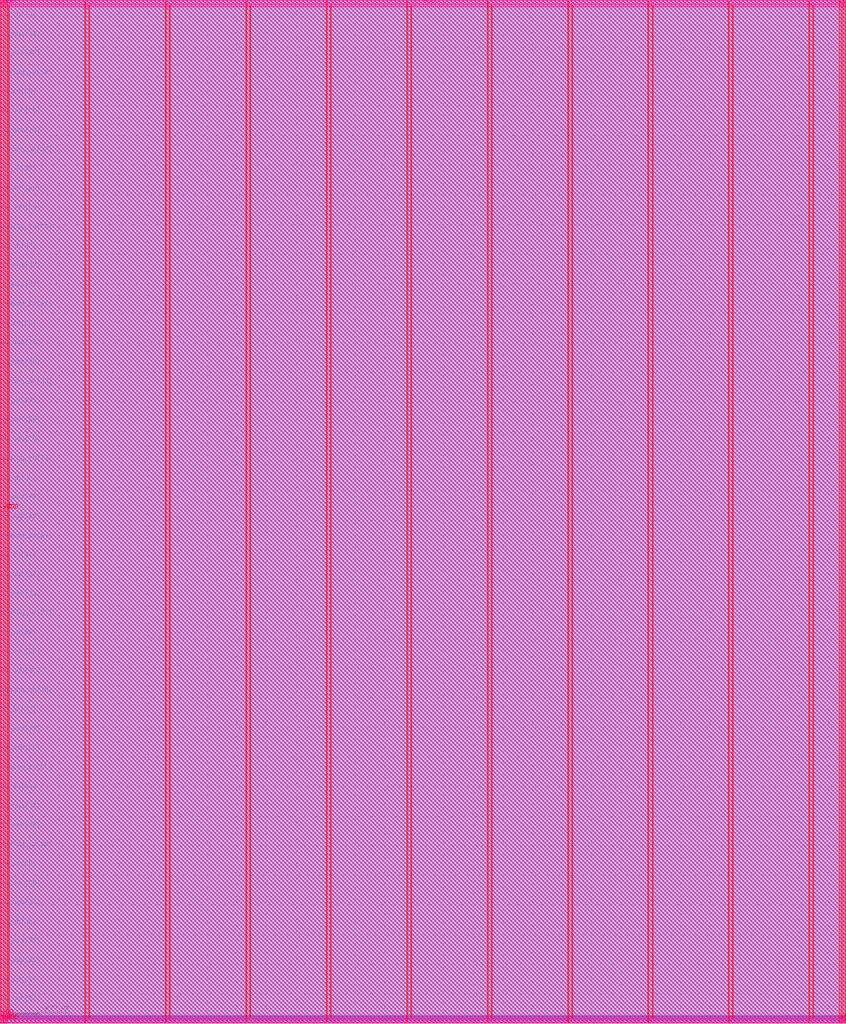
<source format=lef>
###############################################################
#  Generated by:      Cadence Innovus 20.13-s083_1
#  OS:                Linux x86_64(Host ID iron-502-28)
#  Generated on:      Thu Apr 21 15:40:37 2022
#  Design:            user_proj_example
#  Command:           write_lef_abstract -specifyTopLayer 6 -PGPinLayers {5 6} -noCutObs -stripePin results/user_proj_example.lef
###############################################################

VERSION 5.8 ;

BUSBITCHARS "[]" ;
DIVIDERCHAR "/" ;

MACRO user_proj_example
  CLASS BLOCK ;
  SIZE 2859.820000 BY 3459.840000 ;
  FOREIGN user_proj_example 0.000000 0.000000 ;
  ORIGIN 0 0 ;
  SYMMETRY X Y R90 ;
  PIN wb_clk_i
    DIRECTION INPUT ;
    USE SIGNAL ;
    ANTENNAPARTIALMETALAREA 4.1174 LAYER met2  ;
    ANTENNAPARTIALMETALSIDEAREA 20.426 LAYER met2  ;
    ANTENNAPARTIALCUTAREA 0.04 LAYER via2  ;
    ANTENNAPARTIALMETALAREA 8.6748 LAYER met3  ;
    ANTENNAPARTIALMETALSIDEAREA 46.736 LAYER met3  ;
    ANTENNAMODEL OXIDE1 ;
    ANTENNAGATEAREA 0.576 LAYER met3  ;
    ANTENNAMAXAREACAR 16.2276 LAYER met3  ;
    ANTENNAMAXSIDEAREACAR 83.9896 LAYER met3  ;
    ANTENNAMAXCUTCAR 0.158681 LAYER via3  ;
    PORT
      LAYER met2 ;
        RECT 0.620000 0.000000 0.760000 0.485000 ;
    END
  END wb_clk_i
  PIN wb_rst_i
    DIRECTION INPUT ;
    USE SIGNAL ;
    ANTENNAPARTIALMETALAREA 5.9323 LAYER met2  ;
    ANTENNAPARTIALMETALSIDEAREA 29.0815 LAYER met2  ;
    ANTENNAMODEL OXIDE1 ;
    ANTENNAGATEAREA 0.7425 LAYER met2  ;
    ANTENNAMAXAREACAR 10.0106 LAYER met2  ;
    ANTENNAMAXSIDEAREACAR 47.1104 LAYER met2  ;
    ANTENNAMAXCUTCAR 0.298586 LAYER via2  ;
    PORT
      LAYER met2 ;
        RECT 6.140000 0.000000 6.280000 0.485000 ;
    END
  END wb_rst_i
  PIN wbs_stb_i
    DIRECTION INPUT ;
    USE SIGNAL ;
    ANTENNAPARTIALMETALAREA 4.6987 LAYER met2  ;
    ANTENNAPARTIALMETALSIDEAREA 23.1595 LAYER met2  ;
    ANTENNAMODEL OXIDE1 ;
    ANTENNAGATEAREA 0.3735 LAYER met2  ;
    ANTENNAMAXAREACAR 17.4596 LAYER met2  ;
    ANTENNAMAXSIDEAREACAR 75.7726 LAYER met2  ;
    ANTENNAMAXCUTCAR 0.407937 LAYER via2  ;
    PORT
      LAYER met2 ;
        RECT 23.620000 0.000000 23.760000 0.485000 ;
    END
  END wbs_stb_i
  PIN wbs_cyc_i
    DIRECTION INPUT ;
    USE SIGNAL ;
    ANTENNAPARTIALMETALAREA 4.8961 LAYER met2  ;
    ANTENNAPARTIALMETALSIDEAREA 24.1465 LAYER met2  ;
    ANTENNAMODEL OXIDE1 ;
    ANTENNAGATEAREA 0.3735 LAYER met2  ;
    ANTENNAMAXAREACAR 20.2178 LAYER met2  ;
    ANTENNAMAXSIDEAREACAR 88.2643 LAYER met2  ;
    ANTENNAMAXCUTCAR 0.407937 LAYER via2  ;
    PORT
      LAYER met2 ;
        RECT 17.640000 0.000000 17.780000 0.485000 ;
    END
  END wbs_cyc_i
  PIN wbs_we_i
    DIRECTION INPUT ;
    USE SIGNAL ;
    ANTENNAPARTIALMETALAREA 5.2293 LAYER met2  ;
    ANTENNAPARTIALMETALSIDEAREA 25.8125 LAYER met2  ;
    ANTENNAMODEL OXIDE1 ;
    ANTENNAGATEAREA 0.3735 LAYER met2  ;
    ANTENNAMAXAREACAR 18.0833 LAYER met2  ;
    ANTENNAMAXSIDEAREACAR 79.3756 LAYER met2  ;
    ANTENNAMAXCUTCAR 0.407937 LAYER via2  ;
    PORT
      LAYER met2 ;
        RECT 29.600000 0.000000 29.740000 0.485000 ;
    END
  END wbs_we_i
  PIN wbs_sel_i[3]
    DIRECTION INPUT ;
    USE SIGNAL ;
    PORT
      LAYER met2 ;
        RECT 122.060000 0.000000 122.200000 0.485000 ;
    END
  END wbs_sel_i[3]
  PIN wbs_sel_i[2]
    DIRECTION INPUT ;
    USE SIGNAL ;
    PORT
      LAYER met2 ;
        RECT 99.060000 0.000000 99.200000 0.485000 ;
    END
  END wbs_sel_i[2]
  PIN wbs_sel_i[1]
    DIRECTION INPUT ;
    USE SIGNAL ;
    PORT
      LAYER met2 ;
        RECT 75.600000 0.000000 75.740000 0.485000 ;
    END
  END wbs_sel_i[1]
  PIN wbs_sel_i[0]
    DIRECTION INPUT ;
    USE SIGNAL ;
    PORT
      LAYER met2 ;
        RECT 52.600000 0.000000 52.740000 0.485000 ;
    END
  END wbs_sel_i[0]
  PIN wbs_dat_i[31]
    DIRECTION INPUT ;
    USE SIGNAL ;
    ANTENNAPARTIALMETALAREA 4.4991 LAYER met2  ;
    ANTENNAPARTIALMETALSIDEAREA 22.1515 LAYER met2  ;
    ANTENNAMODEL OXIDE1 ;
    ANTENNAGATEAREA 0.246 LAYER met2  ;
    ANTENNAMAXAREACAR 24.7075 LAYER met2  ;
    ANTENNAMAXSIDEAREACAR 120.012 LAYER met2  ;
    ANTENNAMAXCUTCAR 0.208943 LAYER via2  ;
    PORT
      LAYER met2 ;
        RECT 603.680000 0.000000 603.820000 0.485000 ;
    END
  END wbs_dat_i[31]
  PIN wbs_dat_i[30]
    DIRECTION INPUT ;
    USE SIGNAL ;
    ANTENNAPARTIALMETALAREA 5.0816 LAYER met2  ;
    ANTENNAPARTIALMETALSIDEAREA 25.102 LAYER met2  ;
    ANTENNAPARTIALCUTAREA 0.04 LAYER via2  ;
    ANTENNAPARTIALMETALAREA 2.8788 LAYER met3  ;
    ANTENNAPARTIALMETALSIDEAREA 15.824 LAYER met3  ;
    ANTENNAMODEL OXIDE1 ;
    ANTENNAGATEAREA 0.246 LAYER met3  ;
    ANTENNAMAXAREACAR 13.4085 LAYER met3  ;
    ANTENNAMAXSIDEAREACAR 69.8049 LAYER met3  ;
    ANTENNAMAXCUTCAR 0.371545 LAYER via3  ;
    PORT
      LAYER met2 ;
        RECT 586.200000 0.000000 586.340000 0.485000 ;
    END
  END wbs_dat_i[30]
  PIN wbs_dat_i[29]
    DIRECTION INPUT ;
    USE SIGNAL ;
    ANTENNAPARTIALMETALAREA 4.8799 LAYER met2  ;
    ANTENNAPARTIALMETALSIDEAREA 24.0555 LAYER met2  ;
    ANTENNAMODEL OXIDE1 ;
    ANTENNAGATEAREA 0.246 LAYER met2  ;
    ANTENNAMAXAREACAR 22.6587 LAYER met2  ;
    ANTENNAMAXSIDEAREACAR 109.768 LAYER met2  ;
    ANTENNAMAXCUTCAR 0.208943 LAYER via2  ;
    PORT
      LAYER met2 ;
        RECT 568.720000 0.000000 568.860000 0.485000 ;
    END
  END wbs_dat_i[29]
  PIN wbs_dat_i[28]
    DIRECTION INPUT ;
    USE SIGNAL ;
    ANTENNAPARTIALMETALAREA 4.9935 LAYER met2  ;
    ANTENNAPARTIALMETALSIDEAREA 24.7415 LAYER met2  ;
    ANTENNAMODEL OXIDE1 ;
    ANTENNAGATEAREA 0.246 LAYER met2  ;
    ANTENNAMAXAREACAR 21.3459 LAYER met2  ;
    ANTENNAMAXSIDEAREACAR 103.565 LAYER met2  ;
    ANTENNAMAXCUTCAR 0.208943 LAYER via2  ;
    PORT
      LAYER met2 ;
        RECT 551.240000 0.000000 551.380000 0.485000 ;
    END
  END wbs_dat_i[28]
  PIN wbs_dat_i[27]
    DIRECTION INPUT ;
    USE SIGNAL ;
    ANTENNAPARTIALMETALAREA 4.2837 LAYER met2  ;
    ANTENNAPARTIALMETALSIDEAREA 21.1925 LAYER met2  ;
    ANTENNAMODEL OXIDE1 ;
    ANTENNAGATEAREA 0.246 LAYER met2  ;
    ANTENNAMAXAREACAR 18.4606 LAYER met2  ;
    ANTENNAMAXSIDEAREACAR 89.1382 LAYER met2  ;
    ANTENNAMAXCUTCAR 0.208943 LAYER via2  ;
    PORT
      LAYER met2 ;
        RECT 533.760000 0.000000 533.900000 0.485000 ;
    END
  END wbs_dat_i[27]
  PIN wbs_dat_i[26]
    DIRECTION INPUT ;
    USE SIGNAL ;
    ANTENNAPARTIALMETALAREA 4.3271 LAYER met2  ;
    ANTENNAPARTIALMETALSIDEAREA 21.4095 LAYER met2  ;
    ANTENNAMODEL OXIDE1 ;
    ANTENNAGATEAREA 0.246 LAYER met2  ;
    ANTENNAMAXAREACAR 18.637 LAYER met2  ;
    ANTENNAMAXSIDEAREACAR 90.0203 LAYER met2  ;
    ANTENNAMAXCUTCAR 0.208943 LAYER via2  ;
    PORT
      LAYER met2 ;
        RECT 516.740000 0.000000 516.880000 0.485000 ;
    END
  END wbs_dat_i[26]
  PIN wbs_dat_i[25]
    DIRECTION INPUT ;
    USE SIGNAL ;
    ANTENNAPARTIALMETALAREA 4.1367 LAYER met2  ;
    ANTENNAPARTIALMETALSIDEAREA 20.4575 LAYER met2  ;
    ANTENNAMODEL OXIDE1 ;
    ANTENNAGATEAREA 0.246 LAYER met2  ;
    ANTENNAMAXAREACAR 17.863 LAYER met2  ;
    ANTENNAMAXSIDEAREACAR 86.1504 LAYER met2  ;
    ANTENNAMAXCUTCAR 0.208943 LAYER via2  ;
    PORT
      LAYER met2 ;
        RECT 499.260000 0.000000 499.400000 0.485000 ;
    END
  END wbs_dat_i[25]
  PIN wbs_dat_i[24]
    DIRECTION INPUT ;
    USE SIGNAL ;
    ANTENNAPARTIALMETALAREA 4.2319 LAYER met2  ;
    ANTENNAPARTIALMETALSIDEAREA 20.9335 LAYER met2  ;
    ANTENNAMODEL OXIDE1 ;
    ANTENNAGATEAREA 0.246 LAYER met2  ;
    ANTENNAMAXAREACAR 18.25 LAYER met2  ;
    ANTENNAMAXSIDEAREACAR 88.0854 LAYER met2  ;
    ANTENNAMAXCUTCAR 0.208943 LAYER via2  ;
    PORT
      LAYER met2 ;
        RECT 481.780000 0.000000 481.920000 0.485000 ;
    END
  END wbs_dat_i[24]
  PIN wbs_dat_i[23]
    DIRECTION INPUT ;
    USE SIGNAL ;
    ANTENNAPARTIALMETALAREA 4.4769 LAYER met2  ;
    ANTENNAPARTIALMETALSIDEAREA 22.1585 LAYER met2  ;
    ANTENNAMODEL OXIDE1 ;
    ANTENNAGATEAREA 0.246 LAYER met2  ;
    ANTENNAMAXAREACAR 19.2459 LAYER met2  ;
    ANTENNAMAXSIDEAREACAR 93.065 LAYER met2  ;
    ANTENNAMAXCUTCAR 0.208943 LAYER via2  ;
    PORT
      LAYER met2 ;
        RECT 464.300000 0.000000 464.440000 0.485000 ;
    END
  END wbs_dat_i[23]
  PIN wbs_dat_i[22]
    DIRECTION INPUT ;
    USE SIGNAL ;
    ANTENNAPARTIALMETALAREA 4.2319 LAYER met2  ;
    ANTENNAPARTIALMETALSIDEAREA 20.9335 LAYER met2  ;
    ANTENNAMODEL OXIDE1 ;
    ANTENNAGATEAREA 0.246 LAYER met2  ;
    ANTENNAMAXAREACAR 18.25 LAYER met2  ;
    ANTENNAMAXSIDEAREACAR 88.0854 LAYER met2  ;
    ANTENNAMAXCUTCAR 0.208943 LAYER via2  ;
    PORT
      LAYER met2 ;
        RECT 446.820000 0.000000 446.960000 0.485000 ;
    END
  END wbs_dat_i[22]
  PIN wbs_dat_i[21]
    DIRECTION INPUT ;
    USE SIGNAL ;
    ANTENNAPARTIALMETALAREA 4.3481 LAYER met2  ;
    ANTENNAPARTIALMETALSIDEAREA 21.5145 LAYER met2  ;
    ANTENNAMODEL OXIDE1 ;
    ANTENNAGATEAREA 0.246 LAYER met2  ;
    ANTENNAMAXAREACAR 18.7224 LAYER met2  ;
    ANTENNAMAXSIDEAREACAR 90.4472 LAYER met2  ;
    ANTENNAMAXCUTCAR 0.208943 LAYER via2  ;
    PORT
      LAYER met2 ;
        RECT 429.800000 0.000000 429.940000 0.485000 ;
    END
  END wbs_dat_i[21]
  PIN wbs_dat_i[20]
    DIRECTION INPUT ;
    USE SIGNAL ;
    ANTENNAPARTIALMETALAREA 4.5987 LAYER met2  ;
    ANTENNAPARTIALMETALSIDEAREA 22.7675 LAYER met2  ;
    ANTENNAMODEL OXIDE1 ;
    ANTENNAGATEAREA 0.246 LAYER met2  ;
    ANTENNAMAXAREACAR 20.9238 LAYER met2  ;
    ANTENNAMAXSIDEAREACAR 101.573 LAYER met2  ;
    ANTENNAMAXCUTCAR 0.208943 LAYER via2  ;
    PORT
      LAYER met2 ;
        RECT 412.320000 0.000000 412.460000 0.485000 ;
    END
  END wbs_dat_i[20]
  PIN wbs_dat_i[19]
    DIRECTION INPUT ;
    USE SIGNAL ;
    ANTENNAPARTIALMETALAREA 4.2795 LAYER met2  ;
    ANTENNAPARTIALMETALSIDEAREA 21.1715 LAYER met2  ;
    ANTENNAMODEL OXIDE1 ;
    ANTENNAGATEAREA 0.246 LAYER met2  ;
    ANTENNAMAXAREACAR 18.4435 LAYER met2  ;
    ANTENNAMAXSIDEAREACAR 89.0528 LAYER met2  ;
    ANTENNAMAXCUTCAR 0.208943 LAYER via2  ;
    PORT
      LAYER met2 ;
        RECT 394.840000 0.000000 394.980000 0.485000 ;
    END
  END wbs_dat_i[19]
  PIN wbs_dat_i[18]
    DIRECTION INPUT ;
    USE SIGNAL ;
    ANTENNAPARTIALMETALAREA 4.4293 LAYER met2  ;
    ANTENNAPARTIALMETALSIDEAREA 21.9205 LAYER met2  ;
    ANTENNAMODEL OXIDE1 ;
    ANTENNAGATEAREA 0.246 LAYER met2  ;
    ANTENNAMAXAREACAR 19.0524 LAYER met2  ;
    ANTENNAMAXSIDEAREACAR 92.0976 LAYER met2  ;
    ANTENNAMAXCUTCAR 0.208943 LAYER via2  ;
    PORT
      LAYER met2 ;
        RECT 377.360000 0.000000 377.500000 0.485000 ;
    END
  END wbs_dat_i[18]
  PIN wbs_dat_i[17]
    DIRECTION INPUT ;
    USE SIGNAL ;
    ANTENNAPARTIALMETALAREA 5.2385 LAYER met2  ;
    ANTENNAPARTIALMETALSIDEAREA 25.9665 LAYER met2  ;
    ANTENNAMODEL OXIDE1 ;
    ANTENNAGATEAREA 0.246 LAYER met2  ;
    ANTENNAMAXAREACAR 22.3419 LAYER met2  ;
    ANTENNAMAXSIDEAREACAR 108.545 LAYER met2  ;
    ANTENNAMAXCUTCAR 0.208943 LAYER via2  ;
    PORT
      LAYER met2 ;
        RECT 359.880000 0.000000 360.020000 0.485000 ;
    END
  END wbs_dat_i[17]
  PIN wbs_dat_i[16]
    DIRECTION INPUT ;
    USE SIGNAL ;
    ANTENNAPARTIALMETALAREA 4.3649 LAYER met2  ;
    ANTENNAPARTIALMETALSIDEAREA 21.5985 LAYER met2  ;
    ANTENNAMODEL OXIDE1 ;
    ANTENNAGATEAREA 0.246 LAYER met2  ;
    ANTENNAMAXAREACAR 18.7907 LAYER met2  ;
    ANTENNAMAXSIDEAREACAR 90.7886 LAYER met2  ;
    ANTENNAMAXCUTCAR 0.208943 LAYER via2  ;
    PORT
      LAYER met2 ;
        RECT 342.400000 0.000000 342.540000 0.485000 ;
    END
  END wbs_dat_i[16]
  PIN wbs_dat_i[15]
    DIRECTION INPUT ;
    USE SIGNAL ;
    ANTENNAPARTIALMETALAREA 5.3984 LAYER met2  ;
    ANTENNAPARTIALMETALSIDEAREA 26.831 LAYER met2  ;
    ANTENNAPARTIALCUTAREA 0.04 LAYER via2  ;
    ANTENNAPARTIALMETALAREA 15.028 LAYER met3  ;
    ANTENNAPARTIALMETALSIDEAREA 80.616 LAYER met3  ;
    ANTENNAPARTIALCUTAREA 0.04 LAYER via3  ;
    ANTENNAPARTIALMETALAREA 0.6516 LAYER met4  ;
    ANTENNAPARTIALMETALSIDEAREA 4.416 LAYER met4  ;
    ANTENNAMODEL OXIDE1 ;
    ANTENNAGATEAREA 0.2475 LAYER met4  ;
    ANTENNAMAXAREACAR 6.16909 LAYER met4  ;
    ANTENNAMAXSIDEAREACAR 35.2768 LAYER met4  ;
    ANTENNAMAXCUTCAR 0.530909 LAYER via4  ;
    PORT
      LAYER met2 ;
        RECT 325.380000 0.000000 325.520000 0.485000 ;
    END
  END wbs_dat_i[15]
  PIN wbs_dat_i[14]
    DIRECTION INPUT ;
    USE SIGNAL ;
    ANTENNAPARTIALMETALAREA 5.5717 LAYER met2  ;
    ANTENNAPARTIALMETALSIDEAREA 27.6325 LAYER met2  ;
    ANTENNAMODEL OXIDE1 ;
    ANTENNAGATEAREA 0.2475 LAYER met2  ;
    ANTENNAMAXAREACAR 26.2616 LAYER met2  ;
    ANTENNAMAXSIDEAREACAR 128.133 LAYER met2  ;
    ANTENNAMAXCUTCAR 0.207677 LAYER via2  ;
    PORT
      LAYER met2 ;
        RECT 307.900000 0.000000 308.040000 0.485000 ;
    END
  END wbs_dat_i[14]
  PIN wbs_dat_i[13]
    DIRECTION INPUT ;
    USE SIGNAL ;
    ANTENNAPARTIALMETALAREA 5.8027 LAYER met2  ;
    ANTENNAPARTIALMETALSIDEAREA 28.7875 LAYER met2  ;
    ANTENNAMODEL OXIDE1 ;
    ANTENNAGATEAREA 0.2475 LAYER met2  ;
    ANTENNAMAXAREACAR 24.4422 LAYER met2  ;
    ANTENNAMAXSIDEAREACAR 119.309 LAYER met2  ;
    ANTENNAMAXCUTCAR 0.207677 LAYER via2  ;
    PORT
      LAYER met2 ;
        RECT 290.420000 0.000000 290.560000 0.485000 ;
    END
  END wbs_dat_i[13]
  PIN wbs_dat_i[12]
    DIRECTION INPUT ;
    USE SIGNAL ;
    ANTENNAPARTIALMETALAREA 1.3846 LAYER met2  ;
    ANTENNAPARTIALMETALSIDEAREA 6.762 LAYER met2  ;
    ANTENNAPARTIALCUTAREA 0.04 LAYER via2  ;
    ANTENNAPARTIALMETALAREA 3.7068 LAYER met3  ;
    ANTENNAPARTIALMETALSIDEAREA 20.24 LAYER met3  ;
    ANTENNAMODEL OXIDE1 ;
    ANTENNAGATEAREA 0.2475 LAYER met3  ;
    ANTENNAMAXAREACAR 32.7715 LAYER met3  ;
    ANTENNAMAXSIDEAREACAR 167.798 LAYER met3  ;
    ANTENNAMAXCUTCAR 0.369293 LAYER via3  ;
    PORT
      LAYER met2 ;
        RECT 272.940000 0.000000 273.080000 0.485000 ;
    END
  END wbs_dat_i[12]
  PIN wbs_dat_i[11]
    DIRECTION INPUT ;
    USE SIGNAL ;
    ANTENNAPARTIALMETALAREA 5.4767 LAYER met2  ;
    ANTENNAPARTIALMETALSIDEAREA 27.2755 LAYER met2  ;
    ANTENNAMODEL OXIDE1 ;
    ANTENNAGATEAREA 0.2475 LAYER met2  ;
    ANTENNAMAXAREACAR 23.5869 LAYER met2  ;
    ANTENNAMAXSIDEAREACAR 115.236 LAYER met2  ;
    ANTENNAMAXCUTCAR 0.207677 LAYER via2  ;
    PORT
      LAYER met2 ;
        RECT 255.460000 0.000000 255.600000 0.485000 ;
    END
  END wbs_dat_i[11]
  PIN wbs_dat_i[10]
    DIRECTION INPUT ;
    USE SIGNAL ;
    ANTENNAPARTIALMETALAREA 4.5863 LAYER met2  ;
    ANTENNAPARTIALMETALSIDEAREA 22.8235 LAYER met2  ;
    ANTENNAMODEL OXIDE1 ;
    ANTENNAGATEAREA 0.2475 LAYER met2  ;
    ANTENNAMAXAREACAR 19.5275 LAYER met2  ;
    ANTENNAMAXSIDEAREACAR 95.2121 LAYER met2  ;
    ANTENNAMAXCUTCAR 0.207677 LAYER via2  ;
    PORT
      LAYER met2 ;
        RECT 237.980000 0.000000 238.120000 0.485000 ;
    END
  END wbs_dat_i[10]
  PIN wbs_dat_i[9]
    DIRECTION INPUT ;
    USE SIGNAL ;
    ANTENNAPARTIALMETALAREA 5.4459 LAYER met2  ;
    ANTENNAPARTIALMETALSIDEAREA 27.1215 LAYER met2  ;
    ANTENNAMODEL OXIDE1 ;
    ANTENNAGATEAREA 0.2475 LAYER met2  ;
    ANTENNAMAXAREACAR 28.0103 LAYER met2  ;
    ANTENNAMAXSIDEAREACAR 137.354 LAYER met2  ;
    ANTENNAMAXCUTCAR 0.207677 LAYER via2  ;
    PORT
      LAYER met2 ;
        RECT 220.960000 0.000000 221.100000 0.485000 ;
    END
  END wbs_dat_i[9]
  PIN wbs_dat_i[8]
    DIRECTION INPUT ;
    USE SIGNAL ;
    ANTENNAPARTIALMETALAREA 5.8237 LAYER met2  ;
    ANTENNAPARTIALMETALSIDEAREA 28.8925 LAYER met2  ;
    ANTENNAMODEL OXIDE1 ;
    ANTENNAGATEAREA 0.2475 LAYER met2  ;
    ANTENNAMAXAREACAR 30.5097 LAYER met2  ;
    ANTENNAMAXSIDEAREACAR 149.374 LAYER met2  ;
    ANTENNAMAXCUTCAR 0.207677 LAYER via2  ;
    PORT
      LAYER met2 ;
        RECT 203.480000 0.000000 203.620000 0.485000 ;
    END
  END wbs_dat_i[8]
  PIN wbs_dat_i[7]
    DIRECTION INPUT ;
    USE SIGNAL ;
    ANTENNAPARTIALMETALAREA 6.432 LAYER met2  ;
    ANTENNAPARTIALMETALSIDEAREA 31.934 LAYER met2  ;
    ANTENNAMODEL OXIDE1 ;
    ANTENNAGATEAREA 0.2475 LAYER met2  ;
    ANTENNAMAXAREACAR 27.9105 LAYER met2  ;
    ANTENNAMAXSIDEAREACAR 136.378 LAYER met2  ;
    ANTENNAMAXCUTCAR 0.207677 LAYER via2  ;
    PORT
      LAYER met2 ;
        RECT 186.000000 0.000000 186.140000 0.485000 ;
    END
  END wbs_dat_i[7]
  PIN wbs_dat_i[6]
    DIRECTION INPUT ;
    USE SIGNAL ;
    ANTENNAPARTIALMETALAREA 5.7551 LAYER met2  ;
    ANTENNAPARTIALMETALSIDEAREA 28.5495 LAYER met2  ;
    ANTENNAMODEL OXIDE1 ;
    ANTENNAGATEAREA 0.2475 LAYER met2  ;
    ANTENNAMAXAREACAR 26.4653 LAYER met2  ;
    ANTENNAMAXSIDEAREACAR 129.152 LAYER met2  ;
    ANTENNAMAXCUTCAR 0.207677 LAYER via2  ;
    PORT
      LAYER met2 ;
        RECT 168.520000 0.000000 168.660000 0.485000 ;
    END
  END wbs_dat_i[6]
  PIN wbs_dat_i[5]
    DIRECTION INPUT ;
    USE SIGNAL ;
    ANTENNAPARTIALMETALAREA 5.7957 LAYER met2  ;
    ANTENNAPARTIALMETALSIDEAREA 28.7525 LAYER met2  ;
    ANTENNAMODEL OXIDE1 ;
    ANTENNAGATEAREA 0.2475 LAYER met2  ;
    ANTENNAMAXAREACAR 24.4139 LAYER met2  ;
    ANTENNAMAXSIDEAREACAR 119.168 LAYER met2  ;
    ANTENNAMAXCUTCAR 0.207677 LAYER via2  ;
    PORT
      LAYER met2 ;
        RECT 151.040000 0.000000 151.180000 0.485000 ;
    END
  END wbs_dat_i[5]
  PIN wbs_dat_i[4]
    DIRECTION INPUT ;
    USE SIGNAL ;
    ANTENNAPARTIALMETALAREA 4.7079 LAYER met2  ;
    ANTENNAPARTIALMETALSIDEAREA 23.3135 LAYER met2  ;
    ANTENNAMODEL OXIDE1 ;
    ANTENNAGATEAREA 0.2475 LAYER met2  ;
    ANTENNAMAXAREACAR 20.2204 LAYER met2  ;
    ANTENNAMAXSIDEAREACAR 97.9273 LAYER met2  ;
    ANTENNAMAXCUTCAR 0.207677 LAYER via2  ;
    PORT
      LAYER met2 ;
        RECT 133.560000 0.000000 133.700000 0.485000 ;
    END
  END wbs_dat_i[4]
  PIN wbs_dat_i[3]
    DIRECTION INPUT ;
    USE SIGNAL ;
    ANTENNAPARTIALMETALAREA 3.115 LAYER met2  ;
    ANTENNAPARTIALMETALSIDEAREA 15.414 LAYER met2  ;
    ANTENNAPARTIALCUTAREA 0.04 LAYER via2  ;
    ANTENNAPARTIALMETALAREA 22.618 LAYER met3  ;
    ANTENNAPARTIALMETALSIDEAREA 121.096 LAYER met3  ;
    ANTENNAPARTIALCUTAREA 0.04 LAYER via3  ;
    ANTENNAPARTIALMETALAREA 5.2428 LAYER met4  ;
    ANTENNAPARTIALMETALSIDEAREA 28.432 LAYER met4  ;
    ANTENNAMODEL OXIDE1 ;
    ANTENNAGATEAREA 0.2475 LAYER met4  ;
    ANTENNAMAXAREACAR 24.6051 LAYER met4  ;
    ANTENNAMAXSIDEAREACAR 131.192 LAYER met4  ;
    ANTENNAMAXCUTCAR 0.530909 LAYER via4  ;
    PORT
      LAYER met2 ;
        RECT 110.560000 0.000000 110.700000 0.485000 ;
    END
  END wbs_dat_i[3]
  PIN wbs_dat_i[2]
    DIRECTION INPUT ;
    USE SIGNAL ;
    ANTENNAPARTIALMETALAREA 5.3003 LAYER met2  ;
    ANTENNAPARTIALMETALSIDEAREA 26.3935 LAYER met2  ;
    ANTENNAMODEL OXIDE1 ;
    ANTENNAGATEAREA 0.2475 LAYER met2  ;
    ANTENNAMAXAREACAR 67.9626 LAYER met2  ;
    ANTENNAMAXSIDEAREACAR 337.115 LAYER met2  ;
    ANTENNAMAXCUTCAR 0.207677 LAYER via2  ;
    PORT
      LAYER met2 ;
        RECT 87.560000 0.000000 87.700000 0.485000 ;
    END
  END wbs_dat_i[2]
  PIN wbs_dat_i[1]
    DIRECTION INPUT ;
    USE SIGNAL ;
    ANTENNAPARTIALMETALAREA 4.6603 LAYER met2  ;
    ANTENNAPARTIALMETALSIDEAREA 23.0755 LAYER met2  ;
    ANTENNAMODEL OXIDE1 ;
    ANTENNAGATEAREA 0.2475 LAYER met2  ;
    ANTENNAMAXAREACAR 20.2883 LAYER met2  ;
    ANTENNAMAXSIDEAREACAR 98.2667 LAYER met2  ;
    ANTENNAMAXCUTCAR 0.207677 LAYER via2  ;
    PORT
      LAYER met2 ;
        RECT 64.100000 0.000000 64.240000 0.485000 ;
    END
  END wbs_dat_i[1]
  PIN wbs_dat_i[0]
    DIRECTION INPUT ;
    USE SIGNAL ;
    ANTENNAPARTIALMETALAREA 4.5651 LAYER met2  ;
    ANTENNAPARTIALMETALSIDEAREA 22.5995 LAYER met2  ;
    ANTENNAMODEL OXIDE1 ;
    ANTENNAGATEAREA 0.2475 LAYER met2  ;
    ANTENNAMAXAREACAR 24.3271 LAYER met2  ;
    ANTENNAMAXSIDEAREACAR 118.461 LAYER met2  ;
    ANTENNAMAXCUTCAR 0.207677 LAYER via2  ;
    PORT
      LAYER met2 ;
        RECT 41.100000 0.000000 41.240000 0.485000 ;
    END
  END wbs_dat_i[0]
  PIN wbs_adr_i[31]
    DIRECTION INPUT ;
    USE SIGNAL ;
    PORT
      LAYER met2 ;
        RECT 597.700000 0.000000 597.840000 0.485000 ;
    END
  END wbs_adr_i[31]
  PIN wbs_adr_i[30]
    DIRECTION INPUT ;
    USE SIGNAL ;
    PORT
      LAYER met2 ;
        RECT 580.220000 0.000000 580.360000 0.485000 ;
    END
  END wbs_adr_i[30]
  PIN wbs_adr_i[29]
    DIRECTION INPUT ;
    USE SIGNAL ;
    PORT
      LAYER met2 ;
        RECT 563.200000 0.000000 563.340000 0.485000 ;
    END
  END wbs_adr_i[29]
  PIN wbs_adr_i[28]
    DIRECTION INPUT ;
    USE SIGNAL ;
    PORT
      LAYER met2 ;
        RECT 545.720000 0.000000 545.860000 0.485000 ;
    END
  END wbs_adr_i[28]
  PIN wbs_adr_i[27]
    DIRECTION INPUT ;
    USE SIGNAL ;
    PORT
      LAYER met2 ;
        RECT 528.240000 0.000000 528.380000 0.485000 ;
    END
  END wbs_adr_i[27]
  PIN wbs_adr_i[26]
    DIRECTION INPUT ;
    USE SIGNAL ;
    PORT
      LAYER met2 ;
        RECT 510.760000 0.000000 510.900000 0.485000 ;
    END
  END wbs_adr_i[26]
  PIN wbs_adr_i[25]
    DIRECTION INPUT ;
    USE SIGNAL ;
    PORT
      LAYER met2 ;
        RECT 493.280000 0.000000 493.420000 0.485000 ;
    END
  END wbs_adr_i[25]
  PIN wbs_adr_i[24]
    DIRECTION INPUT ;
    USE SIGNAL ;
    PORT
      LAYER met2 ;
        RECT 475.800000 0.000000 475.940000 0.485000 ;
    END
  END wbs_adr_i[24]
  PIN wbs_adr_i[23]
    DIRECTION INPUT ;
    USE SIGNAL ;
    PORT
      LAYER met2 ;
        RECT 458.780000 0.000000 458.920000 0.485000 ;
    END
  END wbs_adr_i[23]
  PIN wbs_adr_i[22]
    DIRECTION INPUT ;
    USE SIGNAL ;
    PORT
      LAYER met2 ;
        RECT 441.300000 0.000000 441.440000 0.485000 ;
    END
  END wbs_adr_i[22]
  PIN wbs_adr_i[21]
    DIRECTION INPUT ;
    USE SIGNAL ;
    PORT
      LAYER met2 ;
        RECT 423.820000 0.000000 423.960000 0.485000 ;
    END
  END wbs_adr_i[21]
  PIN wbs_adr_i[20]
    DIRECTION INPUT ;
    USE SIGNAL ;
    PORT
      LAYER met2 ;
        RECT 406.340000 0.000000 406.480000 0.485000 ;
    END
  END wbs_adr_i[20]
  PIN wbs_adr_i[19]
    DIRECTION INPUT ;
    USE SIGNAL ;
    PORT
      LAYER met2 ;
        RECT 388.860000 0.000000 389.000000 0.485000 ;
    END
  END wbs_adr_i[19]
  PIN wbs_adr_i[18]
    DIRECTION INPUT ;
    USE SIGNAL ;
    PORT
      LAYER met2 ;
        RECT 371.380000 0.000000 371.520000 0.485000 ;
    END
  END wbs_adr_i[18]
  PIN wbs_adr_i[17]
    DIRECTION INPUT ;
    USE SIGNAL ;
    PORT
      LAYER met2 ;
        RECT 354.360000 0.000000 354.500000 0.485000 ;
    END
  END wbs_adr_i[17]
  PIN wbs_adr_i[16]
    DIRECTION INPUT ;
    USE SIGNAL ;
    PORT
      LAYER met2 ;
        RECT 336.880000 0.000000 337.020000 0.485000 ;
    END
  END wbs_adr_i[16]
  PIN wbs_adr_i[15]
    DIRECTION INPUT ;
    USE SIGNAL ;
    PORT
      LAYER met2 ;
        RECT 319.400000 0.000000 319.540000 0.485000 ;
    END
  END wbs_adr_i[15]
  PIN wbs_adr_i[14]
    DIRECTION INPUT ;
    USE SIGNAL ;
    PORT
      LAYER met2 ;
        RECT 301.920000 0.000000 302.060000 0.485000 ;
    END
  END wbs_adr_i[14]
  PIN wbs_adr_i[13]
    DIRECTION INPUT ;
    USE SIGNAL ;
    PORT
      LAYER met2 ;
        RECT 284.440000 0.000000 284.580000 0.485000 ;
    END
  END wbs_adr_i[13]
  PIN wbs_adr_i[12]
    DIRECTION INPUT ;
    USE SIGNAL ;
    PORT
      LAYER met2 ;
        RECT 266.960000 0.000000 267.100000 0.485000 ;
    END
  END wbs_adr_i[12]
  PIN wbs_adr_i[11]
    DIRECTION INPUT ;
    USE SIGNAL ;
    PORT
      LAYER met2 ;
        RECT 249.940000 0.000000 250.080000 0.485000 ;
    END
  END wbs_adr_i[11]
  PIN wbs_adr_i[10]
    DIRECTION INPUT ;
    USE SIGNAL ;
    PORT
      LAYER met2 ;
        RECT 232.460000 0.000000 232.600000 0.485000 ;
    END
  END wbs_adr_i[10]
  PIN wbs_adr_i[9]
    DIRECTION INPUT ;
    USE SIGNAL ;
    PORT
      LAYER met2 ;
        RECT 214.980000 0.000000 215.120000 0.485000 ;
    END
  END wbs_adr_i[9]
  PIN wbs_adr_i[8]
    DIRECTION INPUT ;
    USE SIGNAL ;
    PORT
      LAYER met2 ;
        RECT 197.500000 0.000000 197.640000 0.485000 ;
    END
  END wbs_adr_i[8]
  PIN wbs_adr_i[7]
    DIRECTION INPUT ;
    USE SIGNAL ;
    PORT
      LAYER met2 ;
        RECT 180.020000 0.000000 180.160000 0.485000 ;
    END
  END wbs_adr_i[7]
  PIN wbs_adr_i[6]
    DIRECTION INPUT ;
    USE SIGNAL ;
    PORT
      LAYER met2 ;
        RECT 163.000000 0.000000 163.140000 0.485000 ;
    END
  END wbs_adr_i[6]
  PIN wbs_adr_i[5]
    DIRECTION INPUT ;
    USE SIGNAL ;
    PORT
      LAYER met2 ;
        RECT 145.520000 0.000000 145.660000 0.485000 ;
    END
  END wbs_adr_i[5]
  PIN wbs_adr_i[4]
    DIRECTION INPUT ;
    USE SIGNAL ;
    PORT
      LAYER met2 ;
        RECT 128.040000 0.000000 128.180000 0.485000 ;
    END
  END wbs_adr_i[4]
  PIN wbs_adr_i[3]
    DIRECTION INPUT ;
    USE SIGNAL ;
    PORT
      LAYER met2 ;
        RECT 104.580000 0.000000 104.720000 0.485000 ;
    END
  END wbs_adr_i[3]
  PIN wbs_adr_i[2]
    DIRECTION INPUT ;
    USE SIGNAL ;
    PORT
      LAYER met2 ;
        RECT 81.580000 0.000000 81.720000 0.485000 ;
    END
  END wbs_adr_i[2]
  PIN wbs_adr_i[1]
    DIRECTION INPUT ;
    USE SIGNAL ;
    PORT
      LAYER met2 ;
        RECT 58.580000 0.000000 58.720000 0.485000 ;
    END
  END wbs_adr_i[1]
  PIN wbs_adr_i[0]
    DIRECTION INPUT ;
    USE SIGNAL ;
    PORT
      LAYER met2 ;
        RECT 35.120000 0.000000 35.260000 0.485000 ;
    END
  END wbs_adr_i[0]
  PIN wbs_ack_o
    DIRECTION OUTPUT ;
    USE SIGNAL ;
    ANTENNADIFFAREA 0.429 LAYER met2  ;
    ANTENNAPARTIALMETALAREA 4.5651 LAYER met2  ;
    ANTENNAPARTIALMETALSIDEAREA 22.5995 LAYER met2  ;
    PORT
      LAYER met2 ;
        RECT 12.120000 0.000000 12.260000 0.485000 ;
    END
  END wbs_ack_o
  PIN wbs_dat_o[31]
    DIRECTION OUTPUT ;
    USE SIGNAL ;
    ANTENNADIFFAREA 0.336 LAYER met2  ;
    ANTENNAPARTIALMETALAREA 4.0627 LAYER met2  ;
    ANTENNAPARTIALMETALSIDEAREA 20.2055 LAYER met2  ;
    PORT
      LAYER met2 ;
        RECT 609.200000 0.000000 609.340000 0.485000 ;
    END
  END wbs_dat_o[31]
  PIN wbs_dat_o[30]
    DIRECTION OUTPUT ;
    USE SIGNAL ;
    ANTENNADIFFAREA 0.336 LAYER met2  ;
    ANTENNAPARTIALMETALAREA 4.0627 LAYER met2  ;
    ANTENNAPARTIALMETALSIDEAREA 20.2055 LAYER met2  ;
    PORT
      LAYER met2 ;
        RECT 592.180000 0.000000 592.320000 0.485000 ;
    END
  END wbs_dat_o[30]
  PIN wbs_dat_o[29]
    DIRECTION OUTPUT ;
    USE SIGNAL ;
    ANTENNADIFFAREA 0.336 LAYER met2  ;
    ANTENNAPARTIALMETALAREA 4.0627 LAYER met2  ;
    ANTENNAPARTIALMETALSIDEAREA 20.2055 LAYER met2  ;
    PORT
      LAYER met2 ;
        RECT 574.700000 0.000000 574.840000 0.485000 ;
    END
  END wbs_dat_o[29]
  PIN wbs_dat_o[28]
    DIRECTION OUTPUT ;
    USE SIGNAL ;
    ANTENNADIFFAREA 0.336 LAYER met2  ;
    ANTENNAPARTIALMETALAREA 4.0627 LAYER met2  ;
    ANTENNAPARTIALMETALSIDEAREA 20.2055 LAYER met2  ;
    PORT
      LAYER met2 ;
        RECT 557.220000 0.000000 557.360000 0.485000 ;
    END
  END wbs_dat_o[28]
  PIN wbs_dat_o[27]
    DIRECTION OUTPUT ;
    USE SIGNAL ;
    ANTENNADIFFAREA 0.336 LAYER met2  ;
    ANTENNAPARTIALMETALAREA 4.0627 LAYER met2  ;
    ANTENNAPARTIALMETALSIDEAREA 20.2055 LAYER met2  ;
    PORT
      LAYER met2 ;
        RECT 539.740000 0.000000 539.880000 0.485000 ;
    END
  END wbs_dat_o[27]
  PIN wbs_dat_o[26]
    DIRECTION OUTPUT ;
    USE SIGNAL ;
    ANTENNADIFFAREA 0.336 LAYER met2  ;
    ANTENNAPARTIALMETALAREA 4.0627 LAYER met2  ;
    ANTENNAPARTIALMETALSIDEAREA 20.2055 LAYER met2  ;
    PORT
      LAYER met2 ;
        RECT 522.260000 0.000000 522.400000 0.485000 ;
    END
  END wbs_dat_o[26]
  PIN wbs_dat_o[25]
    DIRECTION OUTPUT ;
    USE SIGNAL ;
    ANTENNADIFFAREA 0.336 LAYER met2  ;
    ANTENNAPARTIALMETALAREA 4.4435 LAYER met2  ;
    ANTENNAPARTIALMETALSIDEAREA 22.1095 LAYER met2  ;
    PORT
      LAYER met2 ;
        RECT 504.780000 0.000000 504.920000 0.485000 ;
    END
  END wbs_dat_o[25]
  PIN wbs_dat_o[24]
    DIRECTION OUTPUT ;
    USE SIGNAL ;
    ANTENNADIFFAREA 0.336 LAYER met2  ;
    ANTENNAPARTIALMETALAREA 4.0627 LAYER met2  ;
    ANTENNAPARTIALMETALSIDEAREA 20.2055 LAYER met2  ;
    PORT
      LAYER met2 ;
        RECT 487.760000 0.000000 487.900000 0.485000 ;
    END
  END wbs_dat_o[24]
  PIN wbs_dat_o[23]
    DIRECTION OUTPUT ;
    USE SIGNAL ;
    ANTENNADIFFAREA 0.336 LAYER met2  ;
    ANTENNAPARTIALMETALAREA 4.0627 LAYER met2  ;
    ANTENNAPARTIALMETALSIDEAREA 20.2055 LAYER met2  ;
    PORT
      LAYER met2 ;
        RECT 470.280000 0.000000 470.420000 0.485000 ;
    END
  END wbs_dat_o[23]
  PIN wbs_dat_o[22]
    DIRECTION OUTPUT ;
    USE SIGNAL ;
    ANTENNADIFFAREA 0.336 LAYER met2  ;
    ANTENNAPARTIALMETALAREA 4.4435 LAYER met2  ;
    ANTENNAPARTIALMETALSIDEAREA 22.1095 LAYER met2  ;
    PORT
      LAYER met2 ;
        RECT 452.800000 0.000000 452.940000 0.485000 ;
    END
  END wbs_dat_o[22]
  PIN wbs_dat_o[21]
    DIRECTION OUTPUT ;
    USE SIGNAL ;
    ANTENNADIFFAREA 0.336 LAYER met2  ;
    ANTENNAPARTIALMETALAREA 4.0627 LAYER met2  ;
    ANTENNAPARTIALMETALSIDEAREA 20.2055 LAYER met2  ;
    PORT
      LAYER met2 ;
        RECT 435.320000 0.000000 435.460000 0.485000 ;
    END
  END wbs_dat_o[21]
  PIN wbs_dat_o[20]
    DIRECTION OUTPUT ;
    USE SIGNAL ;
    ANTENNADIFFAREA 0.336 LAYER met2  ;
    ANTENNAPARTIALMETALAREA 4.0627 LAYER met2  ;
    ANTENNAPARTIALMETALSIDEAREA 20.2055 LAYER met2  ;
    PORT
      LAYER met2 ;
        RECT 417.840000 0.000000 417.980000 0.485000 ;
    END
  END wbs_dat_o[20]
  PIN wbs_dat_o[19]
    DIRECTION OUTPUT ;
    USE SIGNAL ;
    ANTENNADIFFAREA 0.336 LAYER met2  ;
    ANTENNAPARTIALMETALAREA 4.0627 LAYER met2  ;
    ANTENNAPARTIALMETALSIDEAREA 20.2055 LAYER met2  ;
    PORT
      LAYER met2 ;
        RECT 400.360000 0.000000 400.500000 0.485000 ;
    END
  END wbs_dat_o[19]
  PIN wbs_dat_o[18]
    DIRECTION OUTPUT ;
    USE SIGNAL ;
    ANTENNADIFFAREA 0.336 LAYER met2  ;
    ANTENNAPARTIALMETALAREA 4.0627 LAYER met2  ;
    ANTENNAPARTIALMETALSIDEAREA 20.2055 LAYER met2  ;
    PORT
      LAYER met2 ;
        RECT 383.340000 0.000000 383.480000 0.485000 ;
    END
  END wbs_dat_o[18]
  PIN wbs_dat_o[17]
    DIRECTION OUTPUT ;
    USE SIGNAL ;
    ANTENNADIFFAREA 0.336 LAYER met2  ;
    ANTENNAPARTIALMETALAREA 4.0627 LAYER met2  ;
    ANTENNAPARTIALMETALSIDEAREA 20.2055 LAYER met2  ;
    PORT
      LAYER met2 ;
        RECT 365.860000 0.000000 366.000000 0.485000 ;
    END
  END wbs_dat_o[17]
  PIN wbs_dat_o[16]
    DIRECTION OUTPUT ;
    USE SIGNAL ;
    ANTENNADIFFAREA 0.336 LAYER met2  ;
    ANTENNAPARTIALMETALAREA 4.0627 LAYER met2  ;
    ANTENNAPARTIALMETALSIDEAREA 20.2055 LAYER met2  ;
    PORT
      LAYER met2 ;
        RECT 348.380000 0.000000 348.520000 0.485000 ;
    END
  END wbs_dat_o[16]
  PIN wbs_dat_o[15]
    DIRECTION OUTPUT ;
    USE SIGNAL ;
    ANTENNADIFFAREA 0.525 LAYER met2  ;
    ANTENNAPARTIALMETALAREA 4.9935 LAYER met2  ;
    ANTENNAPARTIALMETALSIDEAREA 24.7415 LAYER met2  ;
    ANTENNAMODEL OXIDE1 ;
    ANTENNAGATEAREA 0.246 LAYER met2  ;
    ANTENNAMAXAREACAR 21.288 LAYER met2  ;
    ANTENNAMAXSIDEAREACAR 103.528 LAYER met2  ;
    ANTENNAMAXCUTCAR 0.208943 LAYER via2  ;
    PORT
      LAYER met2 ;
        RECT 330.900000 0.000000 331.040000 0.485000 ;
    END
  END wbs_dat_o[15]
  PIN wbs_dat_o[14]
    DIRECTION OUTPUT ;
    USE SIGNAL ;
    ANTENNADIFFAREA 0.5235 LAYER met2  ;
    ANTENNAPARTIALMETALAREA 5.4261 LAYER met2  ;
    ANTENNAPARTIALMETALSIDEAREA 26.7435 LAYER met2  ;
    ANTENNAPARTIALCUTAREA 0.04 LAYER via2  ;
    ANTENNADIFFAREA 0.5235 LAYER met3  ;
    ANTENNAPARTIALMETALAREA 3.0168 LAYER met3  ;
    ANTENNAPARTIALMETALSIDEAREA 16.56 LAYER met3  ;
    ANTENNAMODEL OXIDE1 ;
    ANTENNAGATEAREA 0.246 LAYER met3  ;
    ANTENNAMAXAREACAR 15.7098 LAYER met3  ;
    ANTENNAMAXSIDEAREACAR 81.9797 LAYER met3  ;
    ANTENNAMAXCUTCAR 0.371545 LAYER via3  ;
    PORT
      LAYER met2 ;
        RECT 313.420000 0.000000 313.560000 0.485000 ;
    END
  END wbs_dat_o[14]
  PIN wbs_dat_o[13]
    DIRECTION OUTPUT ;
    USE SIGNAL ;
    ANTENNAPARTIALMETALAREA 4.459 LAYER met2  ;
    ANTENNAPARTIALMETALSIDEAREA 22.134 LAYER met2  ;
    ANTENNAPARTIALCUTAREA 0.04 LAYER via2  ;
    ANTENNADIFFAREA 0.5235 LAYER met3  ;
    ANTENNAPARTIALMETALAREA 7.2567 LAYER met3  ;
    ANTENNAPARTIALMETALSIDEAREA 39.168 LAYER met3  ;
    ANTENNAMODEL OXIDE1 ;
    ANTENNAGATEAREA 0.246 LAYER met3  ;
    ANTENNAMAXAREACAR 31.0835 LAYER met3  ;
    ANTENNAMAXSIDEAREACAR 164.492 LAYER met3  ;
    ANTENNAMAXCUTCAR 0.371545 LAYER via3  ;
    PORT
      LAYER met2 ;
        RECT 296.400000 0.000000 296.540000 0.485000 ;
    END
  END wbs_dat_o[13]
  PIN wbs_dat_o[12]
    DIRECTION OUTPUT ;
    USE SIGNAL ;
    ANTENNADIFFAREA 0.5235 LAYER met2  ;
    ANTENNAPARTIALMETALAREA 4.9669 LAYER met2  ;
    ANTENNAPARTIALMETALSIDEAREA 24.6085 LAYER met2  ;
    ANTENNAMODEL OXIDE1 ;
    ANTENNAGATEAREA 0.246 LAYER met2  ;
    ANTENNAMAXAREACAR 21.1799 LAYER met2  ;
    ANTENNAMAXSIDEAREACAR 102.988 LAYER met2  ;
    ANTENNAMAXCUTCAR 0.208943 LAYER via2  ;
    PORT
      LAYER met2 ;
        RECT 278.920000 0.000000 279.060000 0.485000 ;
    END
  END wbs_dat_o[12]
  PIN wbs_dat_o[11]
    DIRECTION OUTPUT ;
    USE SIGNAL ;
    ANTENNADIFFAREA 0.5235 LAYER met2  ;
    ANTENNAPARTIALMETALAREA 5.6187 LAYER met2  ;
    ANTENNAPARTIALMETALSIDEAREA 27.8775 LAYER met2  ;
    ANTENNAMODEL OXIDE1 ;
    ANTENNAGATEAREA 0.246 LAYER met2  ;
    ANTENNAMAXAREACAR 23.8295 LAYER met2  ;
    ANTENNAMAXSIDEAREACAR 116.276 LAYER met2  ;
    ANTENNAMAXCUTCAR 0.208943 LAYER via2  ;
    PORT
      LAYER met2 ;
        RECT 261.440000 0.000000 261.580000 0.485000 ;
    END
  END wbs_dat_o[11]
  PIN wbs_dat_o[10]
    DIRECTION OUTPUT ;
    USE SIGNAL ;
    ANTENNADIFFAREA 0.5235 LAYER met2  ;
    ANTENNAPARTIALMETALAREA 5.0559 LAYER met2  ;
    ANTENNAPARTIALMETALSIDEAREA 25.0635 LAYER met2  ;
    ANTENNAMODEL OXIDE1 ;
    ANTENNAGATEAREA 0.246 LAYER met2  ;
    ANTENNAMAXAREACAR 21.9561 LAYER met2  ;
    ANTENNAMAXSIDEAREACAR 107.028 LAYER met2  ;
    ANTENNAMAXCUTCAR 0.208943 LAYER via2  ;
    PORT
      LAYER met2 ;
        RECT 243.960000 0.000000 244.100000 0.485000 ;
    END
  END wbs_dat_o[10]
  PIN wbs_dat_o[9]
    DIRECTION OUTPUT ;
    USE SIGNAL ;
    ANTENNADIFFAREA 0.5235 LAYER met2  ;
    ANTENNAPARTIALMETALAREA 4.7227 LAYER met2  ;
    ANTENNAPARTIALMETALSIDEAREA 23.3975 LAYER met2  ;
    ANTENNAMODEL OXIDE1 ;
    ANTENNAGATEAREA 0.246 LAYER met2  ;
    ANTENNAMAXAREACAR 23.0089 LAYER met2  ;
    ANTENNAMAXSIDEAREACAR 112.293 LAYER met2  ;
    ANTENNAMAXCUTCAR 0.208943 LAYER via2  ;
    PORT
      LAYER met2 ;
        RECT 226.480000 0.000000 226.620000 0.485000 ;
    END
  END wbs_dat_o[9]
  PIN wbs_dat_o[8]
    DIRECTION OUTPUT ;
    USE SIGNAL ;
    ANTENNAPARTIALMETALAREA 4.032 LAYER met2  ;
    ANTENNAPARTIALMETALSIDEAREA 19.999 LAYER met2  ;
    ANTENNAPARTIALCUTAREA 0.04 LAYER via2  ;
    ANTENNADIFFAREA 0.5235 LAYER met3  ;
    ANTENNAPARTIALMETALAREA 4.4868 LAYER met3  ;
    ANTENNAPARTIALMETALSIDEAREA 24.4 LAYER met3  ;
    ANTENNAMODEL OXIDE1 ;
    ANTENNAGATEAREA 0.246 LAYER met3  ;
    ANTENNAMAXAREACAR 25.239 LAYER met3  ;
    ANTENNAMAXSIDEAREACAR 131.179 LAYER met3  ;
    ANTENNAMAXCUTCAR 0.371545 LAYER via3  ;
    PORT
      LAYER met2 ;
        RECT 209.000000 0.000000 209.140000 0.485000 ;
    END
  END wbs_dat_o[8]
  PIN wbs_dat_o[7]
    DIRECTION OUTPUT ;
    USE SIGNAL ;
    ANTENNADIFFAREA 0.5235 LAYER met2  ;
    ANTENNAPARTIALMETALAREA 4.7673 LAYER met2  ;
    ANTENNAPARTIALMETALSIDEAREA 23.5025 LAYER met2  ;
    ANTENNAMODEL OXIDE1 ;
    ANTENNAGATEAREA 0.246 LAYER met2  ;
    ANTENNAMAXAREACAR 22.1431 LAYER met2  ;
    ANTENNAMAXSIDEAREACAR 107.484 LAYER met2  ;
    ANTENNAMAXCUTCAR 0.208943 LAYER via2  ;
    PORT
      LAYER met2 ;
        RECT 191.980000 0.000000 192.120000 0.485000 ;
    END
  END wbs_dat_o[7]
  PIN wbs_dat_o[6]
    DIRECTION OUTPUT ;
    USE SIGNAL ;
    ANTENNADIFFAREA 0.5235 LAYER met2  ;
    ANTENNAPARTIALMETALAREA 5.4987 LAYER met2  ;
    ANTENNAPARTIALMETALSIDEAREA 27.1495 LAYER met2  ;
    ANTENNAMODEL OXIDE1 ;
    ANTENNAGATEAREA 0.246 LAYER met2  ;
    ANTENNAMAXAREACAR 23.3075 LAYER met2  ;
    ANTENNAMAXSIDEAREACAR 113.146 LAYER met2  ;
    ANTENNAMAXCUTCAR 0.208943 LAYER via2  ;
    PORT
      LAYER met2 ;
        RECT 174.500000 0.000000 174.640000 0.485000 ;
    END
  END wbs_dat_o[6]
  PIN wbs_dat_o[5]
    DIRECTION OUTPUT ;
    USE SIGNAL ;
    ANTENNADIFFAREA 0.5235 LAYER met2  ;
    ANTENNAPARTIALMETALAREA 5.5435 LAYER met2  ;
    ANTENNAPARTIALMETALSIDEAREA 27.3735 LAYER met2  ;
    ANTENNAMODEL OXIDE1 ;
    ANTENNAGATEAREA 0.246 LAYER met2  ;
    ANTENNAMAXAREACAR 24.2 LAYER met2  ;
    ANTENNAMAXSIDEAREACAR 117.728 LAYER met2  ;
    ANTENNAMAXCUTCAR 0.208943 LAYER via2  ;
    PORT
      LAYER met2 ;
        RECT 157.020000 0.000000 157.160000 0.485000 ;
    END
  END wbs_dat_o[5]
  PIN wbs_dat_o[4]
    DIRECTION OUTPUT ;
    USE SIGNAL ;
    ANTENNADIFFAREA 0.5235 LAYER met2  ;
    ANTENNAPARTIALMETALAREA 5.4175 LAYER met2  ;
    ANTENNAPARTIALMETALSIDEAREA 26.7435 LAYER met2  ;
    ANTENNAMODEL OXIDE1 ;
    ANTENNAGATEAREA 0.246 LAYER met2  ;
    ANTENNAMAXAREACAR 25.2415 LAYER met2  ;
    ANTENNAMAXSIDEAREACAR 122.935 LAYER met2  ;
    ANTENNAMAXCUTCAR 0.208943 LAYER via2  ;
    PORT
      LAYER met2 ;
        RECT 139.540000 0.000000 139.680000 0.485000 ;
    END
  END wbs_dat_o[4]
  PIN wbs_dat_o[3]
    DIRECTION OUTPUT ;
    USE SIGNAL ;
    ANTENNAPARTIALMETALAREA 3.9466 LAYER met2  ;
    ANTENNAPARTIALMETALSIDEAREA 19.572 LAYER met2  ;
    ANTENNAPARTIALCUTAREA 0.04 LAYER via2  ;
    ANTENNADIFFAREA 0.5235 LAYER met3  ;
    ANTENNAPARTIALMETALAREA 23.2548 LAYER met3  ;
    ANTENNAPARTIALMETALSIDEAREA 124.496 LAYER met3  ;
    ANTENNAMODEL OXIDE1 ;
    ANTENNAGATEAREA 0.246 LAYER met3  ;
    ANTENNAMAXAREACAR 107.377 LAYER met3  ;
    ANTENNAMAXSIDEAREACAR 567.183 LAYER met3  ;
    ANTENNAMAXCUTCAR 0.371545 LAYER via3  ;
    PORT
      LAYER met2 ;
        RECT 116.540000 0.000000 116.680000 0.485000 ;
    END
  END wbs_dat_o[3]
  PIN wbs_dat_o[2]
    DIRECTION OUTPUT ;
    USE SIGNAL ;
    ANTENNADIFFAREA 0.5235 LAYER met2  ;
    ANTENNAPARTIALMETALAREA 6.3675 LAYER met2  ;
    ANTENNAPARTIALMETALSIDEAREA 31.5035 LAYER met2  ;
    ANTENNAMODEL OXIDE1 ;
    ANTENNAGATEAREA 0.246 LAYER met2  ;
    ANTENNAMAXAREACAR 27.2878 LAYER met2  ;
    ANTENNAMAXSIDEAREACAR 133.207 LAYER met2  ;
    ANTENNAMAXCUTCAR 0.208943 LAYER via2  ;
    PORT
      LAYER met2 ;
        RECT 93.080000 0.000000 93.220000 0.485000 ;
    END
  END wbs_dat_o[2]
  PIN wbs_dat_o[1]
    DIRECTION OUTPUT ;
    USE SIGNAL ;
    ANTENNADIFFAREA 0.5235 LAYER met2  ;
    ANTENNAPARTIALMETALAREA 7.8971 LAYER met2  ;
    ANTENNAPARTIALMETALSIDEAREA 39.2595 LAYER met2  ;
    ANTENNAMODEL OXIDE1 ;
    ANTENNAGATEAREA 0.246 LAYER met2  ;
    ANTENNAMAXAREACAR 39.1797 LAYER met2  ;
    ANTENNAMAXSIDEAREACAR 193.106 LAYER met2  ;
    ANTENNAMAXCUTCAR 0.208943 LAYER via2  ;
    PORT
      LAYER met2 ;
        RECT 70.080000 0.000000 70.220000 0.485000 ;
    END
  END wbs_dat_o[1]
  PIN wbs_dat_o[0]
    DIRECTION OUTPUT ;
    USE SIGNAL ;
    ANTENNADIFFAREA 0.8005 LAYER met2  ;
    ANTENNAPARTIALMETALAREA 4.6447 LAYER met2  ;
    ANTENNAPARTIALMETALSIDEAREA 22.8655 LAYER met2  ;
    ANTENNAPARTIALCUTAREA 0.04 LAYER via2  ;
    ANTENNADIFFAREA 0.8005 LAYER met3  ;
    ANTENNAPARTIALMETALAREA 1.3608 LAYER met3  ;
    ANTENNAPARTIALMETALSIDEAREA 7.728 LAYER met3  ;
    ANTENNAMODEL OXIDE1 ;
    ANTENNAGATEAREA 0.246 LAYER met3  ;
    ANTENNAMAXAREACAR 8.31463 LAYER met3  ;
    ANTENNAMAXSIDEAREACAR 42.9187 LAYER met3  ;
    ANTENNAMAXCUTCAR 0.371545 LAYER via3  ;
    PORT
      LAYER met2 ;
        RECT 46.620000 0.000000 46.760000 0.485000 ;
    END
  END wbs_dat_o[0]
  PIN la_data_in[127]
    DIRECTION INPUT ;
    USE SIGNAL ;
    PORT
      LAYER met2 ;
        RECT 2825.020000 0.000000 2825.160000 0.485000 ;
    END
  END la_data_in[127]
  PIN la_data_in[126]
    DIRECTION INPUT ;
    USE SIGNAL ;
    PORT
      LAYER met2 ;
        RECT 2807.540000 0.000000 2807.680000 0.485000 ;
    END
  END la_data_in[126]
  PIN la_data_in[125]
    DIRECTION INPUT ;
    USE SIGNAL ;
    PORT
      LAYER met2 ;
        RECT 2790.060000 0.000000 2790.200000 0.485000 ;
    END
  END la_data_in[125]
  PIN la_data_in[124]
    DIRECTION INPUT ;
    USE SIGNAL ;
    PORT
      LAYER met2 ;
        RECT 2772.580000 0.000000 2772.720000 0.485000 ;
    END
  END la_data_in[124]
  PIN la_data_in[123]
    DIRECTION INPUT ;
    USE SIGNAL ;
    PORT
      LAYER met2 ;
        RECT 2755.560000 0.000000 2755.700000 0.485000 ;
    END
  END la_data_in[123]
  PIN la_data_in[122]
    DIRECTION INPUT ;
    USE SIGNAL ;
    PORT
      LAYER met2 ;
        RECT 2738.080000 0.000000 2738.220000 0.485000 ;
    END
  END la_data_in[122]
  PIN la_data_in[121]
    DIRECTION INPUT ;
    USE SIGNAL ;
    PORT
      LAYER met2 ;
        RECT 2720.600000 0.000000 2720.740000 0.485000 ;
    END
  END la_data_in[121]
  PIN la_data_in[120]
    DIRECTION INPUT ;
    USE SIGNAL ;
    PORT
      LAYER met2 ;
        RECT 2703.120000 0.000000 2703.260000 0.485000 ;
    END
  END la_data_in[120]
  PIN la_data_in[119]
    DIRECTION INPUT ;
    USE SIGNAL ;
    PORT
      LAYER met2 ;
        RECT 2685.640000 0.000000 2685.780000 0.485000 ;
    END
  END la_data_in[119]
  PIN la_data_in[118]
    DIRECTION INPUT ;
    USE SIGNAL ;
    PORT
      LAYER met2 ;
        RECT 2668.160000 0.000000 2668.300000 0.485000 ;
    END
  END la_data_in[118]
  PIN la_data_in[117]
    DIRECTION INPUT ;
    USE SIGNAL ;
    PORT
      LAYER met2 ;
        RECT 2651.140000 0.000000 2651.280000 0.485000 ;
    END
  END la_data_in[117]
  PIN la_data_in[116]
    DIRECTION INPUT ;
    USE SIGNAL ;
    PORT
      LAYER met2 ;
        RECT 2633.660000 0.000000 2633.800000 0.485000 ;
    END
  END la_data_in[116]
  PIN la_data_in[115]
    DIRECTION INPUT ;
    USE SIGNAL ;
    PORT
      LAYER met2 ;
        RECT 2616.180000 0.000000 2616.320000 0.485000 ;
    END
  END la_data_in[115]
  PIN la_data_in[114]
    DIRECTION INPUT ;
    USE SIGNAL ;
    PORT
      LAYER met2 ;
        RECT 2598.700000 0.000000 2598.840000 0.485000 ;
    END
  END la_data_in[114]
  PIN la_data_in[113]
    DIRECTION INPUT ;
    USE SIGNAL ;
    PORT
      LAYER met2 ;
        RECT 2581.220000 0.000000 2581.360000 0.485000 ;
    END
  END la_data_in[113]
  PIN la_data_in[112]
    DIRECTION INPUT ;
    USE SIGNAL ;
    PORT
      LAYER met2 ;
        RECT 2563.740000 0.000000 2563.880000 0.485000 ;
    END
  END la_data_in[112]
  PIN la_data_in[111]
    DIRECTION INPUT ;
    USE SIGNAL ;
    PORT
      LAYER met2 ;
        RECT 2546.720000 0.000000 2546.860000 0.485000 ;
    END
  END la_data_in[111]
  PIN la_data_in[110]
    DIRECTION INPUT ;
    USE SIGNAL ;
    PORT
      LAYER met2 ;
        RECT 2529.240000 0.000000 2529.380000 0.485000 ;
    END
  END la_data_in[110]
  PIN la_data_in[109]
    DIRECTION INPUT ;
    USE SIGNAL ;
    PORT
      LAYER met2 ;
        RECT 2511.760000 0.000000 2511.900000 0.485000 ;
    END
  END la_data_in[109]
  PIN la_data_in[108]
    DIRECTION INPUT ;
    USE SIGNAL ;
    PORT
      LAYER met2 ;
        RECT 2494.280000 0.000000 2494.420000 0.485000 ;
    END
  END la_data_in[108]
  PIN la_data_in[107]
    DIRECTION INPUT ;
    USE SIGNAL ;
    PORT
      LAYER met2 ;
        RECT 2476.800000 0.000000 2476.940000 0.485000 ;
    END
  END la_data_in[107]
  PIN la_data_in[106]
    DIRECTION INPUT ;
    USE SIGNAL ;
    PORT
      LAYER met2 ;
        RECT 2459.780000 0.000000 2459.920000 0.485000 ;
    END
  END la_data_in[106]
  PIN la_data_in[105]
    DIRECTION INPUT ;
    USE SIGNAL ;
    PORT
      LAYER met2 ;
        RECT 2442.300000 0.000000 2442.440000 0.485000 ;
    END
  END la_data_in[105]
  PIN la_data_in[104]
    DIRECTION INPUT ;
    USE SIGNAL ;
    PORT
      LAYER met2 ;
        RECT 2424.820000 0.000000 2424.960000 0.485000 ;
    END
  END la_data_in[104]
  PIN la_data_in[103]
    DIRECTION INPUT ;
    USE SIGNAL ;
    PORT
      LAYER met2 ;
        RECT 2407.340000 0.000000 2407.480000 0.485000 ;
    END
  END la_data_in[103]
  PIN la_data_in[102]
    DIRECTION INPUT ;
    USE SIGNAL ;
    PORT
      LAYER met2 ;
        RECT 2389.860000 0.000000 2390.000000 0.485000 ;
    END
  END la_data_in[102]
  PIN la_data_in[101]
    DIRECTION INPUT ;
    USE SIGNAL ;
    PORT
      LAYER met2 ;
        RECT 2372.380000 0.000000 2372.520000 0.485000 ;
    END
  END la_data_in[101]
  PIN la_data_in[100]
    DIRECTION INPUT ;
    USE SIGNAL ;
    PORT
      LAYER met2 ;
        RECT 2355.360000 0.000000 2355.500000 0.485000 ;
    END
  END la_data_in[100]
  PIN la_data_in[99]
    DIRECTION INPUT ;
    USE SIGNAL ;
    PORT
      LAYER met2 ;
        RECT 2337.880000 0.000000 2338.020000 0.485000 ;
    END
  END la_data_in[99]
  PIN la_data_in[98]
    DIRECTION INPUT ;
    USE SIGNAL ;
    PORT
      LAYER met2 ;
        RECT 2320.400000 0.000000 2320.540000 0.485000 ;
    END
  END la_data_in[98]
  PIN la_data_in[97]
    DIRECTION INPUT ;
    USE SIGNAL ;
    PORT
      LAYER met2 ;
        RECT 2302.920000 0.000000 2303.060000 0.485000 ;
    END
  END la_data_in[97]
  PIN la_data_in[96]
    DIRECTION INPUT ;
    USE SIGNAL ;
    PORT
      LAYER met2 ;
        RECT 2285.440000 0.000000 2285.580000 0.485000 ;
    END
  END la_data_in[96]
  PIN la_data_in[95]
    DIRECTION INPUT ;
    USE SIGNAL ;
    PORT
      LAYER met2 ;
        RECT 2267.960000 0.000000 2268.100000 0.485000 ;
    END
  END la_data_in[95]
  PIN la_data_in[94]
    DIRECTION INPUT ;
    USE SIGNAL ;
    PORT
      LAYER met2 ;
        RECT 2250.940000 0.000000 2251.080000 0.485000 ;
    END
  END la_data_in[94]
  PIN la_data_in[93]
    DIRECTION INPUT ;
    USE SIGNAL ;
    PORT
      LAYER met2 ;
        RECT 2233.460000 0.000000 2233.600000 0.485000 ;
    END
  END la_data_in[93]
  PIN la_data_in[92]
    DIRECTION INPUT ;
    USE SIGNAL ;
    PORT
      LAYER met2 ;
        RECT 2215.980000 0.000000 2216.120000 0.485000 ;
    END
  END la_data_in[92]
  PIN la_data_in[91]
    DIRECTION INPUT ;
    USE SIGNAL ;
    PORT
      LAYER met2 ;
        RECT 2198.500000 0.000000 2198.640000 0.485000 ;
    END
  END la_data_in[91]
  PIN la_data_in[90]
    DIRECTION INPUT ;
    USE SIGNAL ;
    PORT
      LAYER met2 ;
        RECT 2181.020000 0.000000 2181.160000 0.485000 ;
    END
  END la_data_in[90]
  PIN la_data_in[89]
    DIRECTION INPUT ;
    USE SIGNAL ;
    PORT
      LAYER met2 ;
        RECT 2163.540000 0.000000 2163.680000 0.485000 ;
    END
  END la_data_in[89]
  PIN la_data_in[88]
    DIRECTION INPUT ;
    USE SIGNAL ;
    PORT
      LAYER met2 ;
        RECT 2146.520000 0.000000 2146.660000 0.485000 ;
    END
  END la_data_in[88]
  PIN la_data_in[87]
    DIRECTION INPUT ;
    USE SIGNAL ;
    PORT
      LAYER met2 ;
        RECT 2129.040000 0.000000 2129.180000 0.485000 ;
    END
  END la_data_in[87]
  PIN la_data_in[86]
    DIRECTION INPUT ;
    USE SIGNAL ;
    PORT
      LAYER met2 ;
        RECT 2111.560000 0.000000 2111.700000 0.485000 ;
    END
  END la_data_in[86]
  PIN la_data_in[85]
    DIRECTION INPUT ;
    USE SIGNAL ;
    PORT
      LAYER met2 ;
        RECT 2094.080000 0.000000 2094.220000 0.485000 ;
    END
  END la_data_in[85]
  PIN la_data_in[84]
    DIRECTION INPUT ;
    USE SIGNAL ;
    PORT
      LAYER met2 ;
        RECT 2076.600000 0.000000 2076.740000 0.485000 ;
    END
  END la_data_in[84]
  PIN la_data_in[83]
    DIRECTION INPUT ;
    USE SIGNAL ;
    PORT
      LAYER met2 ;
        RECT 2059.580000 0.000000 2059.720000 0.485000 ;
    END
  END la_data_in[83]
  PIN la_data_in[82]
    DIRECTION INPUT ;
    USE SIGNAL ;
    PORT
      LAYER met2 ;
        RECT 2042.100000 0.000000 2042.240000 0.485000 ;
    END
  END la_data_in[82]
  PIN la_data_in[81]
    DIRECTION INPUT ;
    USE SIGNAL ;
    PORT
      LAYER met2 ;
        RECT 2024.620000 0.000000 2024.760000 0.485000 ;
    END
  END la_data_in[81]
  PIN la_data_in[80]
    DIRECTION INPUT ;
    USE SIGNAL ;
    PORT
      LAYER met2 ;
        RECT 2007.140000 0.000000 2007.280000 0.485000 ;
    END
  END la_data_in[80]
  PIN la_data_in[79]
    DIRECTION INPUT ;
    USE SIGNAL ;
    PORT
      LAYER met2 ;
        RECT 1989.660000 0.000000 1989.800000 0.485000 ;
    END
  END la_data_in[79]
  PIN la_data_in[78]
    DIRECTION INPUT ;
    USE SIGNAL ;
    PORT
      LAYER met2 ;
        RECT 1972.180000 0.000000 1972.320000 0.485000 ;
    END
  END la_data_in[78]
  PIN la_data_in[77]
    DIRECTION INPUT ;
    USE SIGNAL ;
    PORT
      LAYER met2 ;
        RECT 1955.160000 0.000000 1955.300000 0.485000 ;
    END
  END la_data_in[77]
  PIN la_data_in[76]
    DIRECTION INPUT ;
    USE SIGNAL ;
    PORT
      LAYER met2 ;
        RECT 1937.680000 0.000000 1937.820000 0.485000 ;
    END
  END la_data_in[76]
  PIN la_data_in[75]
    DIRECTION INPUT ;
    USE SIGNAL ;
    PORT
      LAYER met2 ;
        RECT 1920.200000 0.000000 1920.340000 0.485000 ;
    END
  END la_data_in[75]
  PIN la_data_in[74]
    DIRECTION INPUT ;
    USE SIGNAL ;
    PORT
      LAYER met2 ;
        RECT 1902.720000 0.000000 1902.860000 0.485000 ;
    END
  END la_data_in[74]
  PIN la_data_in[73]
    DIRECTION INPUT ;
    USE SIGNAL ;
    PORT
      LAYER met2 ;
        RECT 1885.240000 0.000000 1885.380000 0.485000 ;
    END
  END la_data_in[73]
  PIN la_data_in[72]
    DIRECTION INPUT ;
    USE SIGNAL ;
    PORT
      LAYER met2 ;
        RECT 1867.760000 0.000000 1867.900000 0.485000 ;
    END
  END la_data_in[72]
  PIN la_data_in[71]
    DIRECTION INPUT ;
    USE SIGNAL ;
    PORT
      LAYER met2 ;
        RECT 1850.740000 0.000000 1850.880000 0.485000 ;
    END
  END la_data_in[71]
  PIN la_data_in[70]
    DIRECTION INPUT ;
    USE SIGNAL ;
    PORT
      LAYER met2 ;
        RECT 1833.260000 0.000000 1833.400000 0.485000 ;
    END
  END la_data_in[70]
  PIN la_data_in[69]
    DIRECTION INPUT ;
    USE SIGNAL ;
    PORT
      LAYER met2 ;
        RECT 1815.780000 0.000000 1815.920000 0.485000 ;
    END
  END la_data_in[69]
  PIN la_data_in[68]
    DIRECTION INPUT ;
    USE SIGNAL ;
    PORT
      LAYER met2 ;
        RECT 1798.300000 0.000000 1798.440000 0.485000 ;
    END
  END la_data_in[68]
  PIN la_data_in[67]
    DIRECTION INPUT ;
    USE SIGNAL ;
    PORT
      LAYER met2 ;
        RECT 1780.820000 0.000000 1780.960000 0.485000 ;
    END
  END la_data_in[67]
  PIN la_data_in[66]
    DIRECTION INPUT ;
    USE SIGNAL ;
    PORT
      LAYER met2 ;
        RECT 1763.340000 0.000000 1763.480000 0.485000 ;
    END
  END la_data_in[66]
  PIN la_data_in[65]
    DIRECTION INPUT ;
    USE SIGNAL ;
    PORT
      LAYER met2 ;
        RECT 1746.320000 0.000000 1746.460000 0.485000 ;
    END
  END la_data_in[65]
  PIN la_data_in[64]
    DIRECTION INPUT ;
    USE SIGNAL ;
    PORT
      LAYER met2 ;
        RECT 1728.840000 0.000000 1728.980000 0.485000 ;
    END
  END la_data_in[64]
  PIN la_data_in[63]
    DIRECTION INPUT ;
    USE SIGNAL ;
    PORT
      LAYER met2 ;
        RECT 1711.360000 0.000000 1711.500000 0.485000 ;
    END
  END la_data_in[63]
  PIN la_data_in[62]
    DIRECTION INPUT ;
    USE SIGNAL ;
    PORT
      LAYER met2 ;
        RECT 1693.880000 0.000000 1694.020000 0.485000 ;
    END
  END la_data_in[62]
  PIN la_data_in[61]
    DIRECTION INPUT ;
    USE SIGNAL ;
    PORT
      LAYER met2 ;
        RECT 1676.400000 0.000000 1676.540000 0.485000 ;
    END
  END la_data_in[61]
  PIN la_data_in[60]
    DIRECTION INPUT ;
    USE SIGNAL ;
    PORT
      LAYER met2 ;
        RECT 1659.380000 0.000000 1659.520000 0.485000 ;
    END
  END la_data_in[60]
  PIN la_data_in[59]
    DIRECTION INPUT ;
    USE SIGNAL ;
    PORT
      LAYER met2 ;
        RECT 1641.900000 0.000000 1642.040000 0.485000 ;
    END
  END la_data_in[59]
  PIN la_data_in[58]
    DIRECTION INPUT ;
    USE SIGNAL ;
    PORT
      LAYER met2 ;
        RECT 1624.420000 0.000000 1624.560000 0.485000 ;
    END
  END la_data_in[58]
  PIN la_data_in[57]
    DIRECTION INPUT ;
    USE SIGNAL ;
    PORT
      LAYER met2 ;
        RECT 1606.940000 0.000000 1607.080000 0.485000 ;
    END
  END la_data_in[57]
  PIN la_data_in[56]
    DIRECTION INPUT ;
    USE SIGNAL ;
    PORT
      LAYER met2 ;
        RECT 1589.460000 0.000000 1589.600000 0.485000 ;
    END
  END la_data_in[56]
  PIN la_data_in[55]
    DIRECTION INPUT ;
    USE SIGNAL ;
    PORT
      LAYER met2 ;
        RECT 1571.980000 0.000000 1572.120000 0.485000 ;
    END
  END la_data_in[55]
  PIN la_data_in[54]
    DIRECTION INPUT ;
    USE SIGNAL ;
    PORT
      LAYER met2 ;
        RECT 1554.960000 0.000000 1555.100000 0.485000 ;
    END
  END la_data_in[54]
  PIN la_data_in[53]
    DIRECTION INPUT ;
    USE SIGNAL ;
    PORT
      LAYER met2 ;
        RECT 1537.480000 0.000000 1537.620000 0.485000 ;
    END
  END la_data_in[53]
  PIN la_data_in[52]
    DIRECTION INPUT ;
    USE SIGNAL ;
    PORT
      LAYER met2 ;
        RECT 1520.000000 0.000000 1520.140000 0.485000 ;
    END
  END la_data_in[52]
  PIN la_data_in[51]
    DIRECTION INPUT ;
    USE SIGNAL ;
    PORT
      LAYER met2 ;
        RECT 1502.520000 0.000000 1502.660000 0.485000 ;
    END
  END la_data_in[51]
  PIN la_data_in[50]
    DIRECTION INPUT ;
    USE SIGNAL ;
    PORT
      LAYER met2 ;
        RECT 1485.040000 0.000000 1485.180000 0.485000 ;
    END
  END la_data_in[50]
  PIN la_data_in[49]
    DIRECTION INPUT ;
    USE SIGNAL ;
    PORT
      LAYER met2 ;
        RECT 1467.560000 0.000000 1467.700000 0.485000 ;
    END
  END la_data_in[49]
  PIN la_data_in[48]
    DIRECTION INPUT ;
    USE SIGNAL ;
    PORT
      LAYER met2 ;
        RECT 1450.540000 0.000000 1450.680000 0.485000 ;
    END
  END la_data_in[48]
  PIN la_data_in[47]
    DIRECTION INPUT ;
    USE SIGNAL ;
    PORT
      LAYER met2 ;
        RECT 1433.060000 0.000000 1433.200000 0.485000 ;
    END
  END la_data_in[47]
  PIN la_data_in[46]
    DIRECTION INPUT ;
    USE SIGNAL ;
    PORT
      LAYER met2 ;
        RECT 1415.580000 0.000000 1415.720000 0.485000 ;
    END
  END la_data_in[46]
  PIN la_data_in[45]
    DIRECTION INPUT ;
    USE SIGNAL ;
    PORT
      LAYER met2 ;
        RECT 1398.100000 0.000000 1398.240000 0.485000 ;
    END
  END la_data_in[45]
  PIN la_data_in[44]
    DIRECTION INPUT ;
    USE SIGNAL ;
    PORT
      LAYER met2 ;
        RECT 1380.620000 0.000000 1380.760000 0.485000 ;
    END
  END la_data_in[44]
  PIN la_data_in[43]
    DIRECTION INPUT ;
    USE SIGNAL ;
    PORT
      LAYER met2 ;
        RECT 1363.600000 0.000000 1363.740000 0.485000 ;
    END
  END la_data_in[43]
  PIN la_data_in[42]
    DIRECTION INPUT ;
    USE SIGNAL ;
    PORT
      LAYER met2 ;
        RECT 1346.120000 0.000000 1346.260000 0.485000 ;
    END
  END la_data_in[42]
  PIN la_data_in[41]
    DIRECTION INPUT ;
    USE SIGNAL ;
    PORT
      LAYER met2 ;
        RECT 1328.640000 0.000000 1328.780000 0.485000 ;
    END
  END la_data_in[41]
  PIN la_data_in[40]
    DIRECTION INPUT ;
    USE SIGNAL ;
    PORT
      LAYER met2 ;
        RECT 1311.160000 0.000000 1311.300000 0.485000 ;
    END
  END la_data_in[40]
  PIN la_data_in[39]
    DIRECTION INPUT ;
    USE SIGNAL ;
    PORT
      LAYER met2 ;
        RECT 1293.680000 0.000000 1293.820000 0.485000 ;
    END
  END la_data_in[39]
  PIN la_data_in[38]
    DIRECTION INPUT ;
    USE SIGNAL ;
    PORT
      LAYER met2 ;
        RECT 1276.200000 0.000000 1276.340000 0.485000 ;
    END
  END la_data_in[38]
  PIN la_data_in[37]
    DIRECTION INPUT ;
    USE SIGNAL ;
    PORT
      LAYER met2 ;
        RECT 1259.180000 0.000000 1259.320000 0.485000 ;
    END
  END la_data_in[37]
  PIN la_data_in[36]
    DIRECTION INPUT ;
    USE SIGNAL ;
    PORT
      LAYER met2 ;
        RECT 1241.700000 0.000000 1241.840000 0.485000 ;
    END
  END la_data_in[36]
  PIN la_data_in[35]
    DIRECTION INPUT ;
    USE SIGNAL ;
    PORT
      LAYER met2 ;
        RECT 1224.220000 0.000000 1224.360000 0.485000 ;
    END
  END la_data_in[35]
  PIN la_data_in[34]
    DIRECTION INPUT ;
    USE SIGNAL ;
    PORT
      LAYER met2 ;
        RECT 1206.740000 0.000000 1206.880000 0.485000 ;
    END
  END la_data_in[34]
  PIN la_data_in[33]
    DIRECTION INPUT ;
    USE SIGNAL ;
    PORT
      LAYER met2 ;
        RECT 1189.260000 0.000000 1189.400000 0.485000 ;
    END
  END la_data_in[33]
  PIN la_data_in[32]
    DIRECTION INPUT ;
    USE SIGNAL ;
    PORT
      LAYER met2 ;
        RECT 1171.780000 0.000000 1171.920000 0.485000 ;
    END
  END la_data_in[32]
  PIN la_data_in[31]
    DIRECTION INPUT ;
    USE SIGNAL ;
    PORT
      LAYER met2 ;
        RECT 1154.760000 0.000000 1154.900000 0.485000 ;
    END
  END la_data_in[31]
  PIN la_data_in[30]
    DIRECTION INPUT ;
    USE SIGNAL ;
    PORT
      LAYER met2 ;
        RECT 1137.280000 0.000000 1137.420000 0.485000 ;
    END
  END la_data_in[30]
  PIN la_data_in[29]
    DIRECTION INPUT ;
    USE SIGNAL ;
    PORT
      LAYER met2 ;
        RECT 1119.800000 0.000000 1119.940000 0.485000 ;
    END
  END la_data_in[29]
  PIN la_data_in[28]
    DIRECTION INPUT ;
    USE SIGNAL ;
    PORT
      LAYER met2 ;
        RECT 1102.320000 0.000000 1102.460000 0.485000 ;
    END
  END la_data_in[28]
  PIN la_data_in[27]
    DIRECTION INPUT ;
    USE SIGNAL ;
    PORT
      LAYER met2 ;
        RECT 1084.840000 0.000000 1084.980000 0.485000 ;
    END
  END la_data_in[27]
  PIN la_data_in[26]
    DIRECTION INPUT ;
    USE SIGNAL ;
    PORT
      LAYER met2 ;
        RECT 1067.360000 0.000000 1067.500000 0.485000 ;
    END
  END la_data_in[26]
  PIN la_data_in[25]
    DIRECTION INPUT ;
    USE SIGNAL ;
    PORT
      LAYER met2 ;
        RECT 1050.340000 0.000000 1050.480000 0.485000 ;
    END
  END la_data_in[25]
  PIN la_data_in[24]
    DIRECTION INPUT ;
    USE SIGNAL ;
    PORT
      LAYER met2 ;
        RECT 1032.860000 0.000000 1033.000000 0.485000 ;
    END
  END la_data_in[24]
  PIN la_data_in[23]
    DIRECTION INPUT ;
    USE SIGNAL ;
    PORT
      LAYER met2 ;
        RECT 1015.380000 0.000000 1015.520000 0.485000 ;
    END
  END la_data_in[23]
  PIN la_data_in[22]
    DIRECTION INPUT ;
    USE SIGNAL ;
    PORT
      LAYER met2 ;
        RECT 997.900000 0.000000 998.040000 0.485000 ;
    END
  END la_data_in[22]
  PIN la_data_in[21]
    DIRECTION INPUT ;
    USE SIGNAL ;
    PORT
      LAYER met2 ;
        RECT 980.420000 0.000000 980.560000 0.485000 ;
    END
  END la_data_in[21]
  PIN la_data_in[20]
    DIRECTION INPUT ;
    USE SIGNAL ;
    PORT
      LAYER met2 ;
        RECT 963.400000 0.000000 963.540000 0.485000 ;
    END
  END la_data_in[20]
  PIN la_data_in[19]
    DIRECTION INPUT ;
    USE SIGNAL ;
    PORT
      LAYER met2 ;
        RECT 945.920000 0.000000 946.060000 0.485000 ;
    END
  END la_data_in[19]
  PIN la_data_in[18]
    DIRECTION INPUT ;
    USE SIGNAL ;
    PORT
      LAYER met2 ;
        RECT 928.440000 0.000000 928.580000 0.485000 ;
    END
  END la_data_in[18]
  PIN la_data_in[17]
    DIRECTION INPUT ;
    USE SIGNAL ;
    PORT
      LAYER met2 ;
        RECT 910.960000 0.000000 911.100000 0.485000 ;
    END
  END la_data_in[17]
  PIN la_data_in[16]
    DIRECTION INPUT ;
    USE SIGNAL ;
    PORT
      LAYER met2 ;
        RECT 893.480000 0.000000 893.620000 0.485000 ;
    END
  END la_data_in[16]
  PIN la_data_in[15]
    DIRECTION INPUT ;
    USE SIGNAL ;
    PORT
      LAYER met2 ;
        RECT 876.000000 0.000000 876.140000 0.485000 ;
    END
  END la_data_in[15]
  PIN la_data_in[14]
    DIRECTION INPUT ;
    USE SIGNAL ;
    PORT
      LAYER met2 ;
        RECT 858.980000 0.000000 859.120000 0.485000 ;
    END
  END la_data_in[14]
  PIN la_data_in[13]
    DIRECTION INPUT ;
    USE SIGNAL ;
    PORT
      LAYER met2 ;
        RECT 841.500000 0.000000 841.640000 0.485000 ;
    END
  END la_data_in[13]
  PIN la_data_in[12]
    DIRECTION INPUT ;
    USE SIGNAL ;
    PORT
      LAYER met2 ;
        RECT 824.020000 0.000000 824.160000 0.485000 ;
    END
  END la_data_in[12]
  PIN la_data_in[11]
    DIRECTION INPUT ;
    USE SIGNAL ;
    PORT
      LAYER met2 ;
        RECT 806.540000 0.000000 806.680000 0.485000 ;
    END
  END la_data_in[11]
  PIN la_data_in[10]
    DIRECTION INPUT ;
    USE SIGNAL ;
    PORT
      LAYER met2 ;
        RECT 789.060000 0.000000 789.200000 0.485000 ;
    END
  END la_data_in[10]
  PIN la_data_in[9]
    DIRECTION INPUT ;
    USE SIGNAL ;
    PORT
      LAYER met2 ;
        RECT 771.580000 0.000000 771.720000 0.485000 ;
    END
  END la_data_in[9]
  PIN la_data_in[8]
    DIRECTION INPUT ;
    USE SIGNAL ;
    PORT
      LAYER met2 ;
        RECT 754.560000 0.000000 754.700000 0.485000 ;
    END
  END la_data_in[8]
  PIN la_data_in[7]
    DIRECTION INPUT ;
    USE SIGNAL ;
    PORT
      LAYER met2 ;
        RECT 737.080000 0.000000 737.220000 0.485000 ;
    END
  END la_data_in[7]
  PIN la_data_in[6]
    DIRECTION INPUT ;
    USE SIGNAL ;
    PORT
      LAYER met2 ;
        RECT 719.600000 0.000000 719.740000 0.485000 ;
    END
  END la_data_in[6]
  PIN la_data_in[5]
    DIRECTION INPUT ;
    USE SIGNAL ;
    PORT
      LAYER met2 ;
        RECT 702.120000 0.000000 702.260000 0.485000 ;
    END
  END la_data_in[5]
  PIN la_data_in[4]
    DIRECTION INPUT ;
    USE SIGNAL ;
    PORT
      LAYER met2 ;
        RECT 684.640000 0.000000 684.780000 0.485000 ;
    END
  END la_data_in[4]
  PIN la_data_in[3]
    DIRECTION INPUT ;
    USE SIGNAL ;
    PORT
      LAYER met2 ;
        RECT 667.160000 0.000000 667.300000 0.485000 ;
    END
  END la_data_in[3]
  PIN la_data_in[2]
    DIRECTION INPUT ;
    USE SIGNAL ;
    PORT
      LAYER met2 ;
        RECT 650.140000 0.000000 650.280000 0.485000 ;
    END
  END la_data_in[2]
  PIN la_data_in[1]
    DIRECTION INPUT ;
    USE SIGNAL ;
    PORT
      LAYER met2 ;
        RECT 632.660000 0.000000 632.800000 0.485000 ;
    END
  END la_data_in[1]
  PIN la_data_in[0]
    DIRECTION INPUT ;
    USE SIGNAL ;
    PORT
      LAYER met2 ;
        RECT 615.180000 0.000000 615.320000 0.485000 ;
    END
  END la_data_in[0]
  PIN la_data_out[127]
    DIRECTION OUTPUT ;
    USE SIGNAL ;
    ANTENNADIFFAREA 0.336 LAYER met2  ;
    ANTENNAPARTIALMETALAREA 4.0627 LAYER met2  ;
    ANTENNAPARTIALMETALSIDEAREA 20.2055 LAYER met2  ;
    PORT
      LAYER met2 ;
        RECT 2830.540000 0.000000 2830.680000 0.485000 ;
    END
  END la_data_out[127]
  PIN la_data_out[126]
    DIRECTION OUTPUT ;
    USE SIGNAL ;
    ANTENNADIFFAREA 0.336 LAYER met2  ;
    ANTENNAPARTIALMETALAREA 4.0627 LAYER met2  ;
    ANTENNAPARTIALMETALSIDEAREA 20.2055 LAYER met2  ;
    PORT
      LAYER met2 ;
        RECT 2813.520000 0.000000 2813.660000 0.485000 ;
    END
  END la_data_out[126]
  PIN la_data_out[125]
    DIRECTION OUTPUT ;
    USE SIGNAL ;
    ANTENNADIFFAREA 0.336 LAYER met2  ;
    ANTENNAPARTIALMETALAREA 4.0627 LAYER met2  ;
    ANTENNAPARTIALMETALSIDEAREA 20.2055 LAYER met2  ;
    PORT
      LAYER met2 ;
        RECT 2796.040000 0.000000 2796.180000 0.485000 ;
    END
  END la_data_out[125]
  PIN la_data_out[124]
    DIRECTION OUTPUT ;
    USE SIGNAL ;
    ANTENNADIFFAREA 0.336 LAYER met2  ;
    ANTENNAPARTIALMETALAREA 4.0627 LAYER met2  ;
    ANTENNAPARTIALMETALSIDEAREA 20.2055 LAYER met2  ;
    PORT
      LAYER met2 ;
        RECT 2778.560000 0.000000 2778.700000 0.485000 ;
    END
  END la_data_out[124]
  PIN la_data_out[123]
    DIRECTION OUTPUT ;
    USE SIGNAL ;
    ANTENNADIFFAREA 0.336 LAYER met2  ;
    ANTENNAPARTIALMETALAREA 4.0627 LAYER met2  ;
    ANTENNAPARTIALMETALSIDEAREA 20.2055 LAYER met2  ;
    PORT
      LAYER met2 ;
        RECT 2761.080000 0.000000 2761.220000 0.485000 ;
    END
  END la_data_out[123]
  PIN la_data_out[122]
    DIRECTION OUTPUT ;
    USE SIGNAL ;
    ANTENNADIFFAREA 0.336 LAYER met2  ;
    ANTENNAPARTIALMETALAREA 4.0627 LAYER met2  ;
    ANTENNAPARTIALMETALSIDEAREA 20.2055 LAYER met2  ;
    PORT
      LAYER met2 ;
        RECT 2743.600000 0.000000 2743.740000 0.485000 ;
    END
  END la_data_out[122]
  PIN la_data_out[121]
    DIRECTION OUTPUT ;
    USE SIGNAL ;
    ANTENNADIFFAREA 0.336 LAYER met2  ;
    ANTENNAPARTIALMETALAREA 4.0627 LAYER met2  ;
    ANTENNAPARTIALMETALSIDEAREA 20.2055 LAYER met2  ;
    PORT
      LAYER met2 ;
        RECT 2726.580000 0.000000 2726.720000 0.485000 ;
    END
  END la_data_out[121]
  PIN la_data_out[120]
    DIRECTION OUTPUT ;
    USE SIGNAL ;
    ANTENNADIFFAREA 0.336 LAYER met2  ;
    ANTENNAPARTIALMETALAREA 4.0627 LAYER met2  ;
    ANTENNAPARTIALMETALSIDEAREA 20.2055 LAYER met2  ;
    PORT
      LAYER met2 ;
        RECT 2709.100000 0.000000 2709.240000 0.485000 ;
    END
  END la_data_out[120]
  PIN la_data_out[119]
    DIRECTION OUTPUT ;
    USE SIGNAL ;
    ANTENNADIFFAREA 0.336 LAYER met2  ;
    ANTENNAPARTIALMETALAREA 4.4435 LAYER met2  ;
    ANTENNAPARTIALMETALSIDEAREA 22.1095 LAYER met2  ;
    PORT
      LAYER met2 ;
        RECT 2691.620000 0.000000 2691.760000 0.485000 ;
    END
  END la_data_out[119]
  PIN la_data_out[118]
    DIRECTION OUTPUT ;
    USE SIGNAL ;
    ANTENNADIFFAREA 0.336 LAYER met2  ;
    ANTENNAPARTIALMETALAREA 4.0627 LAYER met2  ;
    ANTENNAPARTIALMETALSIDEAREA 20.2055 LAYER met2  ;
    PORT
      LAYER met2 ;
        RECT 2674.140000 0.000000 2674.280000 0.485000 ;
    END
  END la_data_out[118]
  PIN la_data_out[117]
    DIRECTION OUTPUT ;
    USE SIGNAL ;
    ANTENNADIFFAREA 0.336 LAYER met2  ;
    ANTENNAPARTIALMETALAREA 4.0627 LAYER met2  ;
    ANTENNAPARTIALMETALSIDEAREA 20.2055 LAYER met2  ;
    PORT
      LAYER met2 ;
        RECT 2656.660000 0.000000 2656.800000 0.485000 ;
    END
  END la_data_out[117]
  PIN la_data_out[116]
    DIRECTION OUTPUT ;
    USE SIGNAL ;
    ANTENNADIFFAREA 0.336 LAYER met2  ;
    ANTENNAPARTIALMETALAREA 4.0627 LAYER met2  ;
    ANTENNAPARTIALMETALSIDEAREA 20.2055 LAYER met2  ;
    PORT
      LAYER met2 ;
        RECT 2639.180000 0.000000 2639.320000 0.485000 ;
    END
  END la_data_out[116]
  PIN la_data_out[115]
    DIRECTION OUTPUT ;
    USE SIGNAL ;
    ANTENNADIFFAREA 0.336 LAYER met2  ;
    ANTENNAPARTIALMETALAREA 4.0627 LAYER met2  ;
    ANTENNAPARTIALMETALSIDEAREA 20.2055 LAYER met2  ;
    PORT
      LAYER met2 ;
        RECT 2622.160000 0.000000 2622.300000 0.485000 ;
    END
  END la_data_out[115]
  PIN la_data_out[114]
    DIRECTION OUTPUT ;
    USE SIGNAL ;
    ANTENNADIFFAREA 0.336 LAYER met2  ;
    ANTENNAPARTIALMETALAREA 4.0627 LAYER met2  ;
    ANTENNAPARTIALMETALSIDEAREA 20.2055 LAYER met2  ;
    PORT
      LAYER met2 ;
        RECT 2604.680000 0.000000 2604.820000 0.485000 ;
    END
  END la_data_out[114]
  PIN la_data_out[113]
    DIRECTION OUTPUT ;
    USE SIGNAL ;
    ANTENNADIFFAREA 0.336 LAYER met2  ;
    ANTENNAPARTIALMETALAREA 4.0627 LAYER met2  ;
    ANTENNAPARTIALMETALSIDEAREA 20.2055 LAYER met2  ;
    PORT
      LAYER met2 ;
        RECT 2587.200000 0.000000 2587.340000 0.485000 ;
    END
  END la_data_out[113]
  PIN la_data_out[112]
    DIRECTION OUTPUT ;
    USE SIGNAL ;
    ANTENNADIFFAREA 0.336 LAYER met2  ;
    ANTENNAPARTIALMETALAREA 4.0627 LAYER met2  ;
    ANTENNAPARTIALMETALSIDEAREA 20.2055 LAYER met2  ;
    PORT
      LAYER met2 ;
        RECT 2569.720000 0.000000 2569.860000 0.485000 ;
    END
  END la_data_out[112]
  PIN la_data_out[111]
    DIRECTION OUTPUT ;
    USE SIGNAL ;
    ANTENNADIFFAREA 0.336 LAYER met2  ;
    ANTENNAPARTIALMETALAREA 4.4435 LAYER met2  ;
    ANTENNAPARTIALMETALSIDEAREA 22.1095 LAYER met2  ;
    PORT
      LAYER met2 ;
        RECT 2552.240000 0.000000 2552.380000 0.485000 ;
    END
  END la_data_out[111]
  PIN la_data_out[110]
    DIRECTION OUTPUT ;
    USE SIGNAL ;
    ANTENNADIFFAREA 0.336 LAYER met2  ;
    ANTENNAPARTIALMETALAREA 4.0627 LAYER met2  ;
    ANTENNAPARTIALMETALSIDEAREA 20.2055 LAYER met2  ;
    PORT
      LAYER met2 ;
        RECT 2534.760000 0.000000 2534.900000 0.485000 ;
    END
  END la_data_out[110]
  PIN la_data_out[109]
    DIRECTION OUTPUT ;
    USE SIGNAL ;
    ANTENNADIFFAREA 0.336 LAYER met2  ;
    ANTENNAPARTIALMETALAREA 4.0627 LAYER met2  ;
    ANTENNAPARTIALMETALSIDEAREA 20.2055 LAYER met2  ;
    PORT
      LAYER met2 ;
        RECT 2517.740000 0.000000 2517.880000 0.485000 ;
    END
  END la_data_out[109]
  PIN la_data_out[108]
    DIRECTION OUTPUT ;
    USE SIGNAL ;
    ANTENNADIFFAREA 0.336 LAYER met2  ;
    ANTENNAPARTIALMETALAREA 4.0627 LAYER met2  ;
    ANTENNAPARTIALMETALSIDEAREA 20.2055 LAYER met2  ;
    PORT
      LAYER met2 ;
        RECT 2500.260000 0.000000 2500.400000 0.485000 ;
    END
  END la_data_out[108]
  PIN la_data_out[107]
    DIRECTION OUTPUT ;
    USE SIGNAL ;
    ANTENNADIFFAREA 0.336 LAYER met2  ;
    ANTENNAPARTIALMETALAREA 4.0627 LAYER met2  ;
    ANTENNAPARTIALMETALSIDEAREA 20.2055 LAYER met2  ;
    PORT
      LAYER met2 ;
        RECT 2482.780000 0.000000 2482.920000 0.485000 ;
    END
  END la_data_out[107]
  PIN la_data_out[106]
    DIRECTION OUTPUT ;
    USE SIGNAL ;
    ANTENNADIFFAREA 0.336 LAYER met2  ;
    ANTENNAPARTIALMETALAREA 4.0627 LAYER met2  ;
    ANTENNAPARTIALMETALSIDEAREA 20.2055 LAYER met2  ;
    PORT
      LAYER met2 ;
        RECT 2465.300000 0.000000 2465.440000 0.485000 ;
    END
  END la_data_out[106]
  PIN la_data_out[105]
    DIRECTION OUTPUT ;
    USE SIGNAL ;
    ANTENNADIFFAREA 0.336 LAYER met2  ;
    ANTENNAPARTIALMETALAREA 4.0627 LAYER met2  ;
    ANTENNAPARTIALMETALSIDEAREA 20.2055 LAYER met2  ;
    PORT
      LAYER met2 ;
        RECT 2447.820000 0.000000 2447.960000 0.485000 ;
    END
  END la_data_out[105]
  PIN la_data_out[104]
    DIRECTION OUTPUT ;
    USE SIGNAL ;
    ANTENNADIFFAREA 0.336 LAYER met2  ;
    ANTENNAPARTIALMETALAREA 4.4435 LAYER met2  ;
    ANTENNAPARTIALMETALSIDEAREA 22.1095 LAYER met2  ;
    PORT
      LAYER met2 ;
        RECT 2430.340000 0.000000 2430.480000 0.485000 ;
    END
  END la_data_out[104]
  PIN la_data_out[103]
    DIRECTION OUTPUT ;
    USE SIGNAL ;
    ANTENNADIFFAREA 0.336 LAYER met2  ;
    ANTENNAPARTIALMETALAREA 4.0627 LAYER met2  ;
    ANTENNAPARTIALMETALSIDEAREA 20.2055 LAYER met2  ;
    PORT
      LAYER met2 ;
        RECT 2413.320000 0.000000 2413.460000 0.485000 ;
    END
  END la_data_out[103]
  PIN la_data_out[102]
    DIRECTION OUTPUT ;
    USE SIGNAL ;
    ANTENNADIFFAREA 0.336 LAYER met2  ;
    ANTENNAPARTIALMETALAREA 4.0627 LAYER met2  ;
    ANTENNAPARTIALMETALSIDEAREA 20.2055 LAYER met2  ;
    PORT
      LAYER met2 ;
        RECT 2395.840000 0.000000 2395.980000 0.485000 ;
    END
  END la_data_out[102]
  PIN la_data_out[101]
    DIRECTION OUTPUT ;
    USE SIGNAL ;
    ANTENNADIFFAREA 0.336 LAYER met2  ;
    ANTENNAPARTIALMETALAREA 4.0627 LAYER met2  ;
    ANTENNAPARTIALMETALSIDEAREA 20.2055 LAYER met2  ;
    PORT
      LAYER met2 ;
        RECT 2378.360000 0.000000 2378.500000 0.485000 ;
    END
  END la_data_out[101]
  PIN la_data_out[100]
    DIRECTION OUTPUT ;
    USE SIGNAL ;
    ANTENNADIFFAREA 0.336 LAYER met2  ;
    ANTENNAPARTIALMETALAREA 4.0627 LAYER met2  ;
    ANTENNAPARTIALMETALSIDEAREA 20.2055 LAYER met2  ;
    PORT
      LAYER met2 ;
        RECT 2360.880000 0.000000 2361.020000 0.485000 ;
    END
  END la_data_out[100]
  PIN la_data_out[99]
    DIRECTION OUTPUT ;
    USE SIGNAL ;
    ANTENNADIFFAREA 0.336 LAYER met2  ;
    ANTENNAPARTIALMETALAREA 4.0627 LAYER met2  ;
    ANTENNAPARTIALMETALSIDEAREA 20.2055 LAYER met2  ;
    PORT
      LAYER met2 ;
        RECT 2343.400000 0.000000 2343.540000 0.485000 ;
    END
  END la_data_out[99]
  PIN la_data_out[98]
    DIRECTION OUTPUT ;
    USE SIGNAL ;
    ANTENNADIFFAREA 0.336 LAYER met2  ;
    ANTENNAPARTIALMETALAREA 4.0627 LAYER met2  ;
    ANTENNAPARTIALMETALSIDEAREA 20.2055 LAYER met2  ;
    PORT
      LAYER met2 ;
        RECT 2326.380000 0.000000 2326.520000 0.485000 ;
    END
  END la_data_out[98]
  PIN la_data_out[97]
    DIRECTION OUTPUT ;
    USE SIGNAL ;
    ANTENNADIFFAREA 0.336 LAYER met2  ;
    ANTENNAPARTIALMETALAREA 4.0627 LAYER met2  ;
    ANTENNAPARTIALMETALSIDEAREA 20.2055 LAYER met2  ;
    PORT
      LAYER met2 ;
        RECT 2308.900000 0.000000 2309.040000 0.485000 ;
    END
  END la_data_out[97]
  PIN la_data_out[96]
    DIRECTION OUTPUT ;
    USE SIGNAL ;
    ANTENNADIFFAREA 0.336 LAYER met2  ;
    ANTENNAPARTIALMETALAREA 4.0627 LAYER met2  ;
    ANTENNAPARTIALMETALSIDEAREA 20.2055 LAYER met2  ;
    PORT
      LAYER met2 ;
        RECT 2291.420000 0.000000 2291.560000 0.485000 ;
    END
  END la_data_out[96]
  PIN la_data_out[95]
    DIRECTION OUTPUT ;
    USE SIGNAL ;
    ANTENNADIFFAREA 0.336 LAYER met2  ;
    ANTENNAPARTIALMETALAREA 4.0627 LAYER met2  ;
    ANTENNAPARTIALMETALSIDEAREA 20.2055 LAYER met2  ;
    PORT
      LAYER met2 ;
        RECT 2273.940000 0.000000 2274.080000 0.485000 ;
    END
  END la_data_out[95]
  PIN la_data_out[94]
    DIRECTION OUTPUT ;
    USE SIGNAL ;
    ANTENNADIFFAREA 0.336 LAYER met2  ;
    ANTENNAPARTIALMETALAREA 4.4435 LAYER met2  ;
    ANTENNAPARTIALMETALSIDEAREA 22.1095 LAYER met2  ;
    PORT
      LAYER met2 ;
        RECT 2256.460000 0.000000 2256.600000 0.485000 ;
    END
  END la_data_out[94]
  PIN la_data_out[93]
    DIRECTION OUTPUT ;
    USE SIGNAL ;
    ANTENNADIFFAREA 0.336 LAYER met2  ;
    ANTENNAPARTIALMETALAREA 4.0627 LAYER met2  ;
    ANTENNAPARTIALMETALSIDEAREA 20.2055 LAYER met2  ;
    PORT
      LAYER met2 ;
        RECT 2238.980000 0.000000 2239.120000 0.485000 ;
    END
  END la_data_out[93]
  PIN la_data_out[92]
    DIRECTION OUTPUT ;
    USE SIGNAL ;
    ANTENNADIFFAREA 0.336 LAYER met2  ;
    ANTENNAPARTIALMETALAREA 4.0627 LAYER met2  ;
    ANTENNAPARTIALMETALSIDEAREA 20.2055 LAYER met2  ;
    PORT
      LAYER met2 ;
        RECT 2221.960000 0.000000 2222.100000 0.485000 ;
    END
  END la_data_out[92]
  PIN la_data_out[91]
    DIRECTION OUTPUT ;
    USE SIGNAL ;
    ANTENNADIFFAREA 0.336 LAYER met2  ;
    ANTENNAPARTIALMETALAREA 4.0627 LAYER met2  ;
    ANTENNAPARTIALMETALSIDEAREA 20.2055 LAYER met2  ;
    PORT
      LAYER met2 ;
        RECT 2204.480000 0.000000 2204.620000 0.485000 ;
    END
  END la_data_out[91]
  PIN la_data_out[90]
    DIRECTION OUTPUT ;
    USE SIGNAL ;
    ANTENNADIFFAREA 0.336 LAYER met2  ;
    ANTENNAPARTIALMETALAREA 4.0627 LAYER met2  ;
    ANTENNAPARTIALMETALSIDEAREA 20.2055 LAYER met2  ;
    PORT
      LAYER met2 ;
        RECT 2187.000000 0.000000 2187.140000 0.485000 ;
    END
  END la_data_out[90]
  PIN la_data_out[89]
    DIRECTION OUTPUT ;
    USE SIGNAL ;
    ANTENNADIFFAREA 0.336 LAYER met2  ;
    ANTENNAPARTIALMETALAREA 4.0627 LAYER met2  ;
    ANTENNAPARTIALMETALSIDEAREA 20.2055 LAYER met2  ;
    PORT
      LAYER met2 ;
        RECT 2169.520000 0.000000 2169.660000 0.485000 ;
    END
  END la_data_out[89]
  PIN la_data_out[88]
    DIRECTION OUTPUT ;
    USE SIGNAL ;
    ANTENNADIFFAREA 0.336 LAYER met2  ;
    ANTENNAPARTIALMETALAREA 4.0627 LAYER met2  ;
    ANTENNAPARTIALMETALSIDEAREA 20.2055 LAYER met2  ;
    PORT
      LAYER met2 ;
        RECT 2152.040000 0.000000 2152.180000 0.485000 ;
    END
  END la_data_out[88]
  PIN la_data_out[87]
    DIRECTION OUTPUT ;
    USE SIGNAL ;
    ANTENNADIFFAREA 0.336 LAYER met2  ;
    ANTENNAPARTIALMETALAREA 4.4435 LAYER met2  ;
    ANTENNAPARTIALMETALSIDEAREA 22.1095 LAYER met2  ;
    PORT
      LAYER met2 ;
        RECT 2134.560000 0.000000 2134.700000 0.485000 ;
    END
  END la_data_out[87]
  PIN la_data_out[86]
    DIRECTION OUTPUT ;
    USE SIGNAL ;
    ANTENNADIFFAREA 0.336 LAYER met2  ;
    ANTENNAPARTIALMETALAREA 4.0627 LAYER met2  ;
    ANTENNAPARTIALMETALSIDEAREA 20.2055 LAYER met2  ;
    PORT
      LAYER met2 ;
        RECT 2117.540000 0.000000 2117.680000 0.485000 ;
    END
  END la_data_out[86]
  PIN la_data_out[85]
    DIRECTION OUTPUT ;
    USE SIGNAL ;
    ANTENNADIFFAREA 0.336 LAYER met2  ;
    ANTENNAPARTIALMETALAREA 4.0627 LAYER met2  ;
    ANTENNAPARTIALMETALSIDEAREA 20.2055 LAYER met2  ;
    PORT
      LAYER met2 ;
        RECT 2100.060000 0.000000 2100.200000 0.485000 ;
    END
  END la_data_out[85]
  PIN la_data_out[84]
    DIRECTION OUTPUT ;
    USE SIGNAL ;
    ANTENNADIFFAREA 0.336 LAYER met2  ;
    ANTENNAPARTIALMETALAREA 4.0627 LAYER met2  ;
    ANTENNAPARTIALMETALSIDEAREA 20.2055 LAYER met2  ;
    PORT
      LAYER met2 ;
        RECT 2082.580000 0.000000 2082.720000 0.485000 ;
    END
  END la_data_out[84]
  PIN la_data_out[83]
    DIRECTION OUTPUT ;
    USE SIGNAL ;
    ANTENNADIFFAREA 0.336 LAYER met2  ;
    ANTENNAPARTIALMETALAREA 4.0627 LAYER met2  ;
    ANTENNAPARTIALMETALSIDEAREA 20.2055 LAYER met2  ;
    PORT
      LAYER met2 ;
        RECT 2065.100000 0.000000 2065.240000 0.485000 ;
    END
  END la_data_out[83]
  PIN la_data_out[82]
    DIRECTION OUTPUT ;
    USE SIGNAL ;
    ANTENNADIFFAREA 0.336 LAYER met2  ;
    ANTENNAPARTIALMETALAREA 4.0627 LAYER met2  ;
    ANTENNAPARTIALMETALSIDEAREA 20.2055 LAYER met2  ;
    PORT
      LAYER met2 ;
        RECT 2047.620000 0.000000 2047.760000 0.485000 ;
    END
  END la_data_out[82]
  PIN la_data_out[81]
    DIRECTION OUTPUT ;
    USE SIGNAL ;
    ANTENNADIFFAREA 0.336 LAYER met2  ;
    ANTENNAPARTIALMETALAREA 4.0627 LAYER met2  ;
    ANTENNAPARTIALMETALSIDEAREA 20.2055 LAYER met2  ;
    PORT
      LAYER met2 ;
        RECT 2030.140000 0.000000 2030.280000 0.485000 ;
    END
  END la_data_out[81]
  PIN la_data_out[80]
    DIRECTION OUTPUT ;
    USE SIGNAL ;
    ANTENNADIFFAREA 0.336 LAYER met2  ;
    ANTENNAPARTIALMETALAREA 4.0627 LAYER met2  ;
    ANTENNAPARTIALMETALSIDEAREA 20.2055 LAYER met2  ;
    PORT
      LAYER met2 ;
        RECT 2013.120000 0.000000 2013.260000 0.485000 ;
    END
  END la_data_out[80]
  PIN la_data_out[79]
    DIRECTION OUTPUT ;
    USE SIGNAL ;
    ANTENNADIFFAREA 0.336 LAYER met2  ;
    ANTENNAPARTIALMETALAREA 4.0627 LAYER met2  ;
    ANTENNAPARTIALMETALSIDEAREA 20.2055 LAYER met2  ;
    PORT
      LAYER met2 ;
        RECT 1995.640000 0.000000 1995.780000 0.485000 ;
    END
  END la_data_out[79]
  PIN la_data_out[78]
    DIRECTION OUTPUT ;
    USE SIGNAL ;
    ANTENNADIFFAREA 0.336 LAYER met2  ;
    ANTENNAPARTIALMETALAREA 4.0627 LAYER met2  ;
    ANTENNAPARTIALMETALSIDEAREA 20.2055 LAYER met2  ;
    PORT
      LAYER met2 ;
        RECT 1978.160000 0.000000 1978.300000 0.485000 ;
    END
  END la_data_out[78]
  PIN la_data_out[77]
    DIRECTION OUTPUT ;
    USE SIGNAL ;
    ANTENNADIFFAREA 0.336 LAYER met2  ;
    ANTENNAPARTIALMETALAREA 4.4435 LAYER met2  ;
    ANTENNAPARTIALMETALSIDEAREA 22.1095 LAYER met2  ;
    PORT
      LAYER met2 ;
        RECT 1960.680000 0.000000 1960.820000 0.485000 ;
    END
  END la_data_out[77]
  PIN la_data_out[76]
    DIRECTION OUTPUT ;
    USE SIGNAL ;
    ANTENNADIFFAREA 0.336 LAYER met2  ;
    ANTENNAPARTIALMETALAREA 4.0627 LAYER met2  ;
    ANTENNAPARTIALMETALSIDEAREA 20.2055 LAYER met2  ;
    PORT
      LAYER met2 ;
        RECT 1943.200000 0.000000 1943.340000 0.485000 ;
    END
  END la_data_out[76]
  PIN la_data_out[75]
    DIRECTION OUTPUT ;
    USE SIGNAL ;
    ANTENNADIFFAREA 0.336 LAYER met2  ;
    ANTENNAPARTIALMETALAREA 4.0627 LAYER met2  ;
    ANTENNAPARTIALMETALSIDEAREA 20.2055 LAYER met2  ;
    PORT
      LAYER met2 ;
        RECT 1926.180000 0.000000 1926.320000 0.485000 ;
    END
  END la_data_out[75]
  PIN la_data_out[74]
    DIRECTION OUTPUT ;
    USE SIGNAL ;
    ANTENNADIFFAREA 0.336 LAYER met2  ;
    ANTENNAPARTIALMETALAREA 4.0627 LAYER met2  ;
    ANTENNAPARTIALMETALSIDEAREA 20.2055 LAYER met2  ;
    PORT
      LAYER met2 ;
        RECT 1908.700000 0.000000 1908.840000 0.485000 ;
    END
  END la_data_out[74]
  PIN la_data_out[73]
    DIRECTION OUTPUT ;
    USE SIGNAL ;
    ANTENNADIFFAREA 0.336 LAYER met2  ;
    ANTENNAPARTIALMETALAREA 4.0627 LAYER met2  ;
    ANTENNAPARTIALMETALSIDEAREA 20.2055 LAYER met2  ;
    PORT
      LAYER met2 ;
        RECT 1891.220000 0.000000 1891.360000 0.485000 ;
    END
  END la_data_out[73]
  PIN la_data_out[72]
    DIRECTION OUTPUT ;
    USE SIGNAL ;
    ANTENNADIFFAREA 0.336 LAYER met2  ;
    ANTENNAPARTIALMETALAREA 4.0627 LAYER met2  ;
    ANTENNAPARTIALMETALSIDEAREA 20.2055 LAYER met2  ;
    PORT
      LAYER met2 ;
        RECT 1873.740000 0.000000 1873.880000 0.485000 ;
    END
  END la_data_out[72]
  PIN la_data_out[71]
    DIRECTION OUTPUT ;
    USE SIGNAL ;
    ANTENNADIFFAREA 0.336 LAYER met2  ;
    ANTENNAPARTIALMETALAREA 4.0627 LAYER met2  ;
    ANTENNAPARTIALMETALSIDEAREA 20.2055 LAYER met2  ;
    PORT
      LAYER met2 ;
        RECT 1856.260000 0.000000 1856.400000 0.485000 ;
    END
  END la_data_out[71]
  PIN la_data_out[70]
    DIRECTION OUTPUT ;
    USE SIGNAL ;
    ANTENNADIFFAREA 0.336 LAYER met2  ;
    ANTENNAPARTIALMETALAREA 4.0627 LAYER met2  ;
    ANTENNAPARTIALMETALSIDEAREA 20.2055 LAYER met2  ;
    PORT
      LAYER met2 ;
        RECT 1838.780000 0.000000 1838.920000 0.485000 ;
    END
  END la_data_out[70]
  PIN la_data_out[69]
    DIRECTION OUTPUT ;
    USE SIGNAL ;
    ANTENNADIFFAREA 0.336 LAYER met2  ;
    ANTENNAPARTIALMETALAREA 4.0627 LAYER met2  ;
    ANTENNAPARTIALMETALSIDEAREA 20.2055 LAYER met2  ;
    PORT
      LAYER met2 ;
        RECT 1821.760000 0.000000 1821.900000 0.485000 ;
    END
  END la_data_out[69]
  PIN la_data_out[68]
    DIRECTION OUTPUT ;
    USE SIGNAL ;
    ANTENNADIFFAREA 0.336 LAYER met2  ;
    ANTENNAPARTIALMETALAREA 4.0627 LAYER met2  ;
    ANTENNAPARTIALMETALSIDEAREA 20.2055 LAYER met2  ;
    PORT
      LAYER met2 ;
        RECT 1804.280000 0.000000 1804.420000 0.485000 ;
    END
  END la_data_out[68]
  PIN la_data_out[67]
    DIRECTION OUTPUT ;
    USE SIGNAL ;
    ANTENNADIFFAREA 0.336 LAYER met2  ;
    ANTENNAPARTIALMETALAREA 4.4435 LAYER met2  ;
    ANTENNAPARTIALMETALSIDEAREA 22.1095 LAYER met2  ;
    PORT
      LAYER met2 ;
        RECT 1786.800000 0.000000 1786.940000 0.485000 ;
    END
  END la_data_out[67]
  PIN la_data_out[66]
    DIRECTION OUTPUT ;
    USE SIGNAL ;
    ANTENNADIFFAREA 0.336 LAYER met2  ;
    ANTENNAPARTIALMETALAREA 4.0627 LAYER met2  ;
    ANTENNAPARTIALMETALSIDEAREA 20.2055 LAYER met2  ;
    PORT
      LAYER met2 ;
        RECT 1769.320000 0.000000 1769.460000 0.485000 ;
    END
  END la_data_out[66]
  PIN la_data_out[65]
    DIRECTION OUTPUT ;
    USE SIGNAL ;
    ANTENNADIFFAREA 0.336 LAYER met2  ;
    ANTENNAPARTIALMETALAREA 4.0627 LAYER met2  ;
    ANTENNAPARTIALMETALSIDEAREA 20.2055 LAYER met2  ;
    PORT
      LAYER met2 ;
        RECT 1751.840000 0.000000 1751.980000 0.485000 ;
    END
  END la_data_out[65]
  PIN la_data_out[64]
    DIRECTION OUTPUT ;
    USE SIGNAL ;
    ANTENNADIFFAREA 0.336 LAYER met2  ;
    ANTENNAPARTIALMETALAREA 4.0627 LAYER met2  ;
    ANTENNAPARTIALMETALSIDEAREA 20.2055 LAYER met2  ;
    PORT
      LAYER met2 ;
        RECT 1734.360000 0.000000 1734.500000 0.485000 ;
    END
  END la_data_out[64]
  PIN la_data_out[63]
    DIRECTION OUTPUT ;
    USE SIGNAL ;
    ANTENNADIFFAREA 0.336 LAYER met2  ;
    ANTENNAPARTIALMETALAREA 4.0627 LAYER met2  ;
    ANTENNAPARTIALMETALSIDEAREA 20.2055 LAYER met2  ;
    PORT
      LAYER met2 ;
        RECT 1717.340000 0.000000 1717.480000 0.485000 ;
    END
  END la_data_out[63]
  PIN la_data_out[62]
    DIRECTION OUTPUT ;
    USE SIGNAL ;
    ANTENNADIFFAREA 0.336 LAYER met2  ;
    ANTENNAPARTIALMETALAREA 4.0627 LAYER met2  ;
    ANTENNAPARTIALMETALSIDEAREA 20.2055 LAYER met2  ;
    PORT
      LAYER met2 ;
        RECT 1699.860000 0.000000 1700.000000 0.485000 ;
    END
  END la_data_out[62]
  PIN la_data_out[61]
    DIRECTION OUTPUT ;
    USE SIGNAL ;
    ANTENNADIFFAREA 0.336 LAYER met2  ;
    ANTENNAPARTIALMETALAREA 4.0627 LAYER met2  ;
    ANTENNAPARTIALMETALSIDEAREA 20.2055 LAYER met2  ;
    PORT
      LAYER met2 ;
        RECT 1682.380000 0.000000 1682.520000 0.485000 ;
    END
  END la_data_out[61]
  PIN la_data_out[60]
    DIRECTION OUTPUT ;
    USE SIGNAL ;
    ANTENNADIFFAREA 0.336 LAYER met2  ;
    ANTENNAPARTIALMETALAREA 4.0627 LAYER met2  ;
    ANTENNAPARTIALMETALSIDEAREA 20.2055 LAYER met2  ;
    PORT
      LAYER met2 ;
        RECT 1664.900000 0.000000 1665.040000 0.485000 ;
    END
  END la_data_out[60]
  PIN la_data_out[59]
    DIRECTION OUTPUT ;
    USE SIGNAL ;
    ANTENNADIFFAREA 0.336 LAYER met2  ;
    ANTENNAPARTIALMETALAREA 4.7256 LAYER met2  ;
    ANTENNAPARTIALMETALSIDEAREA 23.52 LAYER met2  ;
    PORT
      LAYER met2 ;
        RECT 1647.420000 0.000000 1647.560000 0.485000 ;
    END
  END la_data_out[59]
  PIN la_data_out[58]
    DIRECTION OUTPUT ;
    USE SIGNAL ;
    ANTENNADIFFAREA 0.336 LAYER met2  ;
    ANTENNAPARTIALMETALAREA 4.0627 LAYER met2  ;
    ANTENNAPARTIALMETALSIDEAREA 20.2055 LAYER met2  ;
    PORT
      LAYER met2 ;
        RECT 1629.940000 0.000000 1630.080000 0.485000 ;
    END
  END la_data_out[58]
  PIN la_data_out[57]
    DIRECTION OUTPUT ;
    USE SIGNAL ;
    ANTENNADIFFAREA 0.336 LAYER met2  ;
    ANTENNAPARTIALMETALAREA 4.0627 LAYER met2  ;
    ANTENNAPARTIALMETALSIDEAREA 20.2055 LAYER met2  ;
    PORT
      LAYER met2 ;
        RECT 1612.920000 0.000000 1613.060000 0.485000 ;
    END
  END la_data_out[57]
  PIN la_data_out[56]
    DIRECTION OUTPUT ;
    USE SIGNAL ;
    ANTENNADIFFAREA 0.336 LAYER met2  ;
    ANTENNAPARTIALMETALAREA 4.0627 LAYER met2  ;
    ANTENNAPARTIALMETALSIDEAREA 20.2055 LAYER met2  ;
    PORT
      LAYER met2 ;
        RECT 1595.440000 0.000000 1595.580000 0.485000 ;
    END
  END la_data_out[56]
  PIN la_data_out[55]
    DIRECTION OUTPUT ;
    USE SIGNAL ;
    ANTENNADIFFAREA 0.336 LAYER met2  ;
    ANTENNAPARTIALMETALAREA 4.0627 LAYER met2  ;
    ANTENNAPARTIALMETALSIDEAREA 20.2055 LAYER met2  ;
    PORT
      LAYER met2 ;
        RECT 1577.960000 0.000000 1578.100000 0.485000 ;
    END
  END la_data_out[55]
  PIN la_data_out[54]
    DIRECTION OUTPUT ;
    USE SIGNAL ;
    ANTENNADIFFAREA 0.336 LAYER met2  ;
    ANTENNAPARTIALMETALAREA 4.0627 LAYER met2  ;
    ANTENNAPARTIALMETALSIDEAREA 20.2055 LAYER met2  ;
    PORT
      LAYER met2 ;
        RECT 1560.480000 0.000000 1560.620000 0.485000 ;
    END
  END la_data_out[54]
  PIN la_data_out[53]
    DIRECTION OUTPUT ;
    USE SIGNAL ;
    ANTENNADIFFAREA 0.336 LAYER met2  ;
    ANTENNAPARTIALMETALAREA 4.0627 LAYER met2  ;
    ANTENNAPARTIALMETALSIDEAREA 20.2055 LAYER met2  ;
    PORT
      LAYER met2 ;
        RECT 1543.000000 0.000000 1543.140000 0.485000 ;
    END
  END la_data_out[53]
  PIN la_data_out[52]
    DIRECTION OUTPUT ;
    USE SIGNAL ;
    ANTENNADIFFAREA 0.336 LAYER met2  ;
    ANTENNAPARTIALMETALAREA 4.0627 LAYER met2  ;
    ANTENNAPARTIALMETALSIDEAREA 20.2055 LAYER met2  ;
    PORT
      LAYER met2 ;
        RECT 1525.980000 0.000000 1526.120000 0.485000 ;
    END
  END la_data_out[52]
  PIN la_data_out[51]
    DIRECTION OUTPUT ;
    USE SIGNAL ;
    ANTENNADIFFAREA 0.336 LAYER met2  ;
    ANTENNAPARTIALMETALAREA 4.0627 LAYER met2  ;
    ANTENNAPARTIALMETALSIDEAREA 20.2055 LAYER met2  ;
    PORT
      LAYER met2 ;
        RECT 1508.500000 0.000000 1508.640000 0.485000 ;
    END
  END la_data_out[51]
  PIN la_data_out[50]
    DIRECTION OUTPUT ;
    USE SIGNAL ;
    ANTENNADIFFAREA 0.336 LAYER met2  ;
    ANTENNAPARTIALMETALAREA 4.0627 LAYER met2  ;
    ANTENNAPARTIALMETALSIDEAREA 20.2055 LAYER met2  ;
    PORT
      LAYER met2 ;
        RECT 1491.020000 0.000000 1491.160000 0.485000 ;
    END
  END la_data_out[50]
  PIN la_data_out[49]
    DIRECTION OUTPUT ;
    USE SIGNAL ;
    ANTENNADIFFAREA 0.336 LAYER met2  ;
    ANTENNAPARTIALMETALAREA 4.0627 LAYER met2  ;
    ANTENNAPARTIALMETALSIDEAREA 20.2055 LAYER met2  ;
    PORT
      LAYER met2 ;
        RECT 1473.540000 0.000000 1473.680000 0.485000 ;
    END
  END la_data_out[49]
  PIN la_data_out[48]
    DIRECTION OUTPUT ;
    USE SIGNAL ;
    ANTENNADIFFAREA 0.336 LAYER met2  ;
    ANTENNAPARTIALMETALAREA 4.0627 LAYER met2  ;
    ANTENNAPARTIALMETALSIDEAREA 20.2055 LAYER met2  ;
    PORT
      LAYER met2 ;
        RECT 1456.060000 0.000000 1456.200000 0.485000 ;
    END
  END la_data_out[48]
  PIN la_data_out[47]
    DIRECTION OUTPUT ;
    USE SIGNAL ;
    ANTENNADIFFAREA 0.336 LAYER met2  ;
    ANTENNAPARTIALMETALAREA 4.0627 LAYER met2  ;
    ANTENNAPARTIALMETALSIDEAREA 20.2055 LAYER met2  ;
    PORT
      LAYER met2 ;
        RECT 1438.580000 0.000000 1438.720000 0.485000 ;
    END
  END la_data_out[47]
  PIN la_data_out[46]
    DIRECTION OUTPUT ;
    USE SIGNAL ;
    ANTENNADIFFAREA 0.336 LAYER met2  ;
    ANTENNAPARTIALMETALAREA 4.4435 LAYER met2  ;
    ANTENNAPARTIALMETALSIDEAREA 22.1095 LAYER met2  ;
    PORT
      LAYER met2 ;
        RECT 1421.560000 0.000000 1421.700000 0.485000 ;
    END
  END la_data_out[46]
  PIN la_data_out[45]
    DIRECTION OUTPUT ;
    USE SIGNAL ;
    ANTENNADIFFAREA 0.336 LAYER met2  ;
    ANTENNAPARTIALMETALAREA 4.0627 LAYER met2  ;
    ANTENNAPARTIALMETALSIDEAREA 20.2055 LAYER met2  ;
    PORT
      LAYER met2 ;
        RECT 1404.080000 0.000000 1404.220000 0.485000 ;
    END
  END la_data_out[45]
  PIN la_data_out[44]
    DIRECTION OUTPUT ;
    USE SIGNAL ;
    ANTENNADIFFAREA 0.336 LAYER met2  ;
    ANTENNAPARTIALMETALAREA 4.0627 LAYER met2  ;
    ANTENNAPARTIALMETALSIDEAREA 20.2055 LAYER met2  ;
    PORT
      LAYER met2 ;
        RECT 1386.600000 0.000000 1386.740000 0.485000 ;
    END
  END la_data_out[44]
  PIN la_data_out[43]
    DIRECTION OUTPUT ;
    USE SIGNAL ;
    ANTENNADIFFAREA 0.336 LAYER met2  ;
    ANTENNAPARTIALMETALAREA 4.0627 LAYER met2  ;
    ANTENNAPARTIALMETALSIDEAREA 20.2055 LAYER met2  ;
    PORT
      LAYER met2 ;
        RECT 1369.120000 0.000000 1369.260000 0.485000 ;
    END
  END la_data_out[43]
  PIN la_data_out[42]
    DIRECTION OUTPUT ;
    USE SIGNAL ;
    ANTENNADIFFAREA 0.336 LAYER met2  ;
    ANTENNAPARTIALMETALAREA 4.0627 LAYER met2  ;
    ANTENNAPARTIALMETALSIDEAREA 20.2055 LAYER met2  ;
    PORT
      LAYER met2 ;
        RECT 1351.640000 0.000000 1351.780000 0.485000 ;
    END
  END la_data_out[42]
  PIN la_data_out[41]
    DIRECTION OUTPUT ;
    USE SIGNAL ;
    ANTENNADIFFAREA 0.336 LAYER met2  ;
    ANTENNAPARTIALMETALAREA 4.0627 LAYER met2  ;
    ANTENNAPARTIALMETALSIDEAREA 20.2055 LAYER met2  ;
    PORT
      LAYER met2 ;
        RECT 1334.160000 0.000000 1334.300000 0.485000 ;
    END
  END la_data_out[41]
  PIN la_data_out[40]
    DIRECTION OUTPUT ;
    USE SIGNAL ;
    ANTENNADIFFAREA 0.336 LAYER met2  ;
    ANTENNAPARTIALMETALAREA 4.0627 LAYER met2  ;
    ANTENNAPARTIALMETALSIDEAREA 20.2055 LAYER met2  ;
    PORT
      LAYER met2 ;
        RECT 1317.140000 0.000000 1317.280000 0.485000 ;
    END
  END la_data_out[40]
  PIN la_data_out[39]
    DIRECTION OUTPUT ;
    USE SIGNAL ;
    ANTENNADIFFAREA 0.336 LAYER met2  ;
    ANTENNAPARTIALMETALAREA 4.0627 LAYER met2  ;
    ANTENNAPARTIALMETALSIDEAREA 20.2055 LAYER met2  ;
    PORT
      LAYER met2 ;
        RECT 1299.660000 0.000000 1299.800000 0.485000 ;
    END
  END la_data_out[39]
  PIN la_data_out[38]
    DIRECTION OUTPUT ;
    USE SIGNAL ;
    ANTENNADIFFAREA 0.336 LAYER met2  ;
    ANTENNAPARTIALMETALAREA 4.4435 LAYER met2  ;
    ANTENNAPARTIALMETALSIDEAREA 22.1095 LAYER met2  ;
    PORT
      LAYER met2 ;
        RECT 1282.180000 0.000000 1282.320000 0.485000 ;
    END
  END la_data_out[38]
  PIN la_data_out[37]
    DIRECTION OUTPUT ;
    USE SIGNAL ;
    ANTENNADIFFAREA 0.336 LAYER met2  ;
    ANTENNAPARTIALMETALAREA 4.0627 LAYER met2  ;
    ANTENNAPARTIALMETALSIDEAREA 20.2055 LAYER met2  ;
    PORT
      LAYER met2 ;
        RECT 1264.700000 0.000000 1264.840000 0.485000 ;
    END
  END la_data_out[37]
  PIN la_data_out[36]
    DIRECTION OUTPUT ;
    USE SIGNAL ;
    ANTENNADIFFAREA 0.336 LAYER met2  ;
    ANTENNAPARTIALMETALAREA 4.0627 LAYER met2  ;
    ANTENNAPARTIALMETALSIDEAREA 20.2055 LAYER met2  ;
    PORT
      LAYER met2 ;
        RECT 1247.220000 0.000000 1247.360000 0.485000 ;
    END
  END la_data_out[36]
  PIN la_data_out[35]
    DIRECTION OUTPUT ;
    USE SIGNAL ;
    ANTENNADIFFAREA 0.336 LAYER met2  ;
    ANTENNAPARTIALMETALAREA 4.0627 LAYER met2  ;
    ANTENNAPARTIALMETALSIDEAREA 20.2055 LAYER met2  ;
    PORT
      LAYER met2 ;
        RECT 1230.200000 0.000000 1230.340000 0.485000 ;
    END
  END la_data_out[35]
  PIN la_data_out[34]
    DIRECTION OUTPUT ;
    USE SIGNAL ;
    ANTENNADIFFAREA 0.336 LAYER met2  ;
    ANTENNAPARTIALMETALAREA 4.0627 LAYER met2  ;
    ANTENNAPARTIALMETALSIDEAREA 20.2055 LAYER met2  ;
    PORT
      LAYER met2 ;
        RECT 1212.720000 0.000000 1212.860000 0.485000 ;
    END
  END la_data_out[34]
  PIN la_data_out[33]
    DIRECTION OUTPUT ;
    USE SIGNAL ;
    ANTENNADIFFAREA 0.336 LAYER met2  ;
    ANTENNAPARTIALMETALAREA 4.0627 LAYER met2  ;
    ANTENNAPARTIALMETALSIDEAREA 20.2055 LAYER met2  ;
    PORT
      LAYER met2 ;
        RECT 1195.240000 0.000000 1195.380000 0.485000 ;
    END
  END la_data_out[33]
  PIN la_data_out[32]
    DIRECTION OUTPUT ;
    USE SIGNAL ;
    ANTENNADIFFAREA 0.336 LAYER met2  ;
    ANTENNAPARTIALMETALAREA 4.0627 LAYER met2  ;
    ANTENNAPARTIALMETALSIDEAREA 20.2055 LAYER met2  ;
    PORT
      LAYER met2 ;
        RECT 1177.760000 0.000000 1177.900000 0.485000 ;
    END
  END la_data_out[32]
  PIN la_data_out[31]
    DIRECTION OUTPUT ;
    USE SIGNAL ;
    ANTENNADIFFAREA 0.336 LAYER met2  ;
    ANTENNAPARTIALMETALAREA 4.0627 LAYER met2  ;
    ANTENNAPARTIALMETALSIDEAREA 20.2055 LAYER met2  ;
    PORT
      LAYER met2 ;
        RECT 1160.280000 0.000000 1160.420000 0.485000 ;
    END
  END la_data_out[31]
  PIN la_data_out[30]
    DIRECTION OUTPUT ;
    USE SIGNAL ;
    ANTENNADIFFAREA 0.336 LAYER met2  ;
    ANTENNAPARTIALMETALAREA 4.0627 LAYER met2  ;
    ANTENNAPARTIALMETALSIDEAREA 20.2055 LAYER met2  ;
    PORT
      LAYER met2 ;
        RECT 1142.800000 0.000000 1142.940000 0.485000 ;
    END
  END la_data_out[30]
  PIN la_data_out[29]
    DIRECTION OUTPUT ;
    USE SIGNAL ;
    ANTENNADIFFAREA 0.336 LAYER met2  ;
    ANTENNAPARTIALMETALAREA 4.0627 LAYER met2  ;
    ANTENNAPARTIALMETALSIDEAREA 20.2055 LAYER met2  ;
    PORT
      LAYER met2 ;
        RECT 1125.780000 0.000000 1125.920000 0.485000 ;
    END
  END la_data_out[29]
  PIN la_data_out[28]
    DIRECTION OUTPUT ;
    USE SIGNAL ;
    ANTENNADIFFAREA 0.336 LAYER met2  ;
    ANTENNAPARTIALMETALAREA 4.4435 LAYER met2  ;
    ANTENNAPARTIALMETALSIDEAREA 22.1095 LAYER met2  ;
    PORT
      LAYER met2 ;
        RECT 1108.300000 0.000000 1108.440000 0.485000 ;
    END
  END la_data_out[28]
  PIN la_data_out[27]
    DIRECTION OUTPUT ;
    USE SIGNAL ;
    ANTENNADIFFAREA 0.336 LAYER met2  ;
    ANTENNAPARTIALMETALAREA 4.0627 LAYER met2  ;
    ANTENNAPARTIALMETALSIDEAREA 20.2055 LAYER met2  ;
    PORT
      LAYER met2 ;
        RECT 1090.820000 0.000000 1090.960000 0.485000 ;
    END
  END la_data_out[27]
  PIN la_data_out[26]
    DIRECTION OUTPUT ;
    USE SIGNAL ;
    ANTENNADIFFAREA 0.336 LAYER met2  ;
    ANTENNAPARTIALMETALAREA 4.0627 LAYER met2  ;
    ANTENNAPARTIALMETALSIDEAREA 20.2055 LAYER met2  ;
    PORT
      LAYER met2 ;
        RECT 1073.340000 0.000000 1073.480000 0.485000 ;
    END
  END la_data_out[26]
  PIN la_data_out[25]
    DIRECTION OUTPUT ;
    USE SIGNAL ;
    ANTENNADIFFAREA 0.336 LAYER met2  ;
    ANTENNAPARTIALMETALAREA 4.0627 LAYER met2  ;
    ANTENNAPARTIALMETALSIDEAREA 20.2055 LAYER met2  ;
    PORT
      LAYER met2 ;
        RECT 1055.860000 0.000000 1056.000000 0.485000 ;
    END
  END la_data_out[25]
  PIN la_data_out[24]
    DIRECTION OUTPUT ;
    USE SIGNAL ;
    ANTENNADIFFAREA 0.336 LAYER met2  ;
    ANTENNAPARTIALMETALAREA 4.0627 LAYER met2  ;
    ANTENNAPARTIALMETALSIDEAREA 20.2055 LAYER met2  ;
    PORT
      LAYER met2 ;
        RECT 1038.380000 0.000000 1038.520000 0.485000 ;
    END
  END la_data_out[24]
  PIN la_data_out[23]
    DIRECTION OUTPUT ;
    USE SIGNAL ;
    ANTENNADIFFAREA 0.336 LAYER met2  ;
    ANTENNAPARTIALMETALAREA 4.0627 LAYER met2  ;
    ANTENNAPARTIALMETALSIDEAREA 20.2055 LAYER met2  ;
    PORT
      LAYER met2 ;
        RECT 1021.360000 0.000000 1021.500000 0.485000 ;
    END
  END la_data_out[23]
  PIN la_data_out[22]
    DIRECTION OUTPUT ;
    USE SIGNAL ;
    ANTENNADIFFAREA 0.336 LAYER met2  ;
    ANTENNAPARTIALMETALAREA 4.0627 LAYER met2  ;
    ANTENNAPARTIALMETALSIDEAREA 20.2055 LAYER met2  ;
    PORT
      LAYER met2 ;
        RECT 1003.880000 0.000000 1004.020000 0.485000 ;
    END
  END la_data_out[22]
  PIN la_data_out[21]
    DIRECTION OUTPUT ;
    USE SIGNAL ;
    ANTENNADIFFAREA 0.336 LAYER met2  ;
    ANTENNAPARTIALMETALAREA 4.0627 LAYER met2  ;
    ANTENNAPARTIALMETALSIDEAREA 20.2055 LAYER met2  ;
    PORT
      LAYER met2 ;
        RECT 986.400000 0.000000 986.540000 0.485000 ;
    END
  END la_data_out[21]
  PIN la_data_out[20]
    DIRECTION OUTPUT ;
    USE SIGNAL ;
    ANTENNADIFFAREA 0.336 LAYER met2  ;
    ANTENNAPARTIALMETALAREA 4.0627 LAYER met2  ;
    ANTENNAPARTIALMETALSIDEAREA 20.2055 LAYER met2  ;
    PORT
      LAYER met2 ;
        RECT 968.920000 0.000000 969.060000 0.485000 ;
    END
  END la_data_out[20]
  PIN la_data_out[19]
    DIRECTION OUTPUT ;
    USE SIGNAL ;
    ANTENNADIFFAREA 0.336 LAYER met2  ;
    ANTENNAPARTIALMETALAREA 4.0627 LAYER met2  ;
    ANTENNAPARTIALMETALSIDEAREA 20.2055 LAYER met2  ;
    PORT
      LAYER met2 ;
        RECT 951.440000 0.000000 951.580000 0.485000 ;
    END
  END la_data_out[19]
  PIN la_data_out[18]
    DIRECTION OUTPUT ;
    USE SIGNAL ;
    ANTENNADIFFAREA 0.336 LAYER met2  ;
    ANTENNAPARTIALMETALAREA 4.0627 LAYER met2  ;
    ANTENNAPARTIALMETALSIDEAREA 20.2055 LAYER met2  ;
    PORT
      LAYER met2 ;
        RECT 933.960000 0.000000 934.100000 0.485000 ;
    END
  END la_data_out[18]
  PIN la_data_out[17]
    DIRECTION OUTPUT ;
    USE SIGNAL ;
    ANTENNADIFFAREA 0.336 LAYER met2  ;
    ANTENNAPARTIALMETALAREA 4.0627 LAYER met2  ;
    ANTENNAPARTIALMETALSIDEAREA 20.2055 LAYER met2  ;
    PORT
      LAYER met2 ;
        RECT 916.940000 0.000000 917.080000 0.485000 ;
    END
  END la_data_out[17]
  PIN la_data_out[16]
    DIRECTION OUTPUT ;
    USE SIGNAL ;
    ANTENNADIFFAREA 0.336 LAYER met2  ;
    ANTENNAPARTIALMETALAREA 4.0627 LAYER met2  ;
    ANTENNAPARTIALMETALSIDEAREA 20.2055 LAYER met2  ;
    PORT
      LAYER met2 ;
        RECT 899.460000 0.000000 899.600000 0.485000 ;
    END
  END la_data_out[16]
  PIN la_data_out[15]
    DIRECTION OUTPUT ;
    USE SIGNAL ;
    ANTENNADIFFAREA 0.336 LAYER met2  ;
    ANTENNAPARTIALMETALAREA 4.0627 LAYER met2  ;
    ANTENNAPARTIALMETALSIDEAREA 20.2055 LAYER met2  ;
    PORT
      LAYER met2 ;
        RECT 881.980000 0.000000 882.120000 0.485000 ;
    END
  END la_data_out[15]
  PIN la_data_out[14]
    DIRECTION OUTPUT ;
    USE SIGNAL ;
    ANTENNADIFFAREA 0.336 LAYER met2  ;
    ANTENNAPARTIALMETALAREA 4.0627 LAYER met2  ;
    ANTENNAPARTIALMETALSIDEAREA 20.2055 LAYER met2  ;
    PORT
      LAYER met2 ;
        RECT 864.500000 0.000000 864.640000 0.485000 ;
    END
  END la_data_out[14]
  PIN la_data_out[13]
    DIRECTION OUTPUT ;
    USE SIGNAL ;
    ANTENNADIFFAREA 0.336 LAYER met2  ;
    ANTENNAPARTIALMETALAREA 4.0627 LAYER met2  ;
    ANTENNAPARTIALMETALSIDEAREA 20.2055 LAYER met2  ;
    PORT
      LAYER met2 ;
        RECT 847.020000 0.000000 847.160000 0.485000 ;
    END
  END la_data_out[13]
  PIN la_data_out[12]
    DIRECTION OUTPUT ;
    USE SIGNAL ;
    ANTENNADIFFAREA 0.336 LAYER met2  ;
    ANTENNAPARTIALMETALAREA 4.216 LAYER met2  ;
    ANTENNAPARTIALMETALSIDEAREA 20.972 LAYER met2  ;
    PORT
      LAYER met2 ;
        RECT 830.000000 0.000000 830.140000 0.485000 ;
    END
  END la_data_out[12]
  PIN la_data_out[11]
    DIRECTION OUTPUT ;
    USE SIGNAL ;
    ANTENNADIFFAREA 0.336 LAYER met2  ;
    ANTENNAPARTIALMETALAREA 4.0627 LAYER met2  ;
    ANTENNAPARTIALMETALSIDEAREA 20.2055 LAYER met2  ;
    PORT
      LAYER met2 ;
        RECT 812.520000 0.000000 812.660000 0.485000 ;
    END
  END la_data_out[11]
  PIN la_data_out[10]
    DIRECTION OUTPUT ;
    USE SIGNAL ;
    ANTENNADIFFAREA 0.336 LAYER met2  ;
    ANTENNAPARTIALMETALAREA 4.4435 LAYER met2  ;
    ANTENNAPARTIALMETALSIDEAREA 22.1095 LAYER met2  ;
    PORT
      LAYER met2 ;
        RECT 795.040000 0.000000 795.180000 0.485000 ;
    END
  END la_data_out[10]
  PIN la_data_out[9]
    DIRECTION OUTPUT ;
    USE SIGNAL ;
    ANTENNADIFFAREA 0.336 LAYER met2  ;
    ANTENNAPARTIALMETALAREA 4.0627 LAYER met2  ;
    ANTENNAPARTIALMETALSIDEAREA 20.2055 LAYER met2  ;
    PORT
      LAYER met2 ;
        RECT 777.560000 0.000000 777.700000 0.485000 ;
    END
  END la_data_out[9]
  PIN la_data_out[8]
    DIRECTION OUTPUT ;
    USE SIGNAL ;
    ANTENNADIFFAREA 0.336 LAYER met2  ;
    ANTENNAPARTIALMETALAREA 4.0627 LAYER met2  ;
    ANTENNAPARTIALMETALSIDEAREA 20.2055 LAYER met2  ;
    PORT
      LAYER met2 ;
        RECT 760.080000 0.000000 760.220000 0.485000 ;
    END
  END la_data_out[8]
  PIN la_data_out[7]
    DIRECTION OUTPUT ;
    USE SIGNAL ;
    ANTENNADIFFAREA 0.336 LAYER met2  ;
    ANTENNAPARTIALMETALAREA 4.0627 LAYER met2  ;
    ANTENNAPARTIALMETALSIDEAREA 20.2055 LAYER met2  ;
    PORT
      LAYER met2 ;
        RECT 742.600000 0.000000 742.740000 0.485000 ;
    END
  END la_data_out[7]
  PIN la_data_out[6]
    DIRECTION OUTPUT ;
    USE SIGNAL ;
    ANTENNADIFFAREA 0.336 LAYER met2  ;
    ANTENNAPARTIALMETALAREA 4.0627 LAYER met2  ;
    ANTENNAPARTIALMETALSIDEAREA 20.2055 LAYER met2  ;
    PORT
      LAYER met2 ;
        RECT 725.580000 0.000000 725.720000 0.485000 ;
    END
  END la_data_out[6]
  PIN la_data_out[5]
    DIRECTION OUTPUT ;
    USE SIGNAL ;
    ANTENNADIFFAREA 0.336 LAYER met2  ;
    ANTENNAPARTIALMETALAREA 4.0627 LAYER met2  ;
    ANTENNAPARTIALMETALSIDEAREA 20.2055 LAYER met2  ;
    PORT
      LAYER met2 ;
        RECT 708.100000 0.000000 708.240000 0.485000 ;
    END
  END la_data_out[5]
  PIN la_data_out[4]
    DIRECTION OUTPUT ;
    USE SIGNAL ;
    ANTENNADIFFAREA 0.336 LAYER met2  ;
    ANTENNAPARTIALMETALAREA 4.0627 LAYER met2  ;
    ANTENNAPARTIALMETALSIDEAREA 20.2055 LAYER met2  ;
    PORT
      LAYER met2 ;
        RECT 690.620000 0.000000 690.760000 0.485000 ;
    END
  END la_data_out[4]
  PIN la_data_out[3]
    DIRECTION OUTPUT ;
    USE SIGNAL ;
    ANTENNADIFFAREA 0.336 LAYER met2  ;
    ANTENNAPARTIALMETALAREA 4.0627 LAYER met2  ;
    ANTENNAPARTIALMETALSIDEAREA 20.2055 LAYER met2  ;
    PORT
      LAYER met2 ;
        RECT 673.140000 0.000000 673.280000 0.485000 ;
    END
  END la_data_out[3]
  PIN la_data_out[2]
    DIRECTION OUTPUT ;
    USE SIGNAL ;
    ANTENNADIFFAREA 0.336 LAYER met2  ;
    ANTENNAPARTIALMETALAREA 4.0627 LAYER met2  ;
    ANTENNAPARTIALMETALSIDEAREA 20.2055 LAYER met2  ;
    PORT
      LAYER met2 ;
        RECT 655.660000 0.000000 655.800000 0.485000 ;
    END
  END la_data_out[2]
  PIN la_data_out[1]
    DIRECTION OUTPUT ;
    USE SIGNAL ;
    ANTENNADIFFAREA 0.336 LAYER met2  ;
    ANTENNAPARTIALMETALAREA 4.0627 LAYER met2  ;
    ANTENNAPARTIALMETALSIDEAREA 20.2055 LAYER met2  ;
    PORT
      LAYER met2 ;
        RECT 638.180000 0.000000 638.320000 0.485000 ;
    END
  END la_data_out[1]
  PIN la_data_out[0]
    DIRECTION OUTPUT ;
    USE SIGNAL ;
    ANTENNADIFFAREA 0.336 LAYER met2  ;
    ANTENNAPARTIALMETALAREA 4.0627 LAYER met2  ;
    ANTENNAPARTIALMETALSIDEAREA 20.2055 LAYER met2  ;
    PORT
      LAYER met2 ;
        RECT 621.160000 0.000000 621.300000 0.485000 ;
    END
  END la_data_out[0]
  PIN la_oenb[127]
    DIRECTION INPUT ;
    USE SIGNAL ;
    PORT
      LAYER met2 ;
        RECT 2836.520000 0.000000 2836.660000 0.485000 ;
    END
  END la_oenb[127]
  PIN la_oenb[126]
    DIRECTION INPUT ;
    USE SIGNAL ;
    PORT
      LAYER met2 ;
        RECT 2819.040000 0.000000 2819.180000 0.485000 ;
    END
  END la_oenb[126]
  PIN la_oenb[125]
    DIRECTION INPUT ;
    USE SIGNAL ;
    PORT
      LAYER met2 ;
        RECT 2801.560000 0.000000 2801.700000 0.485000 ;
    END
  END la_oenb[125]
  PIN la_oenb[124]
    DIRECTION INPUT ;
    USE SIGNAL ;
    PORT
      LAYER met2 ;
        RECT 2784.540000 0.000000 2784.680000 0.485000 ;
    END
  END la_oenb[124]
  PIN la_oenb[123]
    DIRECTION INPUT ;
    USE SIGNAL ;
    PORT
      LAYER met2 ;
        RECT 2767.060000 0.000000 2767.200000 0.485000 ;
    END
  END la_oenb[123]
  PIN la_oenb[122]
    DIRECTION INPUT ;
    USE SIGNAL ;
    PORT
      LAYER met2 ;
        RECT 2749.580000 0.000000 2749.720000 0.485000 ;
    END
  END la_oenb[122]
  PIN la_oenb[121]
    DIRECTION INPUT ;
    USE SIGNAL ;
    PORT
      LAYER met2 ;
        RECT 2732.100000 0.000000 2732.240000 0.485000 ;
    END
  END la_oenb[121]
  PIN la_oenb[120]
    DIRECTION INPUT ;
    USE SIGNAL ;
    PORT
      LAYER met2 ;
        RECT 2714.620000 0.000000 2714.760000 0.485000 ;
    END
  END la_oenb[120]
  PIN la_oenb[119]
    DIRECTION INPUT ;
    USE SIGNAL ;
    PORT
      LAYER met2 ;
        RECT 2697.140000 0.000000 2697.280000 0.485000 ;
    END
  END la_oenb[119]
  PIN la_oenb[118]
    DIRECTION INPUT ;
    USE SIGNAL ;
    PORT
      LAYER met2 ;
        RECT 2680.120000 0.000000 2680.260000 0.485000 ;
    END
  END la_oenb[118]
  PIN la_oenb[117]
    DIRECTION INPUT ;
    USE SIGNAL ;
    PORT
      LAYER met2 ;
        RECT 2662.640000 0.000000 2662.780000 0.485000 ;
    END
  END la_oenb[117]
  PIN la_oenb[116]
    DIRECTION INPUT ;
    USE SIGNAL ;
    PORT
      LAYER met2 ;
        RECT 2645.160000 0.000000 2645.300000 0.485000 ;
    END
  END la_oenb[116]
  PIN la_oenb[115]
    DIRECTION INPUT ;
    USE SIGNAL ;
    PORT
      LAYER met2 ;
        RECT 2627.680000 0.000000 2627.820000 0.485000 ;
    END
  END la_oenb[115]
  PIN la_oenb[114]
    DIRECTION INPUT ;
    USE SIGNAL ;
    PORT
      LAYER met2 ;
        RECT 2610.200000 0.000000 2610.340000 0.485000 ;
    END
  END la_oenb[114]
  PIN la_oenb[113]
    DIRECTION INPUT ;
    USE SIGNAL ;
    PORT
      LAYER met2 ;
        RECT 2593.180000 0.000000 2593.320000 0.485000 ;
    END
  END la_oenb[113]
  PIN la_oenb[112]
    DIRECTION INPUT ;
    USE SIGNAL ;
    PORT
      LAYER met2 ;
        RECT 2575.700000 0.000000 2575.840000 0.485000 ;
    END
  END la_oenb[112]
  PIN la_oenb[111]
    DIRECTION INPUT ;
    USE SIGNAL ;
    PORT
      LAYER met2 ;
        RECT 2558.220000 0.000000 2558.360000 0.485000 ;
    END
  END la_oenb[111]
  PIN la_oenb[110]
    DIRECTION INPUT ;
    USE SIGNAL ;
    PORT
      LAYER met2 ;
        RECT 2540.740000 0.000000 2540.880000 0.485000 ;
    END
  END la_oenb[110]
  PIN la_oenb[109]
    DIRECTION INPUT ;
    USE SIGNAL ;
    PORT
      LAYER met2 ;
        RECT 2523.260000 0.000000 2523.400000 0.485000 ;
    END
  END la_oenb[109]
  PIN la_oenb[108]
    DIRECTION INPUT ;
    USE SIGNAL ;
    PORT
      LAYER met2 ;
        RECT 2505.780000 0.000000 2505.920000 0.485000 ;
    END
  END la_oenb[108]
  PIN la_oenb[107]
    DIRECTION INPUT ;
    USE SIGNAL ;
    PORT
      LAYER met2 ;
        RECT 2488.760000 0.000000 2488.900000 0.485000 ;
    END
  END la_oenb[107]
  PIN la_oenb[106]
    DIRECTION INPUT ;
    USE SIGNAL ;
    PORT
      LAYER met2 ;
        RECT 2471.280000 0.000000 2471.420000 0.485000 ;
    END
  END la_oenb[106]
  PIN la_oenb[105]
    DIRECTION INPUT ;
    USE SIGNAL ;
    PORT
      LAYER met2 ;
        RECT 2453.800000 0.000000 2453.940000 0.485000 ;
    END
  END la_oenb[105]
  PIN la_oenb[104]
    DIRECTION INPUT ;
    USE SIGNAL ;
    PORT
      LAYER met2 ;
        RECT 2436.320000 0.000000 2436.460000 0.485000 ;
    END
  END la_oenb[104]
  PIN la_oenb[103]
    DIRECTION INPUT ;
    USE SIGNAL ;
    PORT
      LAYER met2 ;
        RECT 2418.840000 0.000000 2418.980000 0.485000 ;
    END
  END la_oenb[103]
  PIN la_oenb[102]
    DIRECTION INPUT ;
    USE SIGNAL ;
    PORT
      LAYER met2 ;
        RECT 2401.360000 0.000000 2401.500000 0.485000 ;
    END
  END la_oenb[102]
  PIN la_oenb[101]
    DIRECTION INPUT ;
    USE SIGNAL ;
    PORT
      LAYER met2 ;
        RECT 2384.340000 0.000000 2384.480000 0.485000 ;
    END
  END la_oenb[101]
  PIN la_oenb[100]
    DIRECTION INPUT ;
    USE SIGNAL ;
    PORT
      LAYER met2 ;
        RECT 2366.860000 0.000000 2367.000000 0.485000 ;
    END
  END la_oenb[100]
  PIN la_oenb[99]
    DIRECTION INPUT ;
    USE SIGNAL ;
    PORT
      LAYER met2 ;
        RECT 2349.380000 0.000000 2349.520000 0.485000 ;
    END
  END la_oenb[99]
  PIN la_oenb[98]
    DIRECTION INPUT ;
    USE SIGNAL ;
    PORT
      LAYER met2 ;
        RECT 2331.900000 0.000000 2332.040000 0.485000 ;
    END
  END la_oenb[98]
  PIN la_oenb[97]
    DIRECTION INPUT ;
    USE SIGNAL ;
    PORT
      LAYER met2 ;
        RECT 2314.420000 0.000000 2314.560000 0.485000 ;
    END
  END la_oenb[97]
  PIN la_oenb[96]
    DIRECTION INPUT ;
    USE SIGNAL ;
    PORT
      LAYER met2 ;
        RECT 2296.940000 0.000000 2297.080000 0.485000 ;
    END
  END la_oenb[96]
  PIN la_oenb[95]
    DIRECTION INPUT ;
    USE SIGNAL ;
    PORT
      LAYER met2 ;
        RECT 2279.920000 0.000000 2280.060000 0.485000 ;
    END
  END la_oenb[95]
  PIN la_oenb[94]
    DIRECTION INPUT ;
    USE SIGNAL ;
    PORT
      LAYER met2 ;
        RECT 2262.440000 0.000000 2262.580000 0.485000 ;
    END
  END la_oenb[94]
  PIN la_oenb[93]
    DIRECTION INPUT ;
    USE SIGNAL ;
    PORT
      LAYER met2 ;
        RECT 2244.960000 0.000000 2245.100000 0.485000 ;
    END
  END la_oenb[93]
  PIN la_oenb[92]
    DIRECTION INPUT ;
    USE SIGNAL ;
    PORT
      LAYER met2 ;
        RECT 2227.480000 0.000000 2227.620000 0.485000 ;
    END
  END la_oenb[92]
  PIN la_oenb[91]
    DIRECTION INPUT ;
    USE SIGNAL ;
    PORT
      LAYER met2 ;
        RECT 2210.000000 0.000000 2210.140000 0.485000 ;
    END
  END la_oenb[91]
  PIN la_oenb[90]
    DIRECTION INPUT ;
    USE SIGNAL ;
    PORT
      LAYER met2 ;
        RECT 2192.980000 0.000000 2193.120000 0.485000 ;
    END
  END la_oenb[90]
  PIN la_oenb[89]
    DIRECTION INPUT ;
    USE SIGNAL ;
    PORT
      LAYER met2 ;
        RECT 2175.500000 0.000000 2175.640000 0.485000 ;
    END
  END la_oenb[89]
  PIN la_oenb[88]
    DIRECTION INPUT ;
    USE SIGNAL ;
    PORT
      LAYER met2 ;
        RECT 2158.020000 0.000000 2158.160000 0.485000 ;
    END
  END la_oenb[88]
  PIN la_oenb[87]
    DIRECTION INPUT ;
    USE SIGNAL ;
    PORT
      LAYER met2 ;
        RECT 2140.540000 0.000000 2140.680000 0.485000 ;
    END
  END la_oenb[87]
  PIN la_oenb[86]
    DIRECTION INPUT ;
    USE SIGNAL ;
    PORT
      LAYER met2 ;
        RECT 2123.060000 0.000000 2123.200000 0.485000 ;
    END
  END la_oenb[86]
  PIN la_oenb[85]
    DIRECTION INPUT ;
    USE SIGNAL ;
    PORT
      LAYER met2 ;
        RECT 2105.580000 0.000000 2105.720000 0.485000 ;
    END
  END la_oenb[85]
  PIN la_oenb[84]
    DIRECTION INPUT ;
    USE SIGNAL ;
    PORT
      LAYER met2 ;
        RECT 2088.560000 0.000000 2088.700000 0.485000 ;
    END
  END la_oenb[84]
  PIN la_oenb[83]
    DIRECTION INPUT ;
    USE SIGNAL ;
    PORT
      LAYER met2 ;
        RECT 2071.080000 0.000000 2071.220000 0.485000 ;
    END
  END la_oenb[83]
  PIN la_oenb[82]
    DIRECTION INPUT ;
    USE SIGNAL ;
    PORT
      LAYER met2 ;
        RECT 2053.600000 0.000000 2053.740000 0.485000 ;
    END
  END la_oenb[82]
  PIN la_oenb[81]
    DIRECTION INPUT ;
    USE SIGNAL ;
    PORT
      LAYER met2 ;
        RECT 2036.120000 0.000000 2036.260000 0.485000 ;
    END
  END la_oenb[81]
  PIN la_oenb[80]
    DIRECTION INPUT ;
    USE SIGNAL ;
    PORT
      LAYER met2 ;
        RECT 2018.640000 0.000000 2018.780000 0.485000 ;
    END
  END la_oenb[80]
  PIN la_oenb[79]
    DIRECTION INPUT ;
    USE SIGNAL ;
    PORT
      LAYER met2 ;
        RECT 2001.160000 0.000000 2001.300000 0.485000 ;
    END
  END la_oenb[79]
  PIN la_oenb[78]
    DIRECTION INPUT ;
    USE SIGNAL ;
    PORT
      LAYER met2 ;
        RECT 1984.140000 0.000000 1984.280000 0.485000 ;
    END
  END la_oenb[78]
  PIN la_oenb[77]
    DIRECTION INPUT ;
    USE SIGNAL ;
    PORT
      LAYER met2 ;
        RECT 1966.660000 0.000000 1966.800000 0.485000 ;
    END
  END la_oenb[77]
  PIN la_oenb[76]
    DIRECTION INPUT ;
    USE SIGNAL ;
    PORT
      LAYER met2 ;
        RECT 1949.180000 0.000000 1949.320000 0.485000 ;
    END
  END la_oenb[76]
  PIN la_oenb[75]
    DIRECTION INPUT ;
    USE SIGNAL ;
    PORT
      LAYER met2 ;
        RECT 1931.700000 0.000000 1931.840000 0.485000 ;
    END
  END la_oenb[75]
  PIN la_oenb[74]
    DIRECTION INPUT ;
    USE SIGNAL ;
    PORT
      LAYER met2 ;
        RECT 1914.220000 0.000000 1914.360000 0.485000 ;
    END
  END la_oenb[74]
  PIN la_oenb[73]
    DIRECTION INPUT ;
    USE SIGNAL ;
    PORT
      LAYER met2 ;
        RECT 1896.740000 0.000000 1896.880000 0.485000 ;
    END
  END la_oenb[73]
  PIN la_oenb[72]
    DIRECTION INPUT ;
    USE SIGNAL ;
    PORT
      LAYER met2 ;
        RECT 1879.720000 0.000000 1879.860000 0.485000 ;
    END
  END la_oenb[72]
  PIN la_oenb[71]
    DIRECTION INPUT ;
    USE SIGNAL ;
    PORT
      LAYER met2 ;
        RECT 1862.240000 0.000000 1862.380000 0.485000 ;
    END
  END la_oenb[71]
  PIN la_oenb[70]
    DIRECTION INPUT ;
    USE SIGNAL ;
    PORT
      LAYER met2 ;
        RECT 1844.760000 0.000000 1844.900000 0.485000 ;
    END
  END la_oenb[70]
  PIN la_oenb[69]
    DIRECTION INPUT ;
    USE SIGNAL ;
    PORT
      LAYER met2 ;
        RECT 1827.280000 0.000000 1827.420000 0.485000 ;
    END
  END la_oenb[69]
  PIN la_oenb[68]
    DIRECTION INPUT ;
    USE SIGNAL ;
    PORT
      LAYER met2 ;
        RECT 1809.800000 0.000000 1809.940000 0.485000 ;
    END
  END la_oenb[68]
  PIN la_oenb[67]
    DIRECTION INPUT ;
    USE SIGNAL ;
    PORT
      LAYER met2 ;
        RECT 1792.780000 0.000000 1792.920000 0.485000 ;
    END
  END la_oenb[67]
  PIN la_oenb[66]
    DIRECTION INPUT ;
    USE SIGNAL ;
    PORT
      LAYER met2 ;
        RECT 1775.300000 0.000000 1775.440000 0.485000 ;
    END
  END la_oenb[66]
  PIN la_oenb[65]
    DIRECTION INPUT ;
    USE SIGNAL ;
    PORT
      LAYER met2 ;
        RECT 1757.820000 0.000000 1757.960000 0.485000 ;
    END
  END la_oenb[65]
  PIN la_oenb[64]
    DIRECTION INPUT ;
    USE SIGNAL ;
    PORT
      LAYER met2 ;
        RECT 1740.340000 0.000000 1740.480000 0.485000 ;
    END
  END la_oenb[64]
  PIN la_oenb[63]
    DIRECTION INPUT ;
    USE SIGNAL ;
    PORT
      LAYER met2 ;
        RECT 1722.860000 0.000000 1723.000000 0.485000 ;
    END
  END la_oenb[63]
  PIN la_oenb[62]
    DIRECTION INPUT ;
    USE SIGNAL ;
    PORT
      LAYER met2 ;
        RECT 1705.380000 0.000000 1705.520000 0.485000 ;
    END
  END la_oenb[62]
  PIN la_oenb[61]
    DIRECTION INPUT ;
    USE SIGNAL ;
    PORT
      LAYER met2 ;
        RECT 1688.360000 0.000000 1688.500000 0.485000 ;
    END
  END la_oenb[61]
  PIN la_oenb[60]
    DIRECTION INPUT ;
    USE SIGNAL ;
    PORT
      LAYER met2 ;
        RECT 1670.880000 0.000000 1671.020000 0.485000 ;
    END
  END la_oenb[60]
  PIN la_oenb[59]
    DIRECTION INPUT ;
    USE SIGNAL ;
    PORT
      LAYER met2 ;
        RECT 1653.400000 0.000000 1653.540000 0.485000 ;
    END
  END la_oenb[59]
  PIN la_oenb[58]
    DIRECTION INPUT ;
    USE SIGNAL ;
    PORT
      LAYER met2 ;
        RECT 1635.920000 0.000000 1636.060000 0.485000 ;
    END
  END la_oenb[58]
  PIN la_oenb[57]
    DIRECTION INPUT ;
    USE SIGNAL ;
    PORT
      LAYER met2 ;
        RECT 1618.440000 0.000000 1618.580000 0.485000 ;
    END
  END la_oenb[57]
  PIN la_oenb[56]
    DIRECTION INPUT ;
    USE SIGNAL ;
    PORT
      LAYER met2 ;
        RECT 1600.960000 0.000000 1601.100000 0.485000 ;
    END
  END la_oenb[56]
  PIN la_oenb[55]
    DIRECTION INPUT ;
    USE SIGNAL ;
    PORT
      LAYER met2 ;
        RECT 1583.940000 0.000000 1584.080000 0.485000 ;
    END
  END la_oenb[55]
  PIN la_oenb[54]
    DIRECTION INPUT ;
    USE SIGNAL ;
    PORT
      LAYER met2 ;
        RECT 1566.460000 0.000000 1566.600000 0.485000 ;
    END
  END la_oenb[54]
  PIN la_oenb[53]
    DIRECTION INPUT ;
    USE SIGNAL ;
    PORT
      LAYER met2 ;
        RECT 1548.980000 0.000000 1549.120000 0.485000 ;
    END
  END la_oenb[53]
  PIN la_oenb[52]
    DIRECTION INPUT ;
    USE SIGNAL ;
    PORT
      LAYER met2 ;
        RECT 1531.500000 0.000000 1531.640000 0.485000 ;
    END
  END la_oenb[52]
  PIN la_oenb[51]
    DIRECTION INPUT ;
    USE SIGNAL ;
    PORT
      LAYER met2 ;
        RECT 1514.020000 0.000000 1514.160000 0.485000 ;
    END
  END la_oenb[51]
  PIN la_oenb[50]
    DIRECTION INPUT ;
    USE SIGNAL ;
    PORT
      LAYER met2 ;
        RECT 1496.540000 0.000000 1496.680000 0.485000 ;
    END
  END la_oenb[50]
  PIN la_oenb[49]
    DIRECTION INPUT ;
    USE SIGNAL ;
    PORT
      LAYER met2 ;
        RECT 1479.520000 0.000000 1479.660000 0.485000 ;
    END
  END la_oenb[49]
  PIN la_oenb[48]
    DIRECTION INPUT ;
    USE SIGNAL ;
    PORT
      LAYER met2 ;
        RECT 1462.040000 0.000000 1462.180000 0.485000 ;
    END
  END la_oenb[48]
  PIN la_oenb[47]
    DIRECTION INPUT ;
    USE SIGNAL ;
    PORT
      LAYER met2 ;
        RECT 1444.560000 0.000000 1444.700000 0.485000 ;
    END
  END la_oenb[47]
  PIN la_oenb[46]
    DIRECTION INPUT ;
    USE SIGNAL ;
    PORT
      LAYER met2 ;
        RECT 1427.080000 0.000000 1427.220000 0.485000 ;
    END
  END la_oenb[46]
  PIN la_oenb[45]
    DIRECTION INPUT ;
    USE SIGNAL ;
    PORT
      LAYER met2 ;
        RECT 1409.600000 0.000000 1409.740000 0.485000 ;
    END
  END la_oenb[45]
  PIN la_oenb[44]
    DIRECTION INPUT ;
    USE SIGNAL ;
    PORT
      LAYER met2 ;
        RECT 1392.580000 0.000000 1392.720000 0.485000 ;
    END
  END la_oenb[44]
  PIN la_oenb[43]
    DIRECTION INPUT ;
    USE SIGNAL ;
    PORT
      LAYER met2 ;
        RECT 1375.100000 0.000000 1375.240000 0.485000 ;
    END
  END la_oenb[43]
  PIN la_oenb[42]
    DIRECTION INPUT ;
    USE SIGNAL ;
    PORT
      LAYER met2 ;
        RECT 1357.620000 0.000000 1357.760000 0.485000 ;
    END
  END la_oenb[42]
  PIN la_oenb[41]
    DIRECTION INPUT ;
    USE SIGNAL ;
    PORT
      LAYER met2 ;
        RECT 1340.140000 0.000000 1340.280000 0.485000 ;
    END
  END la_oenb[41]
  PIN la_oenb[40]
    DIRECTION INPUT ;
    USE SIGNAL ;
    PORT
      LAYER met2 ;
        RECT 1322.660000 0.000000 1322.800000 0.485000 ;
    END
  END la_oenb[40]
  PIN la_oenb[39]
    DIRECTION INPUT ;
    USE SIGNAL ;
    PORT
      LAYER met2 ;
        RECT 1305.180000 0.000000 1305.320000 0.485000 ;
    END
  END la_oenb[39]
  PIN la_oenb[38]
    DIRECTION INPUT ;
    USE SIGNAL ;
    PORT
      LAYER met2 ;
        RECT 1288.160000 0.000000 1288.300000 0.485000 ;
    END
  END la_oenb[38]
  PIN la_oenb[37]
    DIRECTION INPUT ;
    USE SIGNAL ;
    PORT
      LAYER met2 ;
        RECT 1270.680000 0.000000 1270.820000 0.485000 ;
    END
  END la_oenb[37]
  PIN la_oenb[36]
    DIRECTION INPUT ;
    USE SIGNAL ;
    PORT
      LAYER met2 ;
        RECT 1253.200000 0.000000 1253.340000 0.485000 ;
    END
  END la_oenb[36]
  PIN la_oenb[35]
    DIRECTION INPUT ;
    USE SIGNAL ;
    PORT
      LAYER met2 ;
        RECT 1235.720000 0.000000 1235.860000 0.485000 ;
    END
  END la_oenb[35]
  PIN la_oenb[34]
    DIRECTION INPUT ;
    USE SIGNAL ;
    PORT
      LAYER met2 ;
        RECT 1218.240000 0.000000 1218.380000 0.485000 ;
    END
  END la_oenb[34]
  PIN la_oenb[33]
    DIRECTION INPUT ;
    USE SIGNAL ;
    PORT
      LAYER met2 ;
        RECT 1200.760000 0.000000 1200.900000 0.485000 ;
    END
  END la_oenb[33]
  PIN la_oenb[32]
    DIRECTION INPUT ;
    USE SIGNAL ;
    PORT
      LAYER met2 ;
        RECT 1183.740000 0.000000 1183.880000 0.485000 ;
    END
  END la_oenb[32]
  PIN la_oenb[31]
    DIRECTION INPUT ;
    USE SIGNAL ;
    PORT
      LAYER met2 ;
        RECT 1166.260000 0.000000 1166.400000 0.485000 ;
    END
  END la_oenb[31]
  PIN la_oenb[30]
    DIRECTION INPUT ;
    USE SIGNAL ;
    PORT
      LAYER met2 ;
        RECT 1148.780000 0.000000 1148.920000 0.485000 ;
    END
  END la_oenb[30]
  PIN la_oenb[29]
    DIRECTION INPUT ;
    USE SIGNAL ;
    PORT
      LAYER met2 ;
        RECT 1131.300000 0.000000 1131.440000 0.485000 ;
    END
  END la_oenb[29]
  PIN la_oenb[28]
    DIRECTION INPUT ;
    USE SIGNAL ;
    PORT
      LAYER met2 ;
        RECT 1113.820000 0.000000 1113.960000 0.485000 ;
    END
  END la_oenb[28]
  PIN la_oenb[27]
    DIRECTION INPUT ;
    USE SIGNAL ;
    PORT
      LAYER met2 ;
        RECT 1096.800000 0.000000 1096.940000 0.485000 ;
    END
  END la_oenb[27]
  PIN la_oenb[26]
    DIRECTION INPUT ;
    USE SIGNAL ;
    PORT
      LAYER met2 ;
        RECT 1079.320000 0.000000 1079.460000 0.485000 ;
    END
  END la_oenb[26]
  PIN la_oenb[25]
    DIRECTION INPUT ;
    USE SIGNAL ;
    PORT
      LAYER met2 ;
        RECT 1061.840000 0.000000 1061.980000 0.485000 ;
    END
  END la_oenb[25]
  PIN la_oenb[24]
    DIRECTION INPUT ;
    USE SIGNAL ;
    PORT
      LAYER met2 ;
        RECT 1044.360000 0.000000 1044.500000 0.485000 ;
    END
  END la_oenb[24]
  PIN la_oenb[23]
    DIRECTION INPUT ;
    USE SIGNAL ;
    PORT
      LAYER met2 ;
        RECT 1026.880000 0.000000 1027.020000 0.485000 ;
    END
  END la_oenb[23]
  PIN la_oenb[22]
    DIRECTION INPUT ;
    USE SIGNAL ;
    PORT
      LAYER met2 ;
        RECT 1009.400000 0.000000 1009.540000 0.485000 ;
    END
  END la_oenb[22]
  PIN la_oenb[21]
    DIRECTION INPUT ;
    USE SIGNAL ;
    PORT
      LAYER met2 ;
        RECT 992.380000 0.000000 992.520000 0.485000 ;
    END
  END la_oenb[21]
  PIN la_oenb[20]
    DIRECTION INPUT ;
    USE SIGNAL ;
    PORT
      LAYER met2 ;
        RECT 974.900000 0.000000 975.040000 0.485000 ;
    END
  END la_oenb[20]
  PIN la_oenb[19]
    DIRECTION INPUT ;
    USE SIGNAL ;
    PORT
      LAYER met2 ;
        RECT 957.420000 0.000000 957.560000 0.485000 ;
    END
  END la_oenb[19]
  PIN la_oenb[18]
    DIRECTION INPUT ;
    USE SIGNAL ;
    PORT
      LAYER met2 ;
        RECT 939.940000 0.000000 940.080000 0.485000 ;
    END
  END la_oenb[18]
  PIN la_oenb[17]
    DIRECTION INPUT ;
    USE SIGNAL ;
    PORT
      LAYER met2 ;
        RECT 922.460000 0.000000 922.600000 0.485000 ;
    END
  END la_oenb[17]
  PIN la_oenb[16]
    DIRECTION INPUT ;
    USE SIGNAL ;
    PORT
      LAYER met2 ;
        RECT 904.980000 0.000000 905.120000 0.485000 ;
    END
  END la_oenb[16]
  PIN la_oenb[15]
    DIRECTION INPUT ;
    USE SIGNAL ;
    PORT
      LAYER met2 ;
        RECT 887.960000 0.000000 888.100000 0.485000 ;
    END
  END la_oenb[15]
  PIN la_oenb[14]
    DIRECTION INPUT ;
    USE SIGNAL ;
    PORT
      LAYER met2 ;
        RECT 870.480000 0.000000 870.620000 0.485000 ;
    END
  END la_oenb[14]
  PIN la_oenb[13]
    DIRECTION INPUT ;
    USE SIGNAL ;
    PORT
      LAYER met2 ;
        RECT 853.000000 0.000000 853.140000 0.485000 ;
    END
  END la_oenb[13]
  PIN la_oenb[12]
    DIRECTION INPUT ;
    USE SIGNAL ;
    PORT
      LAYER met2 ;
        RECT 835.520000 0.000000 835.660000 0.485000 ;
    END
  END la_oenb[12]
  PIN la_oenb[11]
    DIRECTION INPUT ;
    USE SIGNAL ;
    PORT
      LAYER met2 ;
        RECT 818.040000 0.000000 818.180000 0.485000 ;
    END
  END la_oenb[11]
  PIN la_oenb[10]
    DIRECTION INPUT ;
    USE SIGNAL ;
    PORT
      LAYER met2 ;
        RECT 800.560000 0.000000 800.700000 0.485000 ;
    END
  END la_oenb[10]
  PIN la_oenb[9]
    DIRECTION INPUT ;
    USE SIGNAL ;
    PORT
      LAYER met2 ;
        RECT 783.540000 0.000000 783.680000 0.485000 ;
    END
  END la_oenb[9]
  PIN la_oenb[8]
    DIRECTION INPUT ;
    USE SIGNAL ;
    PORT
      LAYER met2 ;
        RECT 766.060000 0.000000 766.200000 0.485000 ;
    END
  END la_oenb[8]
  PIN la_oenb[7]
    DIRECTION INPUT ;
    USE SIGNAL ;
    PORT
      LAYER met2 ;
        RECT 748.580000 0.000000 748.720000 0.485000 ;
    END
  END la_oenb[7]
  PIN la_oenb[6]
    DIRECTION INPUT ;
    USE SIGNAL ;
    PORT
      LAYER met2 ;
        RECT 731.100000 0.000000 731.240000 0.485000 ;
    END
  END la_oenb[6]
  PIN la_oenb[5]
    DIRECTION INPUT ;
    USE SIGNAL ;
    PORT
      LAYER met2 ;
        RECT 713.620000 0.000000 713.760000 0.485000 ;
    END
  END la_oenb[5]
  PIN la_oenb[4]
    DIRECTION INPUT ;
    USE SIGNAL ;
    PORT
      LAYER met2 ;
        RECT 696.600000 0.000000 696.740000 0.485000 ;
    END
  END la_oenb[4]
  PIN la_oenb[3]
    DIRECTION INPUT ;
    USE SIGNAL ;
    PORT
      LAYER met2 ;
        RECT 679.120000 0.000000 679.260000 0.485000 ;
    END
  END la_oenb[3]
  PIN la_oenb[2]
    DIRECTION INPUT ;
    USE SIGNAL ;
    PORT
      LAYER met2 ;
        RECT 661.640000 0.000000 661.780000 0.485000 ;
    END
  END la_oenb[2]
  PIN la_oenb[1]
    DIRECTION INPUT ;
    USE SIGNAL ;
    PORT
      LAYER met2 ;
        RECT 644.160000 0.000000 644.300000 0.485000 ;
    END
  END la_oenb[1]
  PIN la_oenb[0]
    DIRECTION INPUT ;
    USE SIGNAL ;
    PORT
      LAYER met2 ;
        RECT 626.680000 0.000000 626.820000 0.485000 ;
    END
  END la_oenb[0]
  PIN io_in[37]
    DIRECTION INPUT ;
    USE SIGNAL ;
    PORT
      LAYER met3 ;
        RECT 0.000000 130.450000 0.800000 130.750000 ;
    END
  END io_in[37]
  PIN io_in[36]
    DIRECTION INPUT ;
    USE SIGNAL ;
    PORT
      LAYER met3 ;
        RECT 0.000000 326.260000 0.800000 326.560000 ;
    END
  END io_in[36]
  PIN io_in[35]
    DIRECTION INPUT ;
    USE SIGNAL ;
    PORT
      LAYER met3 ;
        RECT 0.000000 522.070000 0.800000 522.370000 ;
    END
  END io_in[35]
  PIN io_in[34]
    DIRECTION INPUT ;
    USE SIGNAL ;
    PORT
      LAYER met3 ;
        RECT 0.000000 783.150000 0.800000 783.450000 ;
    END
  END io_in[34]
  PIN io_in[33]
    DIRECTION INPUT ;
    USE SIGNAL ;
    PORT
      LAYER met3 ;
        RECT 0.000000 1044.230000 0.800000 1044.530000 ;
    END
  END io_in[33]
  PIN io_in[32]
    DIRECTION INPUT ;
    USE SIGNAL ;
    PORT
      LAYER met3 ;
        RECT 0.000000 1305.310000 0.800000 1305.610000 ;
    END
  END io_in[32]
  PIN io_in[31]
    DIRECTION INPUT ;
    USE SIGNAL ;
    PORT
      LAYER met3 ;
        RECT 0.000000 1566.390000 0.800000 1566.690000 ;
    END
  END io_in[31]
  PIN io_in[30]
    DIRECTION INPUT ;
    USE SIGNAL ;
    PORT
      LAYER met3 ;
        RECT 0.000000 1827.470000 0.800000 1827.770000 ;
    END
  END io_in[30]
  PIN io_in[29]
    DIRECTION INPUT ;
    USE SIGNAL ;
    PORT
      LAYER met3 ;
        RECT 0.000000 2088.550000 0.800000 2088.850000 ;
    END
  END io_in[29]
  PIN io_in[28]
    DIRECTION INPUT ;
    USE SIGNAL ;
    PORT
      LAYER met3 ;
        RECT 0.000000 2349.630000 0.800000 2349.930000 ;
    END
  END io_in[28]
  PIN io_in[27]
    DIRECTION INPUT ;
    USE SIGNAL ;
    PORT
      LAYER met3 ;
        RECT 0.000000 2610.710000 0.800000 2611.010000 ;
    END
  END io_in[27]
  PIN io_in[26]
    DIRECTION INPUT ;
    USE SIGNAL ;
    PORT
      LAYER met3 ;
        RECT 0.000000 2871.790000 0.800000 2872.090000 ;
    END
  END io_in[26]
  PIN io_in[25]
    DIRECTION INPUT ;
    USE SIGNAL ;
    PORT
      LAYER met3 ;
        RECT 0.000000 3132.870000 0.800000 3133.170000 ;
    END
  END io_in[25]
  PIN io_in[24]
    DIRECTION INPUT ;
    USE SIGNAL ;
    PORT
      LAYER met3 ;
        RECT 0.000000 3393.950000 0.800000 3394.250000 ;
    END
  END io_in[24]
  PIN io_in[23]
    DIRECTION INPUT ;
    USE SIGNAL ;
    PORT
      LAYER met2 ;
        RECT 163.460000 3459.355000 163.600000 3459.840000 ;
    END
  END io_in[23]
  PIN io_in[22]
    DIRECTION INPUT ;
    USE SIGNAL ;
    PORT
      LAYER met2 ;
        RECT 490.060000 3459.355000 490.200000 3459.840000 ;
    END
  END io_in[22]
  PIN io_in[21]
    DIRECTION INPUT ;
    USE SIGNAL ;
    PORT
      LAYER met2 ;
        RECT 816.660000 3459.355000 816.800000 3459.840000 ;
    END
  END io_in[21]
  PIN io_in[20]
    DIRECTION INPUT ;
    USE SIGNAL ;
    PORT
      LAYER met2 ;
        RECT 1143.720000 3459.355000 1143.860000 3459.840000 ;
    END
  END io_in[20]
  PIN io_in[19]
    DIRECTION INPUT ;
    USE SIGNAL ;
    PORT
      LAYER met2 ;
        RECT 1470.320000 3459.355000 1470.460000 3459.840000 ;
    END
  END io_in[19]
  PIN io_in[18]
    DIRECTION INPUT ;
    USE SIGNAL ;
    PORT
      LAYER met2 ;
        RECT 1797.380000 3459.355000 1797.520000 3459.840000 ;
    END
  END io_in[18]
  PIN io_in[17]
    DIRECTION INPUT ;
    USE SIGNAL ;
    PORT
      LAYER met2 ;
        RECT 2123.980000 3459.355000 2124.120000 3459.840000 ;
    END
  END io_in[17]
  PIN io_in[16]
    DIRECTION INPUT ;
    USE SIGNAL ;
    PORT
      LAYER met2 ;
        RECT 2451.040000 3459.355000 2451.180000 3459.840000 ;
    END
  END io_in[16]
  PIN io_in[15]
    DIRECTION INPUT ;
    USE SIGNAL ;
    PORT
      LAYER met2 ;
        RECT 2777.640000 3459.355000 2777.780000 3459.840000 ;
    END
  END io_in[15]
  PIN io_in[14]
    DIRECTION INPUT ;
    USE SIGNAL ;
    PORT
      LAYER met3 ;
        RECT 2859.020000 3326.240000 2859.820000 3326.540000 ;
    END
  END io_in[14]
  PIN io_in[13]
    DIRECTION INPUT ;
    USE SIGNAL ;
    PORT
      LAYER met3 ;
        RECT 2859.020000 3060.280000 2859.820000 3060.580000 ;
    END
  END io_in[13]
  PIN io_in[12]
    DIRECTION INPUT ;
    USE SIGNAL ;
    PORT
      LAYER met3 ;
        RECT 2859.020000 2794.320000 2859.820000 2794.620000 ;
    END
  END io_in[12]
  PIN io_in[11]
    DIRECTION INPUT ;
    USE SIGNAL ;
    PORT
      LAYER met3 ;
        RECT 2859.020000 2528.360000 2859.820000 2528.660000 ;
    END
  END io_in[11]
  PIN io_in[10]
    DIRECTION INPUT ;
    USE SIGNAL ;
    PORT
      LAYER met3 ;
        RECT 2859.020000 2262.400000 2859.820000 2262.700000 ;
    END
  END io_in[10]
  PIN io_in[9]
    DIRECTION INPUT ;
    USE SIGNAL ;
    PORT
      LAYER met3 ;
        RECT 2859.020000 1996.440000 2859.820000 1996.740000 ;
    END
  END io_in[9]
  PIN io_in[8]
    DIRECTION INPUT ;
    USE SIGNAL ;
    PORT
      LAYER met3 ;
        RECT 2859.020000 1730.480000 2859.820000 1730.780000 ;
    END
  END io_in[8]
  PIN io_in[7]
    DIRECTION INPUT ;
    USE SIGNAL ;
    PORT
      LAYER met3 ;
        RECT 2859.020000 1463.910000 2859.820000 1464.210000 ;
    END
  END io_in[7]
  PIN io_in[6]
    DIRECTION INPUT ;
    USE SIGNAL ;
    PORT
      LAYER met3 ;
        RECT 2859.020000 1197.950000 2859.820000 1198.250000 ;
    END
  END io_in[6]
  PIN io_in[5]
    DIRECTION INPUT ;
    USE SIGNAL ;
    PORT
      LAYER met3 ;
        RECT 2859.020000 998.480000 2859.820000 998.780000 ;
    END
  END io_in[5]
  PIN io_in[4]
    DIRECTION INPUT ;
    USE SIGNAL ;
    PORT
      LAYER met3 ;
        RECT 2859.020000 799.010000 2859.820000 799.310000 ;
    END
  END io_in[4]
  PIN io_in[3]
    DIRECTION INPUT ;
    USE SIGNAL ;
    PORT
      LAYER met3 ;
        RECT 2859.020000 599.540000 2859.820000 599.840000 ;
    END
  END io_in[3]
  PIN io_in[2]
    DIRECTION INPUT ;
    USE SIGNAL ;
    PORT
      LAYER met3 ;
        RECT 2859.020000 400.070000 2859.820000 400.370000 ;
    END
  END io_in[2]
  PIN io_in[1]
    DIRECTION INPUT ;
    USE SIGNAL ;
    PORT
      LAYER met3 ;
        RECT 2859.020000 200.600000 2859.820000 200.900000 ;
    END
  END io_in[1]
  PIN io_in[0]
    DIRECTION INPUT ;
    USE SIGNAL ;
    PORT
      LAYER met3 ;
        RECT 2859.020000 0.520000 2859.820000 0.820000 ;
    END
  END io_in[0]
  PIN io_out[37]
    DIRECTION OUTPUT ;
    USE SIGNAL ;
    ANTENNADIFFAREA 0.336 LAYER met3  ;
    ANTENNAPARTIALMETALAREA 0.1644 LAYER met3  ;
    ANTENNAPARTIALMETALSIDEAREA 0.872 LAYER met3  ;
    PORT
      LAYER met3 ;
        RECT 0.000000 65.180000 0.800000 65.480000 ;
    END
  END io_out[37]
  PIN io_out[36]
    DIRECTION OUTPUT ;
    USE SIGNAL ;
    ANTENNADIFFAREA 0.336 LAYER met3  ;
    ANTENNAPARTIALMETALAREA 0.1644 LAYER met3  ;
    ANTENNAPARTIALMETALSIDEAREA 0.872 LAYER met3  ;
    PORT
      LAYER met3 ;
        RECT 0.000000 260.990000 0.800000 261.290000 ;
    END
  END io_out[36]
  PIN io_out[35]
    DIRECTION OUTPUT ;
    USE SIGNAL ;
    ANTENNADIFFAREA 0.336 LAYER met3  ;
    ANTENNAPARTIALMETALAREA 0.1644 LAYER met3  ;
    ANTENNAPARTIALMETALSIDEAREA 0.872 LAYER met3  ;
    PORT
      LAYER met3 ;
        RECT 0.000000 456.800000 0.800000 457.100000 ;
    END
  END io_out[35]
  PIN io_out[34]
    DIRECTION OUTPUT ;
    USE SIGNAL ;
    ANTENNADIFFAREA 0.336 LAYER met3  ;
    ANTENNAPARTIALMETALAREA 0.1644 LAYER met3  ;
    ANTENNAPARTIALMETALSIDEAREA 0.872 LAYER met3  ;
    PORT
      LAYER met3 ;
        RECT 0.000000 717.880000 0.800000 718.180000 ;
    END
  END io_out[34]
  PIN io_out[33]
    DIRECTION OUTPUT ;
    USE SIGNAL ;
    ANTENNADIFFAREA 0.336 LAYER met3  ;
    ANTENNAPARTIALMETALAREA 0.1644 LAYER met3  ;
    ANTENNAPARTIALMETALSIDEAREA 0.872 LAYER met3  ;
    PORT
      LAYER met3 ;
        RECT 0.000000 978.960000 0.800000 979.260000 ;
    END
  END io_out[33]
  PIN io_out[32]
    DIRECTION OUTPUT ;
    USE SIGNAL ;
    ANTENNADIFFAREA 0.336 LAYER met3  ;
    ANTENNAPARTIALMETALAREA 8.8584 LAYER met3  ;
    ANTENNAPARTIALMETALSIDEAREA 47.24 LAYER met3  ;
    PORT
      LAYER met3 ;
        RECT 0.000000 1240.040000 0.800000 1240.340000 ;
    END
  END io_out[32]
  PIN io_out[31]
    DIRECTION OUTPUT ;
    USE SIGNAL ;
    ANTENNADIFFAREA 0.336 LAYER met3  ;
    ANTENNAPARTIALMETALAREA 0.1644 LAYER met3  ;
    ANTENNAPARTIALMETALSIDEAREA 0.872 LAYER met3  ;
    PORT
      LAYER met3 ;
        RECT 0.000000 1501.120000 0.800000 1501.420000 ;
    END
  END io_out[31]
  PIN io_out[30]
    DIRECTION OUTPUT ;
    USE SIGNAL ;
    ANTENNADIFFAREA 0.336 LAYER met3  ;
    ANTENNAPARTIALMETALAREA 0.9924 LAYER met3  ;
    ANTENNAPARTIALMETALSIDEAREA 5.288 LAYER met3  ;
    PORT
      LAYER met3 ;
        RECT 0.000000 1762.200000 0.800000 1762.500000 ;
    END
  END io_out[30]
  PIN io_out[29]
    DIRECTION OUTPUT ;
    USE SIGNAL ;
    ANTENNADIFFAREA 0.336 LAYER met3  ;
    ANTENNAPARTIALMETALAREA 1.5444 LAYER met3  ;
    ANTENNAPARTIALMETALSIDEAREA 8.232 LAYER met3  ;
    PORT
      LAYER met3 ;
        RECT 0.000000 2023.280000 0.800000 2023.580000 ;
    END
  END io_out[29]
  PIN io_out[28]
    DIRECTION OUTPUT ;
    USE SIGNAL ;
    ANTENNADIFFAREA 0.336 LAYER met3  ;
    ANTENNAPARTIALMETALAREA 8.5824 LAYER met3  ;
    ANTENNAPARTIALMETALSIDEAREA 45.768 LAYER met3  ;
    PORT
      LAYER met3 ;
        RECT 0.000000 2284.360000 0.800000 2284.660000 ;
    END
  END io_out[28]
  PIN io_out[27]
    DIRECTION OUTPUT ;
    USE SIGNAL ;
    ANTENNADIFFAREA 0.336 LAYER met3  ;
    ANTENNAPARTIALMETALAREA 0.4404 LAYER met3  ;
    ANTENNAPARTIALMETALSIDEAREA 2.344 LAYER met3  ;
    PORT
      LAYER met3 ;
        RECT 0.000000 2545.440000 0.800000 2545.740000 ;
    END
  END io_out[27]
  PIN io_out[26]
    DIRECTION OUTPUT ;
    USE SIGNAL ;
    ANTENNADIFFAREA 0.336 LAYER met3  ;
    ANTENNAPARTIALMETALAREA 8.5824 LAYER met3  ;
    ANTENNAPARTIALMETALSIDEAREA 45.768 LAYER met3  ;
    PORT
      LAYER met3 ;
        RECT 0.000000 2806.520000 0.800000 2806.820000 ;
    END
  END io_out[26]
  PIN io_out[25]
    DIRECTION OUTPUT ;
    USE SIGNAL ;
    ANTENNADIFFAREA 0.336 LAYER met3  ;
    ANTENNAPARTIALMETALAREA 8.5824 LAYER met3  ;
    ANTENNAPARTIALMETALSIDEAREA 45.768 LAYER met3  ;
    PORT
      LAYER met3 ;
        RECT 0.000000 3067.600000 0.800000 3067.900000 ;
    END
  END io_out[25]
  PIN io_out[24]
    DIRECTION OUTPUT ;
    USE SIGNAL ;
    ANTENNADIFFAREA 0.336 LAYER met3  ;
    ANTENNAPARTIALMETALAREA 8.1684 LAYER met3  ;
    ANTENNAPARTIALMETALSIDEAREA 43.56 LAYER met3  ;
    PORT
      LAYER met3 ;
        RECT 0.000000 3328.680000 0.800000 3328.980000 ;
    END
  END io_out[24]
  PIN io_out[23]
    DIRECTION OUTPUT ;
    USE SIGNAL ;
    ANTENNADIFFAREA 0.336 LAYER met2  ;
    ANTENNAPARTIALMETALAREA 4.0627 LAYER met2  ;
    ANTENNAPARTIALMETALSIDEAREA 20.2055 LAYER met2  ;
    PORT
      LAYER met2 ;
        RECT 81.580000 3459.355000 81.720000 3459.840000 ;
    END
  END io_out[23]
  PIN io_out[22]
    DIRECTION OUTPUT ;
    USE SIGNAL ;
    ANTENNADIFFAREA 0.336 LAYER met2  ;
    ANTENNAPARTIALMETALAREA 4.0627 LAYER met2  ;
    ANTENNAPARTIALMETALSIDEAREA 20.2055 LAYER met2  ;
    PORT
      LAYER met2 ;
        RECT 408.640000 3459.355000 408.780000 3459.840000 ;
    END
  END io_out[22]
  PIN io_out[21]
    DIRECTION OUTPUT ;
    USE SIGNAL ;
    ANTENNADIFFAREA 0.336 LAYER met2  ;
    ANTENNAPARTIALMETALAREA 4.0627 LAYER met2  ;
    ANTENNAPARTIALMETALSIDEAREA 20.2055 LAYER met2  ;
    PORT
      LAYER met2 ;
        RECT 735.240000 3459.355000 735.380000 3459.840000 ;
    END
  END io_out[21]
  PIN io_out[20]
    DIRECTION OUTPUT ;
    USE SIGNAL ;
    ANTENNADIFFAREA 0.336 LAYER met2  ;
    ANTENNAPARTIALMETALAREA 4.0627 LAYER met2  ;
    ANTENNAPARTIALMETALSIDEAREA 20.2055 LAYER met2  ;
    PORT
      LAYER met2 ;
        RECT 1061.840000 3459.355000 1061.980000 3459.840000 ;
    END
  END io_out[20]
  PIN io_out[19]
    DIRECTION OUTPUT ;
    USE SIGNAL ;
    ANTENNADIFFAREA 0.336 LAYER met2  ;
    ANTENNAPARTIALMETALAREA 4.3847 LAYER met2  ;
    ANTENNAPARTIALMETALSIDEAREA 21.8155 LAYER met2  ;
    PORT
      LAYER met2 ;
        RECT 1388.900000 3459.355000 1389.040000 3459.840000 ;
    END
  END io_out[19]
  PIN io_out[18]
    DIRECTION OUTPUT ;
    USE SIGNAL ;
    ANTENNADIFFAREA 0.336 LAYER met2  ;
    ANTENNAPARTIALMETALAREA 4.0627 LAYER met2  ;
    ANTENNAPARTIALMETALSIDEAREA 20.2055 LAYER met2  ;
    PORT
      LAYER met2 ;
        RECT 1715.500000 3459.355000 1715.640000 3459.840000 ;
    END
  END io_out[18]
  PIN io_out[17]
    DIRECTION OUTPUT ;
    USE SIGNAL ;
    ANTENNADIFFAREA 0.336 LAYER met2  ;
    ANTENNAPARTIALMETALAREA 4.0627 LAYER met2  ;
    ANTENNAPARTIALMETALSIDEAREA 20.2055 LAYER met2  ;
    PORT
      LAYER met2 ;
        RECT 2042.100000 3459.355000 2042.240000 3459.840000 ;
    END
  END io_out[17]
  PIN io_out[16]
    DIRECTION OUTPUT ;
    USE SIGNAL ;
    ANTENNADIFFAREA 0.336 LAYER met2  ;
    ANTENNAPARTIALMETALAREA 4.0627 LAYER met2  ;
    ANTENNAPARTIALMETALSIDEAREA 20.2055 LAYER met2  ;
    PORT
      LAYER met2 ;
        RECT 2369.160000 3459.355000 2369.300000 3459.840000 ;
    END
  END io_out[16]
  PIN io_out[15]
    DIRECTION OUTPUT ;
    USE SIGNAL ;
    ANTENNADIFFAREA 0.336 LAYER met2  ;
    ANTENNAPARTIALMETALAREA 4.0627 LAYER met2  ;
    ANTENNAPARTIALMETALSIDEAREA 20.2055 LAYER met2  ;
    PORT
      LAYER met2 ;
        RECT 2695.760000 3459.355000 2695.900000 3459.840000 ;
    END
  END io_out[15]
  PIN io_out[14]
    DIRECTION OUTPUT ;
    USE SIGNAL ;
    ANTENNADIFFAREA 0.336 LAYER met3  ;
    ANTENNAPARTIALMETALAREA 8.8584 LAYER met3  ;
    ANTENNAPARTIALMETALSIDEAREA 47.24 LAYER met3  ;
    PORT
      LAYER met3 ;
        RECT 2859.020000 3392.730000 2859.820000 3393.030000 ;
    END
  END io_out[14]
  PIN io_out[13]
    DIRECTION OUTPUT ;
    USE SIGNAL ;
    ANTENNADIFFAREA 0.336 LAYER met3  ;
    ANTENNAPARTIALMETALAREA 0.1644 LAYER met3  ;
    ANTENNAPARTIALMETALSIDEAREA 0.872 LAYER met3  ;
    PORT
      LAYER met3 ;
        RECT 2859.020000 3126.770000 2859.820000 3127.070000 ;
    END
  END io_out[13]
  PIN io_out[12]
    DIRECTION OUTPUT ;
    USE SIGNAL ;
    ANTENNADIFFAREA 0.336 LAYER met3  ;
    ANTENNAPARTIALMETALAREA 8.8584 LAYER met3  ;
    ANTENNAPARTIALMETALSIDEAREA 47.24 LAYER met3  ;
    PORT
      LAYER met3 ;
        RECT 2859.020000 2860.810000 2859.820000 2861.110000 ;
    END
  END io_out[12]
  PIN io_out[11]
    DIRECTION OUTPUT ;
    USE SIGNAL ;
    ANTENNADIFFAREA 0.336 LAYER met3  ;
    ANTENNAPARTIALMETALAREA 0.1644 LAYER met3  ;
    ANTENNAPARTIALMETALSIDEAREA 0.872 LAYER met3  ;
    PORT
      LAYER met3 ;
        RECT 2859.020000 2594.850000 2859.820000 2595.150000 ;
    END
  END io_out[11]
  PIN io_out[10]
    DIRECTION OUTPUT ;
    USE SIGNAL ;
    ANTENNADIFFAREA 0.336 LAYER met3  ;
    ANTENNAPARTIALMETALAREA 0.1644 LAYER met3  ;
    ANTENNAPARTIALMETALSIDEAREA 0.872 LAYER met3  ;
    PORT
      LAYER met3 ;
        RECT 2859.020000 2328.890000 2859.820000 2329.190000 ;
    END
  END io_out[10]
  PIN io_out[9]
    DIRECTION OUTPUT ;
    USE SIGNAL ;
    ANTENNADIFFAREA 0.336 LAYER met3  ;
    ANTENNAPARTIALMETALAREA 8.8584 LAYER met3  ;
    ANTENNAPARTIALMETALSIDEAREA 47.24 LAYER met3  ;
    PORT
      LAYER met3 ;
        RECT 2859.020000 2062.930000 2859.820000 2063.230000 ;
    END
  END io_out[9]
  PIN io_out[8]
    DIRECTION OUTPUT ;
    USE SIGNAL ;
    ANTENNADIFFAREA 0.336 LAYER met3  ;
    ANTENNAPARTIALMETALAREA 0.1644 LAYER met3  ;
    ANTENNAPARTIALMETALSIDEAREA 0.872 LAYER met3  ;
    PORT
      LAYER met3 ;
        RECT 2859.020000 1796.970000 2859.820000 1797.270000 ;
    END
  END io_out[8]
  PIN io_out[7]
    DIRECTION OUTPUT ;
    USE SIGNAL ;
    ANTENNADIFFAREA 0.336 LAYER met3  ;
    ANTENNAPARTIALMETALAREA 0.1644 LAYER met3  ;
    ANTENNAPARTIALMETALSIDEAREA 0.872 LAYER met3  ;
    PORT
      LAYER met3 ;
        RECT 2859.020000 1530.400000 2859.820000 1530.700000 ;
    END
  END io_out[7]
  PIN io_out[6]
    DIRECTION OUTPUT ;
    USE SIGNAL ;
    ANTENNADIFFAREA 0.336 LAYER met3  ;
    ANTENNAPARTIALMETALAREA 0.1644 LAYER met3  ;
    ANTENNAPARTIALMETALSIDEAREA 0.872 LAYER met3  ;
    PORT
      LAYER met3 ;
        RECT 2859.020000 1264.440000 2859.820000 1264.740000 ;
    END
  END io_out[6]
  PIN io_out[5]
    DIRECTION OUTPUT ;
    USE SIGNAL ;
    ANTENNADIFFAREA 0.336 LAYER met3  ;
    ANTENNAPARTIALMETALAREA 8.8584 LAYER met3  ;
    ANTENNAPARTIALMETALSIDEAREA 47.24 LAYER met3  ;
    PORT
      LAYER met3 ;
        RECT 2859.020000 1064.970000 2859.820000 1065.270000 ;
    END
  END io_out[5]
  PIN io_out[4]
    DIRECTION OUTPUT ;
    USE SIGNAL ;
    ANTENNADIFFAREA 0.336 LAYER met3  ;
    ANTENNAPARTIALMETALAREA 8.8584 LAYER met3  ;
    ANTENNAPARTIALMETALSIDEAREA 47.24 LAYER met3  ;
    PORT
      LAYER met3 ;
        RECT 2859.020000 865.500000 2859.820000 865.800000 ;
    END
  END io_out[4]
  PIN io_out[3]
    DIRECTION OUTPUT ;
    USE SIGNAL ;
    ANTENNADIFFAREA 0.336 LAYER met3  ;
    ANTENNAPARTIALMETALAREA 0.1644 LAYER met3  ;
    ANTENNAPARTIALMETALSIDEAREA 0.872 LAYER met3  ;
    PORT
      LAYER met3 ;
        RECT 2859.020000 666.030000 2859.820000 666.330000 ;
    END
  END io_out[3]
  PIN io_out[2]
    DIRECTION OUTPUT ;
    USE SIGNAL ;
    ANTENNADIFFAREA 0.336 LAYER met3  ;
    ANTENNAPARTIALMETALAREA 0.1644 LAYER met3  ;
    ANTENNAPARTIALMETALSIDEAREA 0.872 LAYER met3  ;
    PORT
      LAYER met3 ;
        RECT 2859.020000 466.560000 2859.820000 466.860000 ;
    END
  END io_out[2]
  PIN io_out[1]
    DIRECTION OUTPUT ;
    USE SIGNAL ;
    ANTENNADIFFAREA 0.336 LAYER met3  ;
    ANTENNAPARTIALMETALAREA 8.8584 LAYER met3  ;
    ANTENNAPARTIALMETALSIDEAREA 47.24 LAYER met3  ;
    PORT
      LAYER met3 ;
        RECT 2859.020000 267.090000 2859.820000 267.390000 ;
    END
  END io_out[1]
  PIN io_out[0]
    DIRECTION OUTPUT ;
    USE SIGNAL ;
    ANTENNADIFFAREA 0.336 LAYER met3  ;
    ANTENNAPARTIALMETALAREA 0.1644 LAYER met3  ;
    ANTENNAPARTIALMETALSIDEAREA 0.872 LAYER met3  ;
    PORT
      LAYER met3 ;
        RECT 2859.020000 67.620000 2859.820000 67.920000 ;
    END
  END io_out[0]
  PIN io_oeb[37]
    DIRECTION OUTPUT ;
    USE SIGNAL ;
    ANTENNADIFFAREA 0.336 LAYER met3  ;
    ANTENNAPARTIALMETALAREA 9.1344 LAYER met3  ;
    ANTENNAPARTIALMETALSIDEAREA 48.712 LAYER met3  ;
    PORT
      LAYER met3 ;
        RECT 0.000000 0.520000 0.800000 0.820000 ;
    END
  END io_oeb[37]
  PIN io_oeb[36]
    DIRECTION OUTPUT ;
    USE SIGNAL ;
    ANTENNADIFFAREA 0.336 LAYER met3  ;
    ANTENNAPARTIALMETALAREA 0.3024 LAYER met3  ;
    ANTENNAPARTIALMETALSIDEAREA 1.608 LAYER met3  ;
    PORT
      LAYER met3 ;
        RECT 0.000000 195.720000 0.800000 196.020000 ;
    END
  END io_oeb[36]
  PIN io_oeb[35]
    DIRECTION OUTPUT ;
    USE SIGNAL ;
    ANTENNADIFFAREA 0.336 LAYER met3  ;
    ANTENNAPARTIALMETALAREA 8.3064 LAYER met3  ;
    ANTENNAPARTIALMETALSIDEAREA 44.296 LAYER met3  ;
    PORT
      LAYER met3 ;
        RECT 0.000000 391.530000 0.800000 391.830000 ;
    END
  END io_oeb[35]
  PIN io_oeb[34]
    DIRECTION OUTPUT ;
    USE SIGNAL ;
    ANTENNADIFFAREA 0.336 LAYER met3  ;
    ANTENNAPARTIALMETALAREA 8.8584 LAYER met3  ;
    ANTENNAPARTIALMETALSIDEAREA 47.24 LAYER met3  ;
    PORT
      LAYER met3 ;
        RECT 0.000000 652.610000 0.800000 652.910000 ;
    END
  END io_oeb[34]
  PIN io_oeb[33]
    DIRECTION OUTPUT ;
    USE SIGNAL ;
    ANTENNADIFFAREA 0.336 LAYER met3  ;
    ANTENNAPARTIALMETALAREA 0.1644 LAYER met3  ;
    ANTENNAPARTIALMETALSIDEAREA 0.872 LAYER met3  ;
    PORT
      LAYER met3 ;
        RECT 0.000000 913.690000 0.800000 913.990000 ;
    END
  END io_oeb[33]
  PIN io_oeb[32]
    DIRECTION OUTPUT ;
    USE SIGNAL ;
    ANTENNADIFFAREA 0.336 LAYER met3  ;
    ANTENNAPARTIALMETALAREA 8.8584 LAYER met3  ;
    ANTENNAPARTIALMETALSIDEAREA 47.24 LAYER met3  ;
    PORT
      LAYER met3 ;
        RECT 0.000000 1174.770000 0.800000 1175.070000 ;
    END
  END io_oeb[32]
  PIN io_oeb[31]
    DIRECTION OUTPUT ;
    USE SIGNAL ;
    ANTENNADIFFAREA 0.336 LAYER met3  ;
    ANTENNAPARTIALMETALAREA 8.8584 LAYER met3  ;
    ANTENNAPARTIALMETALSIDEAREA 47.24 LAYER met3  ;
    PORT
      LAYER met3 ;
        RECT 0.000000 1435.850000 0.800000 1436.150000 ;
    END
  END io_oeb[31]
  PIN io_oeb[30]
    DIRECTION OUTPUT ;
    USE SIGNAL ;
    ANTENNADIFFAREA 0.336 LAYER met3  ;
    ANTENNAPARTIALMETALAREA 8.5824 LAYER met3  ;
    ANTENNAPARTIALMETALSIDEAREA 45.768 LAYER met3  ;
    PORT
      LAYER met3 ;
        RECT 0.000000 1696.930000 0.800000 1697.230000 ;
    END
  END io_oeb[30]
  PIN io_oeb[29]
    DIRECTION OUTPUT ;
    USE SIGNAL ;
    ANTENNADIFFAREA 0.336 LAYER met3  ;
    ANTENNAPARTIALMETALAREA 8.8584 LAYER met3  ;
    ANTENNAPARTIALMETALSIDEAREA 47.24 LAYER met3  ;
    PORT
      LAYER met3 ;
        RECT 0.000000 1958.010000 0.800000 1958.310000 ;
    END
  END io_oeb[29]
  PIN io_oeb[28]
    DIRECTION OUTPUT ;
    USE SIGNAL ;
    ANTENNADIFFAREA 0.336 LAYER met3  ;
    ANTENNAPARTIALMETALAREA 1.5444 LAYER met3  ;
    ANTENNAPARTIALMETALSIDEAREA 8.232 LAYER met3  ;
    PORT
      LAYER met3 ;
        RECT 0.000000 2219.090000 0.800000 2219.390000 ;
    END
  END io_oeb[28]
  PIN io_oeb[27]
    DIRECTION OUTPUT ;
    USE SIGNAL ;
    ANTENNADIFFAREA 0.336 LAYER met3  ;
    ANTENNAPARTIALMETALAREA 8.5824 LAYER met3  ;
    ANTENNAPARTIALMETALSIDEAREA 45.768 LAYER met3  ;
    PORT
      LAYER met3 ;
        RECT 0.000000 2480.170000 0.800000 2480.470000 ;
    END
  END io_oeb[27]
  PIN io_oeb[26]
    DIRECTION OUTPUT ;
    USE SIGNAL ;
    ANTENNADIFFAREA 0.336 LAYER met3  ;
    ANTENNAPARTIALMETALAREA 0.4404 LAYER met3  ;
    ANTENNAPARTIALMETALSIDEAREA 2.344 LAYER met3  ;
    PORT
      LAYER met3 ;
        RECT 0.000000 2741.250000 0.800000 2741.550000 ;
    END
  END io_oeb[26]
  PIN io_oeb[25]
    DIRECTION OUTPUT ;
    USE SIGNAL ;
    ANTENNADIFFAREA 0.336 LAYER met3  ;
    ANTENNAPARTIALMETALAREA 8.5824 LAYER met3  ;
    ANTENNAPARTIALMETALSIDEAREA 45.768 LAYER met3  ;
    PORT
      LAYER met3 ;
        RECT 0.000000 3002.330000 0.800000 3002.630000 ;
    END
  END io_oeb[25]
  PIN io_oeb[24]
    DIRECTION OUTPUT ;
    USE SIGNAL ;
    ANTENNADIFFAREA 0.336 LAYER met3  ;
    ANTENNAPARTIALMETALAREA 8.5824 LAYER met3  ;
    ANTENNAPARTIALMETALSIDEAREA 45.768 LAYER met3  ;
    PORT
      LAYER met3 ;
        RECT 0.000000 3263.410000 0.800000 3263.710000 ;
    END
  END io_oeb[24]
  PIN io_oeb[23]
    DIRECTION OUTPUT ;
    USE SIGNAL ;
    ANTENNADIFFAREA 0.336 LAYER met2  ;
    ANTENNAPARTIALMETALAREA 4.1103 LAYER met2  ;
    ANTENNAPARTIALMETALSIDEAREA 20.4435 LAYER met2  ;
    PORT
      LAYER met2 ;
        RECT 0.160000 3459.355000 0.300000 3459.840000 ;
    END
  END io_oeb[23]
  PIN io_oeb[22]
    DIRECTION OUTPUT ;
    USE SIGNAL ;
    ANTENNADIFFAREA 0.336 LAYER met2  ;
    ANTENNAPARTIALMETALAREA 4.0627 LAYER met2  ;
    ANTENNAPARTIALMETALSIDEAREA 20.2055 LAYER met2  ;
    PORT
      LAYER met2 ;
        RECT 326.760000 3459.355000 326.900000 3459.840000 ;
    END
  END io_oeb[22]
  PIN io_oeb[21]
    DIRECTION OUTPUT ;
    USE SIGNAL ;
    ANTENNADIFFAREA 0.336 LAYER met2  ;
    ANTENNAPARTIALMETALAREA 4.0627 LAYER met2  ;
    ANTENNAPARTIALMETALSIDEAREA 20.2055 LAYER met2  ;
    PORT
      LAYER met2 ;
        RECT 653.360000 3459.355000 653.500000 3459.840000 ;
    END
  END io_oeb[21]
  PIN io_oeb[20]
    DIRECTION OUTPUT ;
    USE SIGNAL ;
    ANTENNADIFFAREA 0.336 LAYER met2  ;
    ANTENNAPARTIALMETALAREA 4.0627 LAYER met2  ;
    ANTENNAPARTIALMETALSIDEAREA 20.2055 LAYER met2  ;
    PORT
      LAYER met2 ;
        RECT 980.420000 3459.355000 980.560000 3459.840000 ;
    END
  END io_oeb[20]
  PIN io_oeb[19]
    DIRECTION OUTPUT ;
    USE SIGNAL ;
    ANTENNADIFFAREA 0.336 LAYER met2  ;
    ANTENNAPARTIALMETALAREA 4.0627 LAYER met2  ;
    ANTENNAPARTIALMETALSIDEAREA 20.2055 LAYER met2  ;
    PORT
      LAYER met2 ;
        RECT 1307.020000 3459.355000 1307.160000 3459.840000 ;
    END
  END io_oeb[19]
  PIN io_oeb[18]
    DIRECTION OUTPUT ;
    USE SIGNAL ;
    ANTENNADIFFAREA 0.336 LAYER met2  ;
    ANTENNAPARTIALMETALAREA 4.0627 LAYER met2  ;
    ANTENNAPARTIALMETALSIDEAREA 20.2055 LAYER met2  ;
    PORT
      LAYER met2 ;
        RECT 1633.620000 3459.355000 1633.760000 3459.840000 ;
    END
  END io_oeb[18]
  PIN io_oeb[17]
    DIRECTION OUTPUT ;
    USE SIGNAL ;
    ANTENNADIFFAREA 0.336 LAYER met2  ;
    ANTENNAPARTIALMETALAREA 4.0627 LAYER met2  ;
    ANTENNAPARTIALMETALSIDEAREA 20.2055 LAYER met2  ;
    PORT
      LAYER met2 ;
        RECT 1960.680000 3459.355000 1960.820000 3459.840000 ;
    END
  END io_oeb[17]
  PIN io_oeb[16]
    DIRECTION OUTPUT ;
    USE SIGNAL ;
    ANTENNADIFFAREA 0.336 LAYER met2  ;
    ANTENNAPARTIALMETALAREA 4.0627 LAYER met2  ;
    ANTENNAPARTIALMETALSIDEAREA 20.2055 LAYER met2  ;
    PORT
      LAYER met2 ;
        RECT 2287.280000 3459.355000 2287.420000 3459.840000 ;
    END
  END io_oeb[16]
  PIN io_oeb[15]
    DIRECTION OUTPUT ;
    USE SIGNAL ;
    ANTENNADIFFAREA 0.336 LAYER met2  ;
    ANTENNAPARTIALMETALAREA 4.0627 LAYER met2  ;
    ANTENNAPARTIALMETALSIDEAREA 20.2055 LAYER met2  ;
    PORT
      LAYER met2 ;
        RECT 2614.340000 3459.355000 2614.480000 3459.840000 ;
    END
  END io_oeb[15]
  PIN io_oeb[14]
    DIRECTION OUTPUT ;
    USE SIGNAL ;
    ANTENNADIFFAREA 0.336 LAYER met3  ;
    ANTENNAPARTIALMETALAREA 8.8584 LAYER met3  ;
    ANTENNAPARTIALMETALSIDEAREA 47.24 LAYER met3  ;
    PORT
      LAYER met3 ;
        RECT 2859.020000 3459.220000 2859.820000 3459.520000 ;
    END
  END io_oeb[14]
  PIN io_oeb[13]
    DIRECTION OUTPUT ;
    USE SIGNAL ;
    ANTENNADIFFAREA 0.336 LAYER met3  ;
    ANTENNAPARTIALMETALAREA 0.1644 LAYER met3  ;
    ANTENNAPARTIALMETALSIDEAREA 0.872 LAYER met3  ;
    PORT
      LAYER met3 ;
        RECT 2859.020000 3193.260000 2859.820000 3193.560000 ;
    END
  END io_oeb[13]
  PIN io_oeb[12]
    DIRECTION OUTPUT ;
    USE SIGNAL ;
    ANTENNADIFFAREA 0.336 LAYER met3  ;
    ANTENNAPARTIALMETALAREA 8.8584 LAYER met3  ;
    ANTENNAPARTIALMETALSIDEAREA 47.24 LAYER met3  ;
    PORT
      LAYER met3 ;
        RECT 2859.020000 2927.300000 2859.820000 2927.600000 ;
    END
  END io_oeb[12]
  PIN io_oeb[11]
    DIRECTION OUTPUT ;
    USE SIGNAL ;
    ANTENNADIFFAREA 0.336 LAYER met3  ;
    ANTENNAPARTIALMETALAREA 8.8584 LAYER met3  ;
    ANTENNAPARTIALMETALSIDEAREA 47.24 LAYER met3  ;
    PORT
      LAYER met3 ;
        RECT 2859.020000 2661.340000 2859.820000 2661.640000 ;
    END
  END io_oeb[11]
  PIN io_oeb[10]
    DIRECTION OUTPUT ;
    USE SIGNAL ;
    ANTENNADIFFAREA 0.336 LAYER met3  ;
    ANTENNAPARTIALMETALAREA 0.1644 LAYER met3  ;
    ANTENNAPARTIALMETALSIDEAREA 0.872 LAYER met3  ;
    PORT
      LAYER met3 ;
        RECT 2859.020000 2395.380000 2859.820000 2395.680000 ;
    END
  END io_oeb[10]
  PIN io_oeb[9]
    DIRECTION OUTPUT ;
    USE SIGNAL ;
    ANTENNADIFFAREA 0.336 LAYER met3  ;
    ANTENNAPARTIALMETALAREA 0.1644 LAYER met3  ;
    ANTENNAPARTIALMETALSIDEAREA 0.872 LAYER met3  ;
    PORT
      LAYER met3 ;
        RECT 2859.020000 2129.420000 2859.820000 2129.720000 ;
    END
  END io_oeb[9]
  PIN io_oeb[8]
    DIRECTION OUTPUT ;
    USE SIGNAL ;
    ANTENNADIFFAREA 0.336 LAYER met3  ;
    ANTENNAPARTIALMETALAREA 8.8584 LAYER met3  ;
    ANTENNAPARTIALMETALSIDEAREA 47.24 LAYER met3  ;
    PORT
      LAYER met3 ;
        RECT 2859.020000 1863.460000 2859.820000 1863.760000 ;
    END
  END io_oeb[8]
  PIN io_oeb[7]
    DIRECTION OUTPUT ;
    USE SIGNAL ;
    ANTENNADIFFAREA 0.336 LAYER met3  ;
    ANTENNAPARTIALMETALAREA 8.8584 LAYER met3  ;
    ANTENNAPARTIALMETALSIDEAREA 47.24 LAYER met3  ;
    PORT
      LAYER met3 ;
        RECT 2859.020000 1596.890000 2859.820000 1597.190000 ;
    END
  END io_oeb[7]
  PIN io_oeb[6]
    DIRECTION OUTPUT ;
    USE SIGNAL ;
    ANTENNADIFFAREA 0.336 LAYER met3  ;
    ANTENNAPARTIALMETALAREA 8.8584 LAYER met3  ;
    ANTENNAPARTIALMETALSIDEAREA 47.24 LAYER met3  ;
    PORT
      LAYER met3 ;
        RECT 2859.020000 1330.930000 2859.820000 1331.230000 ;
    END
  END io_oeb[6]
  PIN io_oeb[5]
    DIRECTION OUTPUT ;
    USE SIGNAL ;
    ANTENNADIFFAREA 0.336 LAYER met3  ;
    ANTENNAPARTIALMETALAREA 0.1644 LAYER met3  ;
    ANTENNAPARTIALMETALSIDEAREA 0.872 LAYER met3  ;
    PORT
      LAYER met3 ;
        RECT 2859.020000 1131.460000 2859.820000 1131.760000 ;
    END
  END io_oeb[5]
  PIN io_oeb[4]
    DIRECTION OUTPUT ;
    USE SIGNAL ;
    ANTENNADIFFAREA 0.336 LAYER met3  ;
    ANTENNAPARTIALMETALAREA 0.1644 LAYER met3  ;
    ANTENNAPARTIALMETALSIDEAREA 0.872 LAYER met3  ;
    PORT
      LAYER met3 ;
        RECT 2859.020000 931.990000 2859.820000 932.290000 ;
    END
  END io_oeb[4]
  PIN io_oeb[3]
    DIRECTION OUTPUT ;
    USE SIGNAL ;
    ANTENNADIFFAREA 0.336 LAYER met3  ;
    ANTENNAPARTIALMETALAREA 8.8584 LAYER met3  ;
    ANTENNAPARTIALMETALSIDEAREA 47.24 LAYER met3  ;
    PORT
      LAYER met3 ;
        RECT 2859.020000 732.520000 2859.820000 732.820000 ;
    END
  END io_oeb[3]
  PIN io_oeb[2]
    DIRECTION OUTPUT ;
    USE SIGNAL ;
    ANTENNADIFFAREA 0.336 LAYER met3  ;
    ANTENNAPARTIALMETALAREA 0.1644 LAYER met3  ;
    ANTENNAPARTIALMETALSIDEAREA 0.872 LAYER met3  ;
    PORT
      LAYER met3 ;
        RECT 2859.020000 533.050000 2859.820000 533.350000 ;
    END
  END io_oeb[2]
  PIN io_oeb[1]
    DIRECTION OUTPUT ;
    USE SIGNAL ;
    ANTENNADIFFAREA 0.336 LAYER met3  ;
    ANTENNAPARTIALMETALAREA 0.1644 LAYER met3  ;
    ANTENNAPARTIALMETALSIDEAREA 0.872 LAYER met3  ;
    PORT
      LAYER met3 ;
        RECT 2859.020000 333.580000 2859.820000 333.880000 ;
    END
  END io_oeb[1]
  PIN io_oeb[0]
    DIRECTION OUTPUT ;
    USE SIGNAL ;
    ANTENNADIFFAREA 0.336 LAYER met3  ;
    ANTENNAPARTIALMETALAREA 0.1644 LAYER met3  ;
    ANTENNAPARTIALMETALSIDEAREA 0.872 LAYER met3  ;
    PORT
      LAYER met3 ;
        RECT 2859.020000 134.110000 2859.820000 134.410000 ;
    END
  END io_oeb[0]
  PIN analog_io[28]
    DIRECTION INOUT ;
    USE SIGNAL ;
    PORT
      LAYER met3 ;
        RECT 0.000000 587.340000 0.800000 587.640000 ;
    END
  END analog_io[28]
  PIN analog_io[27]
    DIRECTION INOUT ;
    USE SIGNAL ;
    PORT
      LAYER met3 ;
        RECT 0.000000 848.420000 0.800000 848.720000 ;
    END
  END analog_io[27]
  PIN analog_io[26]
    DIRECTION INOUT ;
    USE SIGNAL ;
    PORT
      LAYER met3 ;
        RECT 0.000000 1109.500000 0.800000 1109.800000 ;
    END
  END analog_io[26]
  PIN analog_io[25]
    DIRECTION INOUT ;
    USE SIGNAL ;
    PORT
      LAYER met3 ;
        RECT 0.000000 1370.580000 0.800000 1370.880000 ;
    END
  END analog_io[25]
  PIN analog_io[24]
    DIRECTION INOUT ;
    USE SIGNAL ;
    PORT
      LAYER met3 ;
        RECT 0.000000 1631.660000 0.800000 1631.960000 ;
    END
  END analog_io[24]
  PIN analog_io[23]
    DIRECTION INOUT ;
    USE SIGNAL ;
    PORT
      LAYER met3 ;
        RECT 0.000000 1892.740000 0.800000 1893.040000 ;
    END
  END analog_io[23]
  PIN analog_io[22]
    DIRECTION INOUT ;
    USE SIGNAL ;
    PORT
      LAYER met3 ;
        RECT 0.000000 2153.820000 0.800000 2154.120000 ;
    END
  END analog_io[22]
  PIN analog_io[21]
    DIRECTION INOUT ;
    USE SIGNAL ;
    PORT
      LAYER met3 ;
        RECT 0.000000 2414.900000 0.800000 2415.200000 ;
    END
  END analog_io[21]
  PIN analog_io[20]
    DIRECTION INOUT ;
    USE SIGNAL ;
    PORT
      LAYER met3 ;
        RECT 0.000000 2675.980000 0.800000 2676.280000 ;
    END
  END analog_io[20]
  PIN analog_io[19]
    DIRECTION INOUT ;
    USE SIGNAL ;
    PORT
      LAYER met3 ;
        RECT 0.000000 2937.060000 0.800000 2937.360000 ;
    END
  END analog_io[19]
  PIN analog_io[18]
    DIRECTION INOUT ;
    USE SIGNAL ;
    PORT
      LAYER met3 ;
        RECT 0.000000 3198.140000 0.800000 3198.440000 ;
    END
  END analog_io[18]
  PIN analog_io[17]
    DIRECTION INOUT ;
    USE SIGNAL ;
    PORT
      LAYER met3 ;
        RECT 0.000000 3458.610000 0.800000 3458.910000 ;
    END
  END analog_io[17]
  PIN analog_io[16]
    DIRECTION INOUT ;
    USE SIGNAL ;
    PORT
      LAYER met2 ;
        RECT 244.880000 3459.355000 245.020000 3459.840000 ;
    END
  END analog_io[16]
  PIN analog_io[15]
    DIRECTION INOUT ;
    USE SIGNAL ;
    PORT
      LAYER met2 ;
        RECT 571.940000 3459.355000 572.080000 3459.840000 ;
    END
  END analog_io[15]
  PIN analog_io[14]
    DIRECTION INOUT ;
    USE SIGNAL ;
    PORT
      LAYER met2 ;
        RECT 898.540000 3459.355000 898.680000 3459.840000 ;
    END
  END analog_io[14]
  PIN analog_io[13]
    DIRECTION INOUT ;
    USE SIGNAL ;
    PORT
      LAYER met2 ;
        RECT 1225.140000 3459.355000 1225.280000 3459.840000 ;
    END
  END analog_io[13]
  PIN analog_io[12]
    DIRECTION INOUT ;
    USE SIGNAL ;
    PORT
      LAYER met2 ;
        RECT 1552.200000 3459.355000 1552.340000 3459.840000 ;
    END
  END analog_io[12]
  PIN analog_io[11]
    DIRECTION INOUT ;
    USE SIGNAL ;
    PORT
      LAYER met2 ;
        RECT 1878.800000 3459.355000 1878.940000 3459.840000 ;
    END
  END analog_io[11]
  PIN analog_io[10]
    DIRECTION INOUT ;
    USE SIGNAL ;
    PORT
      LAYER met2 ;
        RECT 2205.860000 3459.355000 2206.000000 3459.840000 ;
    END
  END analog_io[10]
  PIN analog_io[9]
    DIRECTION INOUT ;
    USE SIGNAL ;
    PORT
      LAYER met2 ;
        RECT 2532.460000 3459.355000 2532.600000 3459.840000 ;
    END
  END analog_io[9]
  PIN analog_io[8]
    DIRECTION INOUT ;
    USE SIGNAL ;
    PORT
      LAYER met2 ;
        RECT 2859.520000 3459.355000 2859.660000 3459.840000 ;
    END
  END analog_io[8]
  PIN analog_io[7]
    DIRECTION INOUT ;
    USE SIGNAL ;
    PORT
      LAYER met3 ;
        RECT 2859.020000 3259.750000 2859.820000 3260.050000 ;
    END
  END analog_io[7]
  PIN analog_io[6]
    DIRECTION INOUT ;
    USE SIGNAL ;
    PORT
      LAYER met3 ;
        RECT 2859.020000 2993.790000 2859.820000 2994.090000 ;
    END
  END analog_io[6]
  PIN analog_io[5]
    DIRECTION INOUT ;
    USE SIGNAL ;
    PORT
      LAYER met3 ;
        RECT 2859.020000 2727.830000 2859.820000 2728.130000 ;
    END
  END analog_io[5]
  PIN analog_io[4]
    DIRECTION INOUT ;
    USE SIGNAL ;
    PORT
      LAYER met3 ;
        RECT 2859.020000 2461.870000 2859.820000 2462.170000 ;
    END
  END analog_io[4]
  PIN analog_io[3]
    DIRECTION INOUT ;
    USE SIGNAL ;
    PORT
      LAYER met3 ;
        RECT 2859.020000 2195.910000 2859.820000 2196.210000 ;
    END
  END analog_io[3]
  PIN analog_io[2]
    DIRECTION INOUT ;
    USE SIGNAL ;
    PORT
      LAYER met3 ;
        RECT 2859.020000 1929.950000 2859.820000 1930.250000 ;
    END
  END analog_io[2]
  PIN analog_io[1]
    DIRECTION INOUT ;
    USE SIGNAL ;
    PORT
      LAYER met3 ;
        RECT 2859.020000 1663.380000 2859.820000 1663.680000 ;
    END
  END analog_io[1]
  PIN analog_io[0]
    DIRECTION INOUT ;
    USE SIGNAL ;
    PORT
      LAYER met3 ;
        RECT 2859.020000 1397.420000 2859.820000 1397.720000 ;
    END
  END analog_io[0]
  PIN user_clock2
    DIRECTION INPUT ;
    USE SIGNAL ;
    PORT
      LAYER met2 ;
        RECT 2842.500000 0.000000 2842.640000 0.485000 ;
    END
  END user_clock2
  PIN user_irq[2]
    DIRECTION OUTPUT ;
    USE SIGNAL ;
    ANTENNADIFFAREA 0.336 LAYER met2  ;
    ANTENNAPARTIALMETALAREA 4.8719 LAYER met2  ;
    ANTENNAPARTIALMETALSIDEAREA 24.2515 LAYER met2  ;
    PORT
      LAYER met2 ;
        RECT 2859.520000 0.000000 2859.660000 0.485000 ;
    END
  END user_irq[2]
  PIN user_irq[1]
    DIRECTION OUTPUT ;
    USE SIGNAL ;
    ANTENNADIFFAREA 0.336 LAYER met2  ;
    ANTENNAPARTIALMETALAREA 4.4435 LAYER met2  ;
    ANTENNAPARTIALMETALSIDEAREA 22.1095 LAYER met2  ;
    PORT
      LAYER met2 ;
        RECT 2854.000000 0.000000 2854.140000 0.485000 ;
    END
  END user_irq[1]
  PIN user_irq[0]
    DIRECTION OUTPUT ;
    USE SIGNAL ;
    ANTENNADIFFAREA 0.336 LAYER met2  ;
    ANTENNAPARTIALMETALAREA 4.1579 LAYER met2  ;
    ANTENNAPARTIALMETALSIDEAREA 20.6815 LAYER met2  ;
    PORT
      LAYER met2 ;
        RECT 2848.020000 0.000000 2848.160000 0.485000 ;
    END
  END user_irq[0]
  PIN VSS
    DIRECTION INOUT ;
    USE GROUND ;
    PORT
      LAYER met5 ;
        RECT 2851.660000 3447.600000 2859.820000 3455.760000 ;
    END
    PORT
      LAYER met5 ;
        RECT 0.000000 3447.600000 8.160000 3455.760000 ;
    END
    PORT
      LAYER met5 ;
        RECT 2851.660000 4.080000 2859.820000 12.240000 ;
    END
    PORT
      LAYER met5 ;
        RECT 0.000000 4.080000 8.160000 12.240000 ;
    END
    PORT
      LAYER met4 ;
        RECT 2847.620000 3451.680000 2855.780000 3459.840000 ;
    END
    PORT
      LAYER met4 ;
        RECT 2847.620000 0.000000 2855.780000 8.160000 ;
    END
    PORT
      LAYER met4 ;
        RECT 4.040000 3451.680000 12.200000 3459.840000 ;
    END
    PORT
      LAYER met4 ;
        RECT 4.040000 0.000000 12.200000 8.160000 ;
    END

# P/G power stripe data as pin
    PORT
      LAYER met4 ;
        RECT 2733.600000 4.080000 2736.960000 3455.760000 ;
        RECT 2461.600000 4.080000 2464.960000 3455.760000 ;
        RECT 2189.600000 4.080000 2192.960000 3455.760000 ;
        RECT 1917.600000 4.080000 1920.960000 3455.760000 ;
        RECT 1645.600000 4.080000 1648.960000 3455.760000 ;
        RECT 1373.600000 4.080000 1376.960000 3455.760000 ;
        RECT 1101.600000 4.080000 1104.960000 3455.760000 ;
        RECT 829.600000 4.080000 832.960000 3455.760000 ;
        RECT 557.600000 4.080000 560.960000 3455.760000 ;
        RECT 285.600000 4.080000 288.960000 3455.760000 ;
        RECT 2847.620000 0.000000 2855.780000 3459.840000 ;
        RECT 4.040000 0.000000 12.200000 3459.840000 ;
      LAYER met5 ;
        RECT 0.000000 4.080000 2859.820000 12.240000 ;
        RECT 0.000000 3447.600000 2859.820000 3455.760000 ;
    END
# end of P/G power stripe data as pin

  END VSS
  PIN VDD
    DIRECTION INOUT ;
    USE POWER ;
    PORT
      LAYER met5 ;
        RECT 2851.660000 3435.360000 2859.820000 3443.520000 ;
    END
    PORT
      LAYER met5 ;
        RECT 0.000000 3435.360000 8.160000 3443.520000 ;
    END
    PORT
      LAYER met5 ;
        RECT 2851.660000 16.320000 2859.820000 24.480000 ;
    END
    PORT
      LAYER met5 ;
        RECT 0.000000 16.320000 8.160000 24.480000 ;
    END
    PORT
      LAYER met4 ;
        RECT 2835.380000 3451.680000 2843.540000 3459.840000 ;
    END
    PORT
      LAYER met4 ;
        RECT 2835.380000 0.000000 2843.540000 8.160000 ;
    END
    PORT
      LAYER met4 ;
        RECT 16.280000 3451.680000 24.440000 3459.840000 ;
    END
    PORT
      LAYER met4 ;
        RECT 16.280000 0.000000 24.440000 8.160000 ;
    END

# P/G power stripe data as pin
    PORT
      LAYER met4 ;
        RECT 2747.200000 16.320000 2750.560000 3443.520000 ;
        RECT 2475.200000 16.320000 2478.560000 3443.520000 ;
        RECT 2203.200000 16.320000 2206.560000 3443.520000 ;
        RECT 1931.200000 16.320000 1934.560000 3443.520000 ;
        RECT 1659.200000 16.320000 1662.560000 3443.520000 ;
        RECT 1387.200000 16.320000 1390.560000 3443.520000 ;
        RECT 1115.200000 16.320000 1118.560000 3443.520000 ;
        RECT 843.200000 16.320000 846.560000 3443.520000 ;
        RECT 571.200000 16.320000 574.560000 3443.520000 ;
        RECT 299.200000 16.320000 302.560000 3443.520000 ;
        RECT 27.200000 16.320000 30.560000 3443.520000 ;
        RECT 2835.380000 0.000000 2843.540000 3459.840000 ;
        RECT 16.280000 0.000000 24.440000 3459.840000 ;
      LAYER met5 ;
        RECT 0.000000 16.320000 2859.820000 24.480000 ;
        RECT 0.000000 3435.360000 2859.820000 3443.520000 ;
    END
# end of P/G power stripe data as pin

  END VDD
  OBS
    LAYER li1 ;
      RECT 0.000000 0.000000 2859.820000 3459.840000 ;
    LAYER met1 ;
      RECT 0.000000 0.000000 2859.820000 3459.840000 ;
    LAYER met2 ;
      RECT 0.000000 0.000000 2859.820000 3459.840000 ;
    LAYER met3 ;
      RECT 0.000000 0.000000 2859.820000 3459.840000 ;
    LAYER met4 ;
      RECT 0.000000 0.000000 2859.820000 3459.840000 ;
    LAYER met5 ;
      RECT 0.000000 0.000000 2859.820000 3459.840000 ;
  END
END user_proj_example

END LIBRARY

</source>
